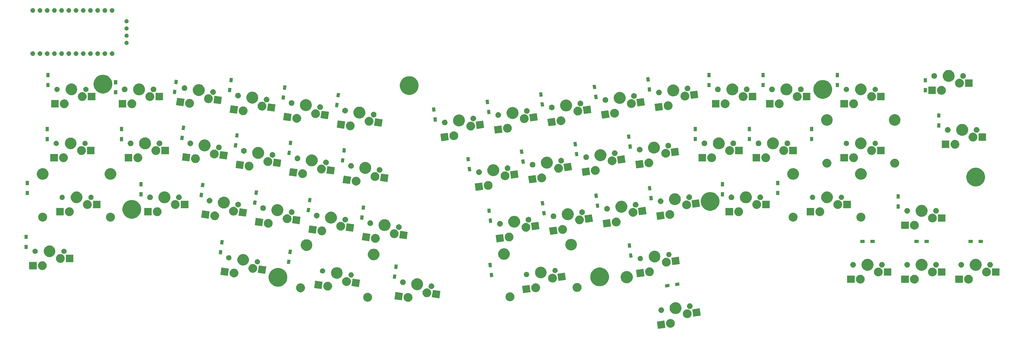
<source format=gbs>
G04 #@! TF.GenerationSoftware,KiCad,Pcbnew,(5.1.4)-1*
G04 #@! TF.CreationDate,2020-10-14T03:50:37-04:00*
G04 #@! TF.ProjectId,kurage,6b757261-6765-42e6-9b69-6361645f7063,rev?*
G04 #@! TF.SameCoordinates,Original*
G04 #@! TF.FileFunction,Soldermask,Bot*
G04 #@! TF.FilePolarity,Negative*
%FSLAX46Y46*%
G04 Gerber Fmt 4.6, Leading zero omitted, Abs format (unit mm)*
G04 Created by KiCad (PCBNEW (5.1.4)-1) date 2020-10-14 03:50:37*
%MOMM*%
%LPD*%
G04 APERTURE LIST*
%ADD10C,0.100000*%
G04 APERTURE END LIST*
D10*
G36*
X215134652Y-151050177D02*
G01*
X212508461Y-151419264D01*
X212146332Y-148842587D01*
X214772523Y-148473500D01*
X215134652Y-151050177D01*
X215134652Y-151050177D01*
G37*
G36*
X217212942Y-147965634D02*
G01*
X217362767Y-147995436D01*
X217645031Y-148112353D01*
X217899062Y-148282091D01*
X218115098Y-148498127D01*
X218284836Y-148752158D01*
X218401753Y-149034422D01*
X218461357Y-149334072D01*
X218461357Y-149639592D01*
X218401753Y-149939242D01*
X218284836Y-150221506D01*
X218115098Y-150475537D01*
X217899062Y-150691573D01*
X217645031Y-150861311D01*
X217362767Y-150978228D01*
X217212942Y-151008030D01*
X217063118Y-151037832D01*
X216757596Y-151037832D01*
X216607772Y-151008030D01*
X216457947Y-150978228D01*
X216175683Y-150861311D01*
X215921652Y-150691573D01*
X215705616Y-150475537D01*
X215535878Y-150221506D01*
X215418961Y-149939242D01*
X215359357Y-149639592D01*
X215359357Y-149334072D01*
X215418961Y-149034422D01*
X215535878Y-148752158D01*
X215705616Y-148498127D01*
X215921652Y-148282091D01*
X216175683Y-148112353D01*
X216457947Y-147995436D01*
X216607772Y-147965634D01*
X216757596Y-147935832D01*
X217063118Y-147935832D01*
X217212942Y-147965634D01*
X217212942Y-147965634D01*
G37*
G36*
X223147645Y-144566604D02*
G01*
X223297470Y-144596406D01*
X223579734Y-144713323D01*
X223833765Y-144883061D01*
X224049801Y-145099097D01*
X224219539Y-145353128D01*
X224336456Y-145635392D01*
X224396060Y-145935042D01*
X224396060Y-146240562D01*
X224336456Y-146540212D01*
X224219539Y-146822476D01*
X224049801Y-147076507D01*
X223833765Y-147292543D01*
X223579734Y-147462281D01*
X223297470Y-147579198D01*
X223147645Y-147609000D01*
X222997821Y-147638802D01*
X222692299Y-147638802D01*
X222542475Y-147609000D01*
X222392650Y-147579198D01*
X222110386Y-147462281D01*
X221856355Y-147292543D01*
X221640319Y-147076507D01*
X221470581Y-146822476D01*
X221353664Y-146540212D01*
X221294060Y-146240562D01*
X221294060Y-145935042D01*
X221353664Y-145635392D01*
X221470581Y-145353128D01*
X221640319Y-145099097D01*
X221856355Y-144883061D01*
X222110386Y-144713323D01*
X222392650Y-144596406D01*
X222542475Y-144566604D01*
X222692299Y-144536802D01*
X222997821Y-144536802D01*
X223147645Y-144566604D01*
X223147645Y-144566604D01*
G37*
G36*
X227582348Y-146735805D02*
G01*
X224956157Y-147104892D01*
X224594028Y-144528215D01*
X227220219Y-144159128D01*
X227582348Y-146735805D01*
X227582348Y-146735805D01*
G37*
G36*
X219196175Y-142055598D02*
G01*
X219331478Y-142082511D01*
X219713836Y-142240889D01*
X219887059Y-142356633D01*
X220057948Y-142470817D01*
X220350593Y-142763462D01*
X220580522Y-143107576D01*
X220738899Y-143489933D01*
X220819639Y-143895839D01*
X220819639Y-144309703D01*
X220802320Y-144396772D01*
X220738899Y-144715610D01*
X220580521Y-145097968D01*
X220579766Y-145099098D01*
X220456273Y-145283919D01*
X220350592Y-145442081D01*
X220057949Y-145734724D01*
X219713836Y-145964653D01*
X219331478Y-146123031D01*
X219196175Y-146149944D01*
X218925571Y-146203771D01*
X218511707Y-146203771D01*
X218241103Y-146149944D01*
X218105800Y-146123031D01*
X217723442Y-145964653D01*
X217379329Y-145734724D01*
X217086686Y-145442081D01*
X216981006Y-145283919D01*
X216857512Y-145099098D01*
X216856757Y-145097968D01*
X216698379Y-144715610D01*
X216634958Y-144396772D01*
X216617639Y-144309703D01*
X216617639Y-143895839D01*
X216698379Y-143489933D01*
X216856756Y-143107576D01*
X217086685Y-142763462D01*
X217379330Y-142470817D01*
X217550219Y-142356633D01*
X217723442Y-142240889D01*
X218105800Y-142082511D01*
X218241103Y-142055598D01*
X218511707Y-142001771D01*
X218925571Y-142001771D01*
X219196175Y-142055598D01*
X219196175Y-142055598D01*
G37*
G36*
X213980058Y-143847238D02*
G01*
X214162228Y-143922696D01*
X214326177Y-144032243D01*
X214465604Y-144171670D01*
X214575151Y-144335619D01*
X214650609Y-144517789D01*
X214689077Y-144711180D01*
X214689077Y-144908360D01*
X214650609Y-145101751D01*
X214575151Y-145283921D01*
X214465604Y-145447870D01*
X214326177Y-145587297D01*
X214162228Y-145696844D01*
X213980058Y-145772302D01*
X213786668Y-145810770D01*
X213589486Y-145810770D01*
X213396096Y-145772302D01*
X213213926Y-145696844D01*
X213049977Y-145587297D01*
X212910550Y-145447870D01*
X212801003Y-145283921D01*
X212725545Y-145101751D01*
X212687077Y-144908360D01*
X212687077Y-144711180D01*
X212725545Y-144517789D01*
X212801003Y-144335619D01*
X212910550Y-144171670D01*
X213049977Y-144032243D01*
X213213926Y-143922696D01*
X213396096Y-143847238D01*
X213589486Y-143808770D01*
X213786668Y-143808770D01*
X213980058Y-143847238D01*
X213980058Y-143847238D01*
G37*
G36*
X224041182Y-142433240D02*
G01*
X224223352Y-142508698D01*
X224387301Y-142618245D01*
X224526728Y-142757672D01*
X224636275Y-142921621D01*
X224711733Y-143103791D01*
X224750201Y-143297182D01*
X224750201Y-143494362D01*
X224711733Y-143687753D01*
X224636275Y-143869923D01*
X224526728Y-144033872D01*
X224387301Y-144173299D01*
X224223352Y-144282846D01*
X224041182Y-144358304D01*
X223847792Y-144396772D01*
X223650610Y-144396772D01*
X223457220Y-144358304D01*
X223275050Y-144282846D01*
X223111101Y-144173299D01*
X222971674Y-144033872D01*
X222862127Y-143869923D01*
X222786669Y-143687753D01*
X222748201Y-143494362D01*
X222748201Y-143297182D01*
X222786669Y-143103791D01*
X222862127Y-142921621D01*
X222971674Y-142757672D01*
X223111101Y-142618245D01*
X223275050Y-142508698D01*
X223457220Y-142433240D01*
X223650610Y-142394772D01*
X223847792Y-142394772D01*
X224041182Y-142433240D01*
X224041182Y-142433240D01*
G37*
G36*
X124790743Y-138813143D02*
G01*
X124940568Y-138842945D01*
X125222832Y-138959862D01*
X125476863Y-139129600D01*
X125692899Y-139345636D01*
X125862637Y-139599667D01*
X125979554Y-139881931D01*
X125979554Y-139881932D01*
X126039158Y-140181580D01*
X126039158Y-140487102D01*
X126023134Y-140567658D01*
X125979554Y-140786751D01*
X125862637Y-141069015D01*
X125692899Y-141323046D01*
X125476863Y-141539082D01*
X125222832Y-141708820D01*
X124940568Y-141825737D01*
X124790743Y-141855539D01*
X124640919Y-141885341D01*
X124335397Y-141885341D01*
X124185573Y-141855539D01*
X124035748Y-141825737D01*
X123753484Y-141708820D01*
X123499453Y-141539082D01*
X123283417Y-141323046D01*
X123113679Y-141069015D01*
X122996762Y-140786751D01*
X122953182Y-140567658D01*
X122937158Y-140487102D01*
X122937158Y-140181580D01*
X122996762Y-139881932D01*
X122996762Y-139881931D01*
X123113679Y-139599667D01*
X123283417Y-139345636D01*
X123499453Y-139129600D01*
X123753484Y-138959862D01*
X124035748Y-138842945D01*
X124185573Y-138813143D01*
X124335397Y-138783341D01*
X124640919Y-138783341D01*
X124790743Y-138813143D01*
X124790743Y-138813143D01*
G37*
G36*
X110554637Y-138712499D02*
G01*
X110723944Y-138746176D01*
X110813668Y-138783341D01*
X111010574Y-138864902D01*
X111010575Y-138864903D01*
X111268537Y-139037267D01*
X111487916Y-139256646D01*
X111603086Y-139429011D01*
X111660281Y-139514609D01*
X111695513Y-139599667D01*
X111779007Y-139801239D01*
X111795058Y-139881932D01*
X111839533Y-140105525D01*
X111839533Y-140415775D01*
X111779007Y-140720060D01*
X111660281Y-141006691D01*
X111660280Y-141006692D01*
X111487916Y-141264654D01*
X111268537Y-141484033D01*
X111096172Y-141599203D01*
X111010574Y-141656398D01*
X110842670Y-141725946D01*
X110723944Y-141775124D01*
X110571800Y-141805387D01*
X110419658Y-141835650D01*
X110109408Y-141835650D01*
X109957266Y-141805387D01*
X109805122Y-141775124D01*
X109686396Y-141725946D01*
X109518492Y-141656398D01*
X109432894Y-141599203D01*
X109260529Y-141484033D01*
X109041150Y-141264654D01*
X108868786Y-141006692D01*
X108868785Y-141006691D01*
X108750059Y-140720060D01*
X108689533Y-140415775D01*
X108689533Y-140105525D01*
X108734008Y-139881932D01*
X108750059Y-139801239D01*
X108833553Y-139599667D01*
X108868785Y-139514609D01*
X108925980Y-139429011D01*
X109041150Y-139256646D01*
X109260529Y-139037267D01*
X109518491Y-138864903D01*
X109518492Y-138864902D01*
X109715398Y-138783341D01*
X109805122Y-138746176D01*
X109974429Y-138712499D01*
X110109408Y-138685650D01*
X110419658Y-138685650D01*
X110554637Y-138712499D01*
X110554637Y-138712499D01*
G37*
G36*
X160646090Y-138550048D02*
G01*
X160865912Y-138593773D01*
X160984638Y-138642951D01*
X161152542Y-138712499D01*
X161152543Y-138712500D01*
X161410505Y-138884864D01*
X161629884Y-139104243D01*
X161731716Y-139256646D01*
X161802249Y-139362206D01*
X161920975Y-139648837D01*
X161981501Y-139953122D01*
X161981501Y-140263372D01*
X161920975Y-140567657D01*
X161802249Y-140854288D01*
X161802248Y-140854289D01*
X161629884Y-141112251D01*
X161410505Y-141331630D01*
X161238140Y-141446800D01*
X161152542Y-141503995D01*
X160984638Y-141573543D01*
X160865912Y-141622721D01*
X160561626Y-141683247D01*
X160251376Y-141683247D01*
X159947090Y-141622721D01*
X159828364Y-141573543D01*
X159660460Y-141503995D01*
X159574862Y-141446800D01*
X159402497Y-141331630D01*
X159183118Y-141112251D01*
X159010754Y-140854289D01*
X159010753Y-140854288D01*
X158892027Y-140567657D01*
X158831501Y-140263372D01*
X158831501Y-139953122D01*
X158892027Y-139648837D01*
X159010753Y-139362206D01*
X159081286Y-139256646D01*
X159183118Y-139104243D01*
X159402497Y-138884864D01*
X159660459Y-138712500D01*
X159660460Y-138712499D01*
X159828364Y-138642951D01*
X159947090Y-138593773D01*
X160166912Y-138550048D01*
X160251376Y-138533247D01*
X160561626Y-138533247D01*
X160646090Y-138550048D01*
X160646090Y-138550048D01*
G37*
G36*
X122712453Y-138770997D02*
G01*
X122350324Y-141347674D01*
X119724133Y-140978587D01*
X120086262Y-138401910D01*
X122712453Y-138770997D01*
X122712453Y-138770997D01*
G37*
G36*
X135867148Y-138054806D02*
G01*
X135505019Y-140631483D01*
X132878828Y-140262396D01*
X133240957Y-137685719D01*
X135867148Y-138054806D01*
X135867148Y-138054806D01*
G37*
G36*
X131432445Y-137181611D02*
G01*
X131582270Y-137211413D01*
X131864534Y-137328330D01*
X132118565Y-137498068D01*
X132334601Y-137714104D01*
X132504339Y-137968135D01*
X132621256Y-138250399D01*
X132621256Y-138250400D01*
X132680860Y-138550048D01*
X132680860Y-138855570D01*
X132675033Y-138884864D01*
X132621256Y-139155219D01*
X132504339Y-139437483D01*
X132334601Y-139691514D01*
X132118565Y-139907550D01*
X131864534Y-140077288D01*
X131582270Y-140194205D01*
X131432445Y-140224007D01*
X131282621Y-140253809D01*
X130977099Y-140253809D01*
X130827275Y-140224007D01*
X130677450Y-140194205D01*
X130395186Y-140077288D01*
X130141155Y-139907550D01*
X129925119Y-139691514D01*
X129755381Y-139437483D01*
X129638464Y-139155219D01*
X129584687Y-138884864D01*
X129578860Y-138855570D01*
X129578860Y-138550048D01*
X129638464Y-138250400D01*
X129638464Y-138250399D01*
X129755381Y-137968135D01*
X129925119Y-137714104D01*
X130141155Y-137498068D01*
X130395186Y-137328330D01*
X130677450Y-137211413D01*
X130827275Y-137181611D01*
X130977099Y-137151809D01*
X131282621Y-137151809D01*
X131432445Y-137181611D01*
X131432445Y-137181611D01*
G37*
G36*
X167672210Y-138477182D02*
G01*
X165046019Y-138846269D01*
X164683890Y-136269592D01*
X167310081Y-135900505D01*
X167672210Y-138477182D01*
X167672210Y-138477182D01*
G37*
G36*
X86910997Y-135389602D02*
G01*
X87080304Y-135423279D01*
X87145656Y-135450349D01*
X87366934Y-135542005D01*
X87366935Y-135542006D01*
X87624897Y-135714370D01*
X87844276Y-135933749D01*
X87936850Y-136072297D01*
X88016641Y-136191712D01*
X88052676Y-136278709D01*
X88135367Y-136478342D01*
X88162988Y-136617202D01*
X88195893Y-136782628D01*
X88195893Y-137092878D01*
X88135367Y-137397163D01*
X88016641Y-137683794D01*
X87996388Y-137714104D01*
X87844276Y-137941757D01*
X87624897Y-138161136D01*
X87491305Y-138250399D01*
X87366934Y-138333501D01*
X87201779Y-138401910D01*
X87080304Y-138452227D01*
X86954846Y-138477182D01*
X86776018Y-138512753D01*
X86465768Y-138512753D01*
X86286940Y-138477182D01*
X86161482Y-138452227D01*
X86040007Y-138401910D01*
X85874852Y-138333501D01*
X85750481Y-138250399D01*
X85616889Y-138161136D01*
X85397510Y-137941757D01*
X85245398Y-137714104D01*
X85225145Y-137683794D01*
X85106419Y-137397163D01*
X85045893Y-137092878D01*
X85045893Y-136782628D01*
X85078798Y-136617202D01*
X85106419Y-136478342D01*
X85189110Y-136278709D01*
X85225145Y-136191712D01*
X85304936Y-136072297D01*
X85397510Y-135933749D01*
X85616889Y-135714370D01*
X85874851Y-135542006D01*
X85874852Y-135542005D01*
X86096130Y-135450349D01*
X86161482Y-135423279D01*
X86330789Y-135389602D01*
X86465768Y-135362753D01*
X86776018Y-135362753D01*
X86910997Y-135389602D01*
X86910997Y-135389602D01*
G37*
G36*
X169639381Y-135370536D02*
G01*
X169900325Y-135422441D01*
X170182589Y-135539358D01*
X170436620Y-135709096D01*
X170652656Y-135925132D01*
X170822394Y-136179163D01*
X170939311Y-136461427D01*
X170942676Y-136478343D01*
X170998915Y-136761076D01*
X170998915Y-137066598D01*
X170993482Y-137093913D01*
X170939311Y-137366247D01*
X170822394Y-137648511D01*
X170652656Y-137902542D01*
X170436620Y-138118578D01*
X170182589Y-138288316D01*
X169900325Y-138405233D01*
X169750500Y-138435035D01*
X169600676Y-138464837D01*
X169295154Y-138464837D01*
X169145330Y-138435035D01*
X168995505Y-138405233D01*
X168713241Y-138288316D01*
X168459210Y-138118578D01*
X168243174Y-137902542D01*
X168073436Y-137648511D01*
X167956519Y-137366247D01*
X167902348Y-137093913D01*
X167896915Y-137066598D01*
X167896915Y-136761076D01*
X167953154Y-136478343D01*
X167956519Y-136461427D01*
X168073436Y-136179163D01*
X168243174Y-135925132D01*
X168459210Y-135709096D01*
X168713241Y-135539358D01*
X168995505Y-135422441D01*
X169256449Y-135370536D01*
X169295154Y-135362837D01*
X169600676Y-135362837D01*
X169639381Y-135370536D01*
X169639381Y-135370536D01*
G37*
G36*
X184509552Y-135270876D02*
G01*
X184628278Y-135320054D01*
X184796182Y-135389602D01*
X184845329Y-135422441D01*
X185054145Y-135561967D01*
X185273524Y-135781346D01*
X185328891Y-135864209D01*
X185445889Y-136039309D01*
X185459553Y-136072297D01*
X185564615Y-136325939D01*
X185577424Y-136390334D01*
X185625141Y-136630225D01*
X185625141Y-136940475D01*
X185564615Y-137244760D01*
X185445889Y-137531391D01*
X185445888Y-137531392D01*
X185273524Y-137789354D01*
X185054145Y-138008733D01*
X184889751Y-138118577D01*
X184796182Y-138181098D01*
X184628874Y-138250399D01*
X184509552Y-138299824D01*
X184357408Y-138330087D01*
X184205266Y-138360350D01*
X183895016Y-138360350D01*
X183742874Y-138330087D01*
X183590730Y-138299824D01*
X183471408Y-138250399D01*
X183304100Y-138181098D01*
X183210531Y-138118577D01*
X183046137Y-138008733D01*
X182826758Y-137789354D01*
X182654394Y-137531392D01*
X182654393Y-137531391D01*
X182535667Y-137244760D01*
X182475141Y-136940475D01*
X182475141Y-136630225D01*
X182522858Y-136390334D01*
X182535667Y-136325939D01*
X182640729Y-136072297D01*
X182654393Y-136039309D01*
X182771391Y-135864209D01*
X182826758Y-135781346D01*
X183046137Y-135561967D01*
X183254953Y-135422441D01*
X183304100Y-135389602D01*
X183472004Y-135320054D01*
X183590730Y-135270876D01*
X183895016Y-135210350D01*
X184205266Y-135210350D01*
X184509552Y-135270876D01*
X184509552Y-135270876D01*
G37*
G36*
X96495142Y-134838043D02*
G01*
X96644967Y-134867845D01*
X96927231Y-134984762D01*
X97181262Y-135154500D01*
X97397298Y-135370536D01*
X97567036Y-135624567D01*
X97683953Y-135906831D01*
X97692794Y-135951280D01*
X97733502Y-136155928D01*
X97743557Y-136206481D01*
X97743557Y-136512001D01*
X97683953Y-136811651D01*
X97567036Y-137093915D01*
X97397298Y-137347946D01*
X97181262Y-137563982D01*
X96927231Y-137733720D01*
X96644967Y-137850637D01*
X96495142Y-137880439D01*
X96345318Y-137910241D01*
X96039796Y-137910241D01*
X95889972Y-137880439D01*
X95740147Y-137850637D01*
X95457883Y-137733720D01*
X95203852Y-137563982D01*
X94987816Y-137347946D01*
X94818078Y-137093915D01*
X94701161Y-136811651D01*
X94641557Y-136512001D01*
X94641557Y-136206481D01*
X94651613Y-136155928D01*
X94692320Y-135951280D01*
X94701161Y-135906831D01*
X94818078Y-135624567D01*
X94987816Y-135370536D01*
X95203852Y-135154500D01*
X95457883Y-134984762D01*
X95740147Y-134867845D01*
X95889972Y-134838043D01*
X96039796Y-134808241D01*
X96345318Y-134808241D01*
X96495142Y-134838043D01*
X96495142Y-134838043D01*
G37*
G36*
X128187974Y-133610106D02*
G01*
X128323277Y-133637019D01*
X128705635Y-133795397D01*
X128740272Y-133818541D01*
X129049747Y-134025325D01*
X129342392Y-134317970D01*
X129456576Y-134488859D01*
X129572320Y-134662082D01*
X129730698Y-135044440D01*
X129740988Y-135096172D01*
X129811438Y-135450347D01*
X129811438Y-135864211D01*
X129794119Y-135951280D01*
X129730698Y-136270118D01*
X129572320Y-136652476D01*
X129465963Y-136811650D01*
X129342392Y-136996588D01*
X129049747Y-137289233D01*
X128934487Y-137366247D01*
X128705635Y-137519161D01*
X128323277Y-137677539D01*
X128282153Y-137685719D01*
X127917370Y-137758279D01*
X127503506Y-137758279D01*
X127138723Y-137685719D01*
X127097599Y-137677539D01*
X126715241Y-137519161D01*
X126486389Y-137366247D01*
X126371129Y-137289233D01*
X126078484Y-136996588D01*
X125954913Y-136811650D01*
X125848556Y-136652476D01*
X125690178Y-136270118D01*
X125626757Y-135951280D01*
X125609438Y-135864211D01*
X125609438Y-135450347D01*
X125679888Y-135096172D01*
X125690178Y-135044440D01*
X125848556Y-134662082D01*
X125964300Y-134488859D01*
X126078484Y-134317970D01*
X126371129Y-134025325D01*
X126680604Y-133818541D01*
X126715241Y-133795397D01*
X127097599Y-133637019D01*
X127232902Y-133610106D01*
X127503506Y-133556279D01*
X127917370Y-133556279D01*
X128187974Y-133610106D01*
X128187974Y-133610106D01*
G37*
G36*
X94416852Y-134795897D02*
G01*
X94054723Y-137372574D01*
X91428532Y-137003487D01*
X91790661Y-134426810D01*
X94416852Y-134795897D01*
X94416852Y-134795897D01*
G37*
G36*
X133032981Y-135401746D02*
G01*
X133120261Y-135437899D01*
X133179366Y-135462381D01*
X133215151Y-135477204D01*
X133379100Y-135586751D01*
X133518527Y-135726178D01*
X133628074Y-135890127D01*
X133689868Y-136039309D01*
X133703532Y-136072298D01*
X133741561Y-136263478D01*
X133742000Y-136265688D01*
X133742000Y-136462868D01*
X133703532Y-136656259D01*
X133628074Y-136838429D01*
X133518527Y-137002378D01*
X133379100Y-137141805D01*
X133215151Y-137251352D01*
X133032981Y-137326810D01*
X133025339Y-137328330D01*
X132839591Y-137365278D01*
X132642409Y-137365278D01*
X132456661Y-137328330D01*
X132449019Y-137326810D01*
X132266849Y-137251352D01*
X132102900Y-137141805D01*
X131963473Y-137002378D01*
X131853926Y-136838429D01*
X131778468Y-136656259D01*
X131740000Y-136462868D01*
X131740000Y-136265688D01*
X131740440Y-136263478D01*
X131778468Y-136072298D01*
X131792133Y-136039309D01*
X131853926Y-135890127D01*
X131963473Y-135726178D01*
X132102900Y-135586751D01*
X132266849Y-135477204D01*
X132302635Y-135462381D01*
X132361739Y-135437899D01*
X132449019Y-135401746D01*
X132642409Y-135363278D01*
X132839591Y-135363278D01*
X133032981Y-135401746D01*
X133032981Y-135401746D01*
G37*
G36*
X216633210Y-136617202D02*
G01*
X215145827Y-136826240D01*
X214992458Y-135734964D01*
X216479841Y-135525926D01*
X216633210Y-136617202D01*
X216633210Y-136617202D01*
G37*
G36*
X107571547Y-134079706D02*
G01*
X107209418Y-136656383D01*
X104583227Y-136287296D01*
X104945356Y-133710619D01*
X107571547Y-134079706D01*
X107571547Y-134079706D01*
G37*
G36*
X79644445Y-130056475D02*
G01*
X80239826Y-130303090D01*
X80245190Y-130305312D01*
X80785845Y-130666566D01*
X81245634Y-131126355D01*
X81606888Y-131667010D01*
X81606889Y-131667012D01*
X81855725Y-132267755D01*
X81982580Y-132905499D01*
X81982580Y-133555741D01*
X81855725Y-134193485D01*
X81661625Y-134662084D01*
X81606888Y-134794230D01*
X81245634Y-135334885D01*
X80785845Y-135794674D01*
X80245190Y-136155928D01*
X80245189Y-136155929D01*
X80245188Y-136155929D01*
X79644445Y-136404765D01*
X79006701Y-136531620D01*
X78356459Y-136531620D01*
X77718715Y-136404765D01*
X77117972Y-136155929D01*
X77117971Y-136155929D01*
X77117970Y-136155928D01*
X76577315Y-135794674D01*
X76117526Y-135334885D01*
X75756272Y-134794230D01*
X75701535Y-134662084D01*
X75507435Y-134193485D01*
X75380580Y-133555741D01*
X75380580Y-132905499D01*
X75507435Y-132267755D01*
X75756271Y-131667012D01*
X75756272Y-131667010D01*
X76117526Y-131126355D01*
X76577315Y-130666566D01*
X77117970Y-130305312D01*
X77123334Y-130303090D01*
X77718715Y-130056475D01*
X78356459Y-129929620D01*
X79006701Y-129929620D01*
X79644445Y-130056475D01*
X79644445Y-130056475D01*
G37*
G36*
X192960513Y-129915189D02*
G01*
X193518244Y-130146209D01*
X193561258Y-130164026D01*
X194101913Y-130525280D01*
X194561702Y-130985069D01*
X194918589Y-131519189D01*
X194922957Y-131525726D01*
X195171793Y-132126469D01*
X195298648Y-132764213D01*
X195298648Y-133414455D01*
X195171793Y-134052199D01*
X194935952Y-134621569D01*
X194922956Y-134652944D01*
X194561702Y-135193599D01*
X194101913Y-135653388D01*
X193561258Y-136014642D01*
X193561257Y-136014643D01*
X193561256Y-136014643D01*
X192960513Y-136263479D01*
X192322769Y-136390334D01*
X191672527Y-136390334D01*
X191034783Y-136263479D01*
X190434040Y-136014643D01*
X190434039Y-136014643D01*
X190434038Y-136014642D01*
X189893383Y-135653388D01*
X189433594Y-135193599D01*
X189072340Y-134652944D01*
X189059344Y-134621569D01*
X188823503Y-134052199D01*
X188696648Y-133414455D01*
X188696648Y-132764213D01*
X188823503Y-132126469D01*
X189072339Y-131525726D01*
X189076707Y-131519189D01*
X189433594Y-130985069D01*
X189893383Y-130525280D01*
X190434038Y-130164026D01*
X190477052Y-130146209D01*
X191034783Y-129915189D01*
X191672527Y-129788334D01*
X192322769Y-129788334D01*
X192960513Y-129915189D01*
X192960513Y-129915189D01*
G37*
G36*
X220148662Y-136123138D02*
G01*
X218661279Y-136332176D01*
X218507910Y-135240900D01*
X219995293Y-135031862D01*
X220148662Y-136123138D01*
X220148662Y-136123138D01*
G37*
G36*
X103131686Y-133205485D02*
G01*
X103286669Y-133236313D01*
X103568933Y-133353230D01*
X103822964Y-133522968D01*
X104039000Y-133739004D01*
X104208738Y-133993035D01*
X104325655Y-134275299D01*
X104338387Y-134339308D01*
X104376696Y-134531897D01*
X104385259Y-134574949D01*
X104385259Y-134880469D01*
X104325655Y-135180119D01*
X104208738Y-135462383D01*
X104039000Y-135716414D01*
X103822964Y-135932450D01*
X103568933Y-136102188D01*
X103286669Y-136219105D01*
X103136844Y-136248907D01*
X102987020Y-136278709D01*
X102681498Y-136278709D01*
X102531674Y-136248907D01*
X102381849Y-136219105D01*
X102099585Y-136102188D01*
X101845554Y-135932450D01*
X101629518Y-135716414D01*
X101459780Y-135462383D01*
X101342863Y-135180119D01*
X101283259Y-134880469D01*
X101283259Y-134574949D01*
X101291823Y-134531897D01*
X101330131Y-134339308D01*
X101342863Y-134275299D01*
X101459780Y-133993035D01*
X101629518Y-133739004D01*
X101845554Y-133522968D01*
X102099585Y-133353230D01*
X102381849Y-133236313D01*
X102536832Y-133205485D01*
X102681498Y-133176709D01*
X102987020Y-133176709D01*
X103131686Y-133205485D01*
X103131686Y-133205485D01*
G37*
G36*
X122868636Y-133967216D02*
G01*
X122971857Y-133987748D01*
X123062575Y-134025325D01*
X123127457Y-134052200D01*
X123154027Y-134063206D01*
X123317976Y-134172753D01*
X123457403Y-134312180D01*
X123566950Y-134476129D01*
X123640190Y-134652944D01*
X123642408Y-134658300D01*
X123680876Y-134851689D01*
X123680876Y-135048871D01*
X123671467Y-135096172D01*
X123642408Y-135242261D01*
X123566950Y-135424431D01*
X123457403Y-135588380D01*
X123317976Y-135727807D01*
X123154027Y-135837354D01*
X122971857Y-135912812D01*
X122909920Y-135925132D01*
X122778467Y-135951280D01*
X122581285Y-135951280D01*
X122449832Y-135925132D01*
X122387895Y-135912812D01*
X122205725Y-135837354D01*
X122041776Y-135727807D01*
X121902349Y-135588380D01*
X121792802Y-135424431D01*
X121717344Y-135242261D01*
X121688285Y-135096172D01*
X121678876Y-135048871D01*
X121678876Y-134851689D01*
X121717344Y-134658300D01*
X121719563Y-134652944D01*
X121792802Y-134476129D01*
X121902349Y-134312180D01*
X122041776Y-134172753D01*
X122205725Y-134063206D01*
X122232296Y-134052200D01*
X122297177Y-134025325D01*
X122387895Y-133987748D01*
X122491116Y-133967216D01*
X122581285Y-133949280D01*
X122778467Y-133949280D01*
X122868636Y-133967216D01*
X122868636Y-133967216D01*
G37*
G36*
X303114072Y-132358335D02*
G01*
X303300928Y-132395503D01*
X303583192Y-132512420D01*
X303837223Y-132682158D01*
X304053259Y-132898194D01*
X304222997Y-133152225D01*
X304339914Y-133434489D01*
X304367799Y-133574676D01*
X304399518Y-133734138D01*
X304399518Y-134039660D01*
X304394834Y-134063206D01*
X304339914Y-134339309D01*
X304222997Y-134621573D01*
X304053259Y-134875604D01*
X303837223Y-135091640D01*
X303583192Y-135261378D01*
X303300928Y-135378295D01*
X303151103Y-135408097D01*
X303001279Y-135437899D01*
X302695757Y-135437899D01*
X302545933Y-135408097D01*
X302396108Y-135378295D01*
X302113844Y-135261378D01*
X301859813Y-135091640D01*
X301643777Y-134875604D01*
X301474039Y-134621573D01*
X301357122Y-134339309D01*
X301302202Y-134063206D01*
X301297518Y-134039660D01*
X301297518Y-133734138D01*
X301329237Y-133574676D01*
X301357122Y-133434489D01*
X301474039Y-133152225D01*
X301643777Y-132898194D01*
X301859813Y-132682158D01*
X302113844Y-132512420D01*
X302396108Y-132395503D01*
X302582964Y-132358335D01*
X302695757Y-132335899D01*
X303001279Y-132335899D01*
X303114072Y-132358335D01*
X303114072Y-132358335D01*
G37*
G36*
X322164089Y-132358335D02*
G01*
X322350925Y-132395499D01*
X322633189Y-132512416D01*
X322887220Y-132682154D01*
X323103256Y-132898190D01*
X323272994Y-133152221D01*
X323389911Y-133434485D01*
X323414030Y-133555740D01*
X323449515Y-133734134D01*
X323449515Y-134039656D01*
X323425018Y-134162810D01*
X323389911Y-134339305D01*
X323272994Y-134621569D01*
X323103256Y-134875600D01*
X322887220Y-135091636D01*
X322633189Y-135261374D01*
X322350925Y-135378291D01*
X322201100Y-135408093D01*
X322051276Y-135437895D01*
X321745754Y-135437895D01*
X321595930Y-135408093D01*
X321446105Y-135378291D01*
X321163841Y-135261374D01*
X320909810Y-135091636D01*
X320693774Y-134875600D01*
X320524036Y-134621569D01*
X320407119Y-134339305D01*
X320372012Y-134162810D01*
X320347515Y-134039656D01*
X320347515Y-133734134D01*
X320383000Y-133555740D01*
X320407119Y-133434485D01*
X320524036Y-133152221D01*
X320693774Y-132898190D01*
X320909810Y-132682154D01*
X321163841Y-132512416D01*
X321446105Y-132395499D01*
X321632941Y-132358335D01*
X321745754Y-132335895D01*
X322051276Y-132335895D01*
X322164089Y-132358335D01*
X322164089Y-132358335D01*
G37*
G36*
X284064099Y-132358335D02*
G01*
X284250930Y-132395498D01*
X284533194Y-132512415D01*
X284787225Y-132682153D01*
X285003261Y-132898189D01*
X285172999Y-133152220D01*
X285289916Y-133434484D01*
X285307517Y-133522969D01*
X285349520Y-133734133D01*
X285349520Y-134039655D01*
X285344835Y-134063206D01*
X285289916Y-134339304D01*
X285172999Y-134621568D01*
X285003261Y-134875599D01*
X284787225Y-135091635D01*
X284533194Y-135261373D01*
X284250930Y-135378290D01*
X284101105Y-135408092D01*
X283951281Y-135437894D01*
X283645759Y-135437894D01*
X283495935Y-135408092D01*
X283346110Y-135378290D01*
X283063846Y-135261373D01*
X282809815Y-135091635D01*
X282593779Y-134875599D01*
X282424041Y-134621568D01*
X282307124Y-134339304D01*
X282252205Y-134063206D01*
X282247520Y-134039655D01*
X282247520Y-133734133D01*
X282289523Y-133522969D01*
X282307124Y-133434484D01*
X282424041Y-133152220D01*
X282593779Y-132898189D01*
X282809815Y-132682153D01*
X283063846Y-132512415D01*
X283346110Y-132395498D01*
X283532941Y-132358335D01*
X283645759Y-132335894D01*
X283951281Y-132335894D01*
X284064099Y-132358335D01*
X284064099Y-132358335D01*
G37*
G36*
X202143403Y-131121641D02*
G01*
X202534859Y-131283787D01*
X202534861Y-131283788D01*
X202887163Y-131519189D01*
X203186771Y-131818797D01*
X203419098Y-132166499D01*
X203422173Y-132171101D01*
X203584319Y-132562557D01*
X203666980Y-132978124D01*
X203666980Y-133401836D01*
X203584319Y-133817403D01*
X203428541Y-134193485D01*
X203422172Y-134208861D01*
X203186771Y-134561163D01*
X202887163Y-134860771D01*
X202534861Y-135096172D01*
X202534860Y-135096173D01*
X202534859Y-135096173D01*
X202143403Y-135258319D01*
X201727836Y-135340980D01*
X201304124Y-135340980D01*
X200888557Y-135258319D01*
X200497101Y-135096173D01*
X200497100Y-135096173D01*
X200497099Y-135096172D01*
X200144797Y-134860771D01*
X199845189Y-134561163D01*
X199609788Y-134208861D01*
X199603419Y-134193485D01*
X199447641Y-133817403D01*
X199364980Y-133401836D01*
X199364980Y-132978124D01*
X199447641Y-132562557D01*
X199609787Y-132171101D01*
X199612862Y-132166499D01*
X199845189Y-131818797D01*
X200144797Y-131519189D01*
X200497099Y-131283788D01*
X200497101Y-131283787D01*
X200888557Y-131121641D01*
X201304124Y-131038980D01*
X201727836Y-131038980D01*
X202143403Y-131121641D01*
X202143403Y-131121641D01*
G37*
G36*
X300872518Y-135187899D02*
G01*
X298220518Y-135187899D01*
X298220518Y-132585899D01*
X300872518Y-132585899D01*
X300872518Y-135187899D01*
X300872518Y-135187899D01*
G37*
G36*
X319922515Y-135187895D02*
G01*
X317270515Y-135187895D01*
X317270515Y-132585895D01*
X319922515Y-132585895D01*
X319922515Y-135187895D01*
X319922515Y-135187895D01*
G37*
G36*
X281822520Y-135187894D02*
G01*
X279170520Y-135187894D01*
X279170520Y-132585894D01*
X281822520Y-132585894D01*
X281822520Y-135187894D01*
X281822520Y-135187894D01*
G37*
G36*
X175685203Y-131993609D02*
G01*
X175835028Y-132023411D01*
X176117292Y-132140328D01*
X176371323Y-132310066D01*
X176587359Y-132526102D01*
X176757097Y-132780133D01*
X176874014Y-133062397D01*
X176886902Y-133127189D01*
X176933618Y-133362046D01*
X176933618Y-133667568D01*
X176921780Y-133727079D01*
X176874014Y-133967217D01*
X176757097Y-134249481D01*
X176587359Y-134503512D01*
X176371323Y-134719548D01*
X176117292Y-134889286D01*
X175835028Y-135006203D01*
X175706031Y-135031862D01*
X175535379Y-135065807D01*
X175229857Y-135065807D01*
X175059205Y-135031862D01*
X174930208Y-135006203D01*
X174647944Y-134889286D01*
X174393913Y-134719548D01*
X174177877Y-134503512D01*
X174008139Y-134249481D01*
X173891222Y-133967217D01*
X173843456Y-133727079D01*
X173831618Y-133667568D01*
X173831618Y-133362046D01*
X173878334Y-133127189D01*
X173891222Y-133062397D01*
X174008139Y-132780133D01*
X174177877Y-132526102D01*
X174393913Y-132310066D01*
X174647944Y-132140328D01*
X174930208Y-132023411D01*
X175080033Y-131993609D01*
X175229857Y-131963807D01*
X175535379Y-131963807D01*
X175685203Y-131993609D01*
X175685203Y-131993609D01*
G37*
G36*
X180119906Y-134162810D02*
G01*
X177493715Y-134531897D01*
X177131586Y-131955220D01*
X179757777Y-131586133D01*
X180119906Y-134162810D01*
X180119906Y-134162810D01*
G37*
G36*
X120401332Y-132331159D02*
G01*
X120204157Y-133734135D01*
X120192294Y-133818541D01*
X120192294Y-133818542D01*
X119101018Y-133665173D01*
X119310056Y-132177790D01*
X120401332Y-132331159D01*
X120401332Y-132331159D01*
G37*
G36*
X100011311Y-129715863D02*
G01*
X100229311Y-129806162D01*
X100383460Y-129870012D01*
X100718385Y-130093802D01*
X101003214Y-130378631D01*
X101227004Y-130713556D01*
X101274058Y-130827155D01*
X101381153Y-131085705D01*
X101459737Y-131480773D01*
X101459737Y-131883585D01*
X101381153Y-132278653D01*
X101332752Y-132395503D01*
X101227004Y-132650802D01*
X101003214Y-132985727D01*
X100718385Y-133270556D01*
X100383460Y-133494346D01*
X100235241Y-133555740D01*
X100011311Y-133648495D01*
X99616243Y-133727079D01*
X99213431Y-133727079D01*
X98818363Y-133648495D01*
X98594433Y-133555740D01*
X98446214Y-133494346D01*
X98111289Y-133270556D01*
X97826460Y-132985727D01*
X97602670Y-132650802D01*
X97496922Y-132395503D01*
X97448521Y-132278653D01*
X97369937Y-131883585D01*
X97369937Y-131480773D01*
X97448521Y-131085705D01*
X97555616Y-130827155D01*
X97602670Y-130713556D01*
X97826460Y-130378631D01*
X98111289Y-130093802D01*
X98446214Y-129870012D01*
X98600363Y-129806162D01*
X98818363Y-129715863D01*
X99213431Y-129637279D01*
X99616243Y-129637279D01*
X100011311Y-129715863D01*
X100011311Y-129715863D01*
G37*
G36*
X171852671Y-129563460D02*
G01*
X172070671Y-129653759D01*
X172224820Y-129717609D01*
X172559745Y-129941399D01*
X172844574Y-130226228D01*
X173068364Y-130561153D01*
X173112945Y-130668781D01*
X173222513Y-130933302D01*
X173301097Y-131328370D01*
X173301097Y-131731182D01*
X173222513Y-132126250D01*
X173159385Y-132278654D01*
X173068364Y-132498399D01*
X172844574Y-132833324D01*
X172559745Y-133118153D01*
X172224820Y-133341943D01*
X172176284Y-133362047D01*
X171852671Y-133496092D01*
X171457603Y-133574676D01*
X171054791Y-133574676D01*
X170659723Y-133496092D01*
X170336110Y-133362047D01*
X170287574Y-133341943D01*
X169952649Y-133118153D01*
X169667820Y-132833324D01*
X169444030Y-132498399D01*
X169353009Y-132278654D01*
X169289881Y-132126250D01*
X169211297Y-131731182D01*
X169211297Y-131328370D01*
X169289881Y-130933302D01*
X169399449Y-130668781D01*
X169444030Y-130561153D01*
X169667820Y-130226228D01*
X169952649Y-129941399D01*
X170287574Y-129717609D01*
X170441723Y-129653759D01*
X170659723Y-129563460D01*
X171054791Y-129484876D01*
X171457603Y-129484876D01*
X171852671Y-129563460D01*
X171852671Y-129563460D01*
G37*
G36*
X104715503Y-131498763D02*
G01*
X104884025Y-131568567D01*
X105035690Y-131669906D01*
X105164671Y-131798887D01*
X105266010Y-131950552D01*
X105335814Y-132119074D01*
X105371399Y-132297975D01*
X105371399Y-132480381D01*
X105335814Y-132659282D01*
X105266010Y-132827804D01*
X105164671Y-132979469D01*
X105035690Y-133108450D01*
X104884025Y-133209789D01*
X104715503Y-133279593D01*
X104536602Y-133315178D01*
X104354196Y-133315178D01*
X104175295Y-133279593D01*
X104006773Y-133209789D01*
X103855108Y-133108450D01*
X103726127Y-132979469D01*
X103624788Y-132827804D01*
X103554984Y-132659282D01*
X103519399Y-132480381D01*
X103519399Y-132297975D01*
X103554984Y-132119074D01*
X103624788Y-131950552D01*
X103726127Y-131798887D01*
X103855108Y-131669906D01*
X104006773Y-131568567D01*
X104175295Y-131498763D01*
X104354196Y-131463178D01*
X104536602Y-131463178D01*
X104715503Y-131498763D01*
X104715503Y-131498763D01*
G37*
G36*
X63487846Y-130192891D02*
G01*
X63637671Y-130222693D01*
X63919935Y-130339610D01*
X64173966Y-130509348D01*
X64390002Y-130725384D01*
X64559740Y-130979415D01*
X64676657Y-131261679D01*
X64681055Y-131283788D01*
X64736261Y-131561328D01*
X64736261Y-131866850D01*
X64719611Y-131950553D01*
X64676657Y-132166499D01*
X64559740Y-132448763D01*
X64390002Y-132702794D01*
X64173966Y-132918830D01*
X63919935Y-133088568D01*
X63637671Y-133205485D01*
X63487846Y-133235287D01*
X63338022Y-133265089D01*
X63032500Y-133265089D01*
X62882676Y-133235287D01*
X62732851Y-133205485D01*
X62450587Y-133088568D01*
X62196556Y-132918830D01*
X61980520Y-132702794D01*
X61810782Y-132448763D01*
X61693865Y-132166499D01*
X61650911Y-131950553D01*
X61634261Y-131866850D01*
X61634261Y-131561328D01*
X61689467Y-131283788D01*
X61693865Y-131261679D01*
X61810782Y-130979415D01*
X61980520Y-130725384D01*
X62196556Y-130509348D01*
X62450587Y-130339610D01*
X62732851Y-130222693D01*
X62882676Y-130192891D01*
X63032500Y-130163089D01*
X63338022Y-130163089D01*
X63487846Y-130192891D01*
X63487846Y-130192891D01*
G37*
G36*
X154541756Y-133093160D02*
G01*
X153450480Y-133246529D01*
X153241442Y-131759146D01*
X154332718Y-131605777D01*
X154541756Y-133093160D01*
X154541756Y-133093160D01*
G37*
G36*
X207758491Y-132843463D02*
G01*
X205132300Y-133212550D01*
X204770171Y-130635873D01*
X207396362Y-130266786D01*
X207758491Y-132843463D01*
X207758491Y-132843463D01*
G37*
G36*
X166495739Y-131346360D02*
G01*
X166664261Y-131416164D01*
X166815926Y-131517503D01*
X166944907Y-131646484D01*
X167046246Y-131798149D01*
X167116050Y-131966671D01*
X167151635Y-132145572D01*
X167151635Y-132327978D01*
X167116050Y-132506879D01*
X167046246Y-132675401D01*
X166944907Y-132827066D01*
X166815926Y-132956047D01*
X166664261Y-133057386D01*
X166495739Y-133127190D01*
X166316838Y-133162775D01*
X166134432Y-133162775D01*
X165955531Y-133127190D01*
X165787009Y-133057386D01*
X165635344Y-132956047D01*
X165506363Y-132827066D01*
X165405024Y-132675401D01*
X165335220Y-132506879D01*
X165299635Y-132327978D01*
X165299635Y-132145572D01*
X165335220Y-131966671D01*
X165405024Y-131798149D01*
X165506363Y-131646484D01*
X165635344Y-131517503D01*
X165787009Y-131416164D01*
X165955531Y-131346360D01*
X166134432Y-131310775D01*
X166316838Y-131310775D01*
X166495739Y-131346360D01*
X166495739Y-131346360D01*
G37*
G36*
X309501103Y-129825701D02*
G01*
X309650928Y-129855503D01*
X309933192Y-129972420D01*
X310187223Y-130142158D01*
X310403259Y-130358194D01*
X310572997Y-130612225D01*
X310689914Y-130894489D01*
X310692581Y-130907899D01*
X310749518Y-131194138D01*
X310749518Y-131499660D01*
X310736427Y-131565471D01*
X310689914Y-131799309D01*
X310572997Y-132081573D01*
X310403259Y-132335604D01*
X310187223Y-132551640D01*
X309933192Y-132721378D01*
X309650928Y-132838295D01*
X309501103Y-132868097D01*
X309351279Y-132897899D01*
X309045757Y-132897899D01*
X308895933Y-132868097D01*
X308746108Y-132838295D01*
X308463844Y-132721378D01*
X308209813Y-132551640D01*
X307993777Y-132335604D01*
X307824039Y-132081573D01*
X307707122Y-131799309D01*
X307660609Y-131565471D01*
X307647518Y-131499660D01*
X307647518Y-131194138D01*
X307704455Y-130907899D01*
X307707122Y-130894489D01*
X307824039Y-130612225D01*
X307993777Y-130358194D01*
X308209813Y-130142158D01*
X308463844Y-129972420D01*
X308746108Y-129855503D01*
X308895933Y-129825701D01*
X309045757Y-129795899D01*
X309351279Y-129795899D01*
X309501103Y-129825701D01*
X309501103Y-129825701D01*
G37*
G36*
X328551100Y-129825697D02*
G01*
X328700925Y-129855499D01*
X328983189Y-129972416D01*
X329237220Y-130142154D01*
X329453256Y-130358190D01*
X329622994Y-130612221D01*
X329739911Y-130894485D01*
X329739911Y-130894486D01*
X329799515Y-131194134D01*
X329799515Y-131499656D01*
X329778406Y-131605777D01*
X329739911Y-131799305D01*
X329622994Y-132081569D01*
X329453256Y-132335600D01*
X329237220Y-132551636D01*
X328983189Y-132721374D01*
X328700925Y-132838291D01*
X328551100Y-132868093D01*
X328401276Y-132897895D01*
X328095754Y-132897895D01*
X327945930Y-132868093D01*
X327796105Y-132838291D01*
X327513841Y-132721374D01*
X327259810Y-132551636D01*
X327043774Y-132335600D01*
X326874036Y-132081569D01*
X326757119Y-131799305D01*
X326718624Y-131605777D01*
X326697515Y-131499656D01*
X326697515Y-131194134D01*
X326757119Y-130894486D01*
X326757119Y-130894485D01*
X326874036Y-130612221D01*
X327043774Y-130358190D01*
X327259810Y-130142154D01*
X327513841Y-129972416D01*
X327796105Y-129855499D01*
X327945930Y-129825697D01*
X328095754Y-129795895D01*
X328401276Y-129795895D01*
X328551100Y-129825697D01*
X328551100Y-129825697D01*
G37*
G36*
X290451105Y-129825696D02*
G01*
X290600930Y-129855498D01*
X290883194Y-129972415D01*
X291137225Y-130142153D01*
X291353261Y-130358189D01*
X291522999Y-130612220D01*
X291639916Y-130894484D01*
X291642584Y-130907899D01*
X291699520Y-131194133D01*
X291699520Y-131499655D01*
X291686428Y-131565471D01*
X291639916Y-131799304D01*
X291522999Y-132081568D01*
X291353261Y-132335599D01*
X291137225Y-132551635D01*
X290883194Y-132721373D01*
X290600930Y-132838290D01*
X290451105Y-132868092D01*
X290301281Y-132897894D01*
X289995759Y-132897894D01*
X289845935Y-132868092D01*
X289696110Y-132838290D01*
X289413846Y-132721373D01*
X289159815Y-132551635D01*
X288943779Y-132335599D01*
X288774041Y-132081568D01*
X288657124Y-131799304D01*
X288610612Y-131565471D01*
X288597520Y-131499655D01*
X288597520Y-131194133D01*
X288654456Y-130907899D01*
X288657124Y-130894484D01*
X288774041Y-130612220D01*
X288943779Y-130358189D01*
X289159815Y-130142153D01*
X289413846Y-129972415D01*
X289696110Y-129855498D01*
X289845935Y-129825696D01*
X289995759Y-129795894D01*
X290301281Y-129795894D01*
X290451105Y-129825696D01*
X290451105Y-129825696D01*
G37*
G36*
X209836781Y-129758920D02*
G01*
X209986606Y-129788722D01*
X210268870Y-129905639D01*
X210522901Y-130075377D01*
X210738937Y-130291413D01*
X210908675Y-130545444D01*
X211025592Y-130827708D01*
X211046596Y-130933301D01*
X211085196Y-131127357D01*
X211085196Y-131432879D01*
X211071912Y-131499660D01*
X211025592Y-131732528D01*
X210908675Y-132014792D01*
X210738937Y-132268823D01*
X210522901Y-132484859D01*
X210268870Y-132654597D01*
X209986606Y-132771514D01*
X209943275Y-132780133D01*
X209686957Y-132831118D01*
X209381435Y-132831118D01*
X209125117Y-132780133D01*
X209081786Y-132771514D01*
X208799522Y-132654597D01*
X208545491Y-132484859D01*
X208329455Y-132268823D01*
X208159717Y-132014792D01*
X208042800Y-131732528D01*
X207996480Y-131499660D01*
X207983196Y-131432879D01*
X207983196Y-131127357D01*
X208021796Y-130933301D01*
X208042800Y-130827708D01*
X208159717Y-130545444D01*
X208329455Y-130291413D01*
X208545491Y-130075377D01*
X208799522Y-129905639D01*
X209081786Y-129788722D01*
X209231611Y-129758920D01*
X209381435Y-129729118D01*
X209686957Y-129729118D01*
X209836781Y-129758920D01*
X209836781Y-129758920D01*
G37*
G36*
X61409556Y-130150745D02*
G01*
X61047427Y-132727422D01*
X58421236Y-132358335D01*
X58783365Y-129781658D01*
X61409556Y-130150745D01*
X61409556Y-130150745D01*
G37*
G36*
X313799518Y-132647899D02*
G01*
X311147518Y-132647899D01*
X311147518Y-130045899D01*
X313799518Y-130045899D01*
X313799518Y-132647899D01*
X313799518Y-132647899D01*
G37*
G36*
X332849515Y-132647895D02*
G01*
X330197515Y-132647895D01*
X330197515Y-130045895D01*
X332849515Y-130045895D01*
X332849515Y-132647895D01*
X332849515Y-132647895D01*
G37*
G36*
X294749520Y-132647894D02*
G01*
X292097520Y-132647894D01*
X292097520Y-130045894D01*
X294749520Y-130045894D01*
X294749520Y-132647894D01*
X294749520Y-132647894D01*
G37*
G36*
X74564251Y-129434554D02*
G01*
X74202122Y-132011231D01*
X71575931Y-131642144D01*
X71938060Y-129065467D01*
X74564251Y-129434554D01*
X74564251Y-129434554D01*
G37*
G36*
X94654379Y-130084765D02*
G01*
X94822901Y-130154569D01*
X94974566Y-130255908D01*
X95103547Y-130384889D01*
X95204886Y-130536554D01*
X95274690Y-130705076D01*
X95310275Y-130883977D01*
X95310275Y-131066383D01*
X95274690Y-131245284D01*
X95204886Y-131413806D01*
X95103547Y-131565471D01*
X94974566Y-131694452D01*
X94822901Y-131795791D01*
X94654379Y-131865595D01*
X94475478Y-131901180D01*
X94293072Y-131901180D01*
X94114171Y-131865595D01*
X93945649Y-131795791D01*
X93793984Y-131694452D01*
X93665003Y-131565471D01*
X93563664Y-131413806D01*
X93493860Y-131245284D01*
X93458275Y-131066383D01*
X93458275Y-130883977D01*
X93493860Y-130705076D01*
X93563664Y-130536554D01*
X93665003Y-130384889D01*
X93793984Y-130255908D01*
X93945649Y-130154569D01*
X94114171Y-130084765D01*
X94293072Y-130049180D01*
X94475478Y-130049180D01*
X94654379Y-130084765D01*
X94654379Y-130084765D01*
G37*
G36*
X176556863Y-129932362D02*
G01*
X176725385Y-130002166D01*
X176877050Y-130103505D01*
X177006031Y-130232486D01*
X177107370Y-130384151D01*
X177177174Y-130552673D01*
X177212759Y-130731574D01*
X177212759Y-130913980D01*
X177177174Y-131092881D01*
X177107370Y-131261403D01*
X177006031Y-131413068D01*
X176877050Y-131542049D01*
X176725385Y-131643388D01*
X176556863Y-131713192D01*
X176377962Y-131748777D01*
X176195556Y-131748777D01*
X176016655Y-131713192D01*
X175848133Y-131643388D01*
X175696468Y-131542049D01*
X175567487Y-131413068D01*
X175466148Y-131261403D01*
X175396344Y-131092881D01*
X175360759Y-130913980D01*
X175360759Y-130731574D01*
X175396344Y-130552673D01*
X175466148Y-130384151D01*
X175567487Y-130232486D01*
X175696468Y-130103505D01*
X175848133Y-130002166D01*
X176016655Y-129932362D01*
X176195556Y-129896777D01*
X176377962Y-129896777D01*
X176556863Y-129932362D01*
X176556863Y-129932362D01*
G37*
G36*
X70129548Y-128561359D02*
G01*
X70279373Y-128591161D01*
X70561637Y-128708078D01*
X70815668Y-128877816D01*
X71031704Y-129093852D01*
X71201442Y-129347883D01*
X71318359Y-129630147D01*
X71338435Y-129731076D01*
X71377963Y-129929796D01*
X71377963Y-130235318D01*
X71366805Y-130291413D01*
X71318359Y-130534967D01*
X71201442Y-130817231D01*
X71031704Y-131071262D01*
X70815668Y-131287298D01*
X70561637Y-131457036D01*
X70279373Y-131573953D01*
X70129548Y-131603755D01*
X69979724Y-131633557D01*
X69674202Y-131633557D01*
X69524378Y-131603755D01*
X69374553Y-131573953D01*
X69092289Y-131457036D01*
X68838258Y-131287298D01*
X68622222Y-131071262D01*
X68452484Y-130817231D01*
X68335567Y-130534967D01*
X68287121Y-130291413D01*
X68275963Y-130235318D01*
X68275963Y-129929796D01*
X68315491Y-129731076D01*
X68335567Y-129630147D01*
X68452484Y-129347883D01*
X68622222Y-129093852D01*
X68838258Y-128877816D01*
X69092289Y-128708078D01*
X69374553Y-128591161D01*
X69524378Y-128561359D01*
X69674202Y-128531557D01*
X69979724Y-128531557D01*
X70129548Y-128561359D01*
X70129548Y-128561359D01*
G37*
G36*
X305866054Y-126759726D02*
G01*
X306001357Y-126786639D01*
X306210237Y-126873160D01*
X306383706Y-126945013D01*
X306383715Y-126945017D01*
X306556938Y-127060761D01*
X306727827Y-127174945D01*
X307020472Y-127467590D01*
X307037764Y-127493470D01*
X307250400Y-127811702D01*
X307408777Y-128194057D01*
X307408778Y-128194061D01*
X307489518Y-128599967D01*
X307489518Y-129013831D01*
X307441434Y-129255567D01*
X307408778Y-129419738D01*
X307340562Y-129584426D01*
X307250403Y-129802090D01*
X307250400Y-129802096D01*
X307165073Y-129929797D01*
X307020472Y-130146208D01*
X306727827Y-130438853D01*
X306583983Y-130534966D01*
X306383715Y-130668781D01*
X306001357Y-130827159D01*
X305866054Y-130854072D01*
X305595450Y-130907899D01*
X305181586Y-130907899D01*
X304910982Y-130854072D01*
X304775679Y-130827159D01*
X304393321Y-130668781D01*
X304193053Y-130534966D01*
X304049209Y-130438853D01*
X303756564Y-130146208D01*
X303611963Y-129929797D01*
X303526636Y-129802096D01*
X303526634Y-129802090D01*
X303436474Y-129584426D01*
X303368258Y-129419738D01*
X303335602Y-129255567D01*
X303287518Y-129013831D01*
X303287518Y-128599967D01*
X303368258Y-128194061D01*
X303368260Y-128194057D01*
X303526636Y-127811702D01*
X303739272Y-127493470D01*
X303756564Y-127467590D01*
X304049209Y-127174945D01*
X304220098Y-127060761D01*
X304393321Y-126945017D01*
X304393331Y-126945013D01*
X304566799Y-126873160D01*
X304775679Y-126786639D01*
X304910982Y-126759726D01*
X305181586Y-126705899D01*
X305595450Y-126705899D01*
X305866054Y-126759726D01*
X305866054Y-126759726D01*
G37*
G36*
X324904088Y-126757342D02*
G01*
X325051354Y-126786635D01*
X325306652Y-126892383D01*
X325433708Y-126945011D01*
X325433712Y-126945013D01*
X325487768Y-126981132D01*
X325777824Y-127174941D01*
X326070469Y-127467586D01*
X326175903Y-127625379D01*
X326296520Y-127805895D01*
X326300398Y-127811700D01*
X326302086Y-127815775D01*
X326458775Y-128194056D01*
X326485688Y-128329359D01*
X326539515Y-128599963D01*
X326539515Y-129013827D01*
X326522597Y-129098879D01*
X326458775Y-129419734D01*
X326300397Y-129802092D01*
X326264709Y-129855503D01*
X326070469Y-130146204D01*
X325777824Y-130438849D01*
X325633974Y-130534966D01*
X325433712Y-130668777D01*
X325433711Y-130668778D01*
X325433710Y-130668778D01*
X325433700Y-130668782D01*
X325051354Y-130827155D01*
X324916051Y-130854068D01*
X324645447Y-130907895D01*
X324231583Y-130907895D01*
X323960979Y-130854068D01*
X323825676Y-130827155D01*
X323443330Y-130668782D01*
X323443320Y-130668778D01*
X323443319Y-130668778D01*
X323443318Y-130668777D01*
X323243056Y-130534966D01*
X323099206Y-130438849D01*
X322806561Y-130146204D01*
X322612321Y-129855503D01*
X322576633Y-129802092D01*
X322418255Y-129419734D01*
X322354433Y-129098879D01*
X322337515Y-129013827D01*
X322337515Y-128599963D01*
X322391342Y-128329359D01*
X322418255Y-128194056D01*
X322574944Y-127815775D01*
X322576632Y-127811700D01*
X322580511Y-127805895D01*
X322701127Y-127625379D01*
X322806561Y-127467586D01*
X323099206Y-127174941D01*
X323389262Y-126981132D01*
X323443318Y-126945013D01*
X323443323Y-126945011D01*
X323570378Y-126892383D01*
X323825676Y-126786635D01*
X323972942Y-126757342D01*
X324231583Y-126705895D01*
X324645447Y-126705895D01*
X324904088Y-126757342D01*
X324904088Y-126757342D01*
G37*
G36*
X286804098Y-126757342D02*
G01*
X286951359Y-126786634D01*
X287160251Y-126873160D01*
X287314655Y-126937116D01*
X287333717Y-126945012D01*
X287333724Y-126945017D01*
X287677829Y-127174940D01*
X287970474Y-127467585D01*
X288035885Y-127565480D01*
X288200402Y-127811697D01*
X288354057Y-128182652D01*
X288358780Y-128194056D01*
X288439520Y-128599962D01*
X288439520Y-129013826D01*
X288391435Y-129255567D01*
X288358780Y-129419733D01*
X288290562Y-129584426D01*
X288202969Y-129795895D01*
X288200402Y-129802091D01*
X288113358Y-129932362D01*
X287970474Y-130146203D01*
X287677829Y-130438848D01*
X287548474Y-130525280D01*
X287333717Y-130668776D01*
X287333716Y-130668777D01*
X287333715Y-130668777D01*
X287333705Y-130668781D01*
X286951359Y-130827154D01*
X286816056Y-130854067D01*
X286545452Y-130907894D01*
X286131588Y-130907894D01*
X285860984Y-130854067D01*
X285725681Y-130827154D01*
X285343335Y-130668781D01*
X285343325Y-130668777D01*
X285343324Y-130668777D01*
X285343323Y-130668776D01*
X285128566Y-130525280D01*
X284999211Y-130438848D01*
X284706566Y-130146203D01*
X284563682Y-129932362D01*
X284476638Y-129802091D01*
X284474072Y-129795895D01*
X284386478Y-129584426D01*
X284318260Y-129419733D01*
X284285605Y-129255567D01*
X284237520Y-129013826D01*
X284237520Y-128599962D01*
X284318260Y-128194056D01*
X284322984Y-128182652D01*
X284476638Y-127811697D01*
X284641155Y-127565480D01*
X284706566Y-127467585D01*
X284999211Y-127174940D01*
X285343316Y-126945017D01*
X285343323Y-126945012D01*
X285362386Y-126937116D01*
X285516789Y-126873160D01*
X285725681Y-126786634D01*
X285872942Y-126757342D01*
X286131588Y-126705894D01*
X286545452Y-126705894D01*
X286804098Y-126757342D01*
X286804098Y-126757342D01*
G37*
G36*
X-4016177Y-127595577D02*
G01*
X-3866352Y-127625379D01*
X-3584088Y-127742296D01*
X-3330057Y-127912034D01*
X-3114021Y-128128070D01*
X-2944283Y-128382101D01*
X-2827366Y-128664365D01*
X-2827366Y-128664366D01*
X-2767762Y-128964014D01*
X-2767762Y-129269536D01*
X-2770052Y-129281048D01*
X-2827366Y-129569185D01*
X-2944283Y-129851449D01*
X-3114021Y-130105480D01*
X-3330057Y-130321516D01*
X-3584088Y-130491254D01*
X-3866352Y-130608171D01*
X-4005620Y-130635873D01*
X-4166001Y-130667775D01*
X-4471523Y-130667775D01*
X-4631904Y-130635873D01*
X-4771172Y-130608171D01*
X-5053436Y-130491254D01*
X-5307467Y-130321516D01*
X-5523503Y-130105480D01*
X-5693241Y-129851449D01*
X-5810158Y-129569185D01*
X-5867472Y-129281048D01*
X-5869762Y-129269536D01*
X-5869762Y-128964014D01*
X-5810158Y-128664366D01*
X-5810158Y-128664365D01*
X-5693241Y-128382101D01*
X-5523503Y-128128070D01*
X-5307467Y-127912034D01*
X-5053436Y-127742296D01*
X-4771172Y-127625379D01*
X-4621347Y-127595577D01*
X-4471523Y-127565775D01*
X-4166001Y-127565775D01*
X-4016177Y-127595577D01*
X-4016177Y-127595577D01*
G37*
G36*
X-6294762Y-130417775D02*
G01*
X-8946762Y-130417775D01*
X-8946762Y-127815775D01*
X-6294762Y-127815775D01*
X-6294762Y-130417775D01*
X-6294762Y-130417775D01*
G37*
G36*
X120895396Y-128815707D02*
G01*
X120696281Y-130232487D01*
X120686358Y-130303089D01*
X120686358Y-130303090D01*
X119595082Y-130149721D01*
X119804120Y-128662338D01*
X120895396Y-128815707D01*
X120895396Y-128815707D01*
G37*
G36*
X310596282Y-127811702D02*
G01*
X310760499Y-127844367D01*
X310841152Y-127877775D01*
X310942660Y-127919821D01*
X310942669Y-127919825D01*
X311106618Y-128029372D01*
X311246045Y-128168799D01*
X311355592Y-128332748D01*
X311355593Y-128332750D01*
X311356242Y-128334317D01*
X311431049Y-128514915D01*
X311431050Y-128514919D01*
X311469518Y-128708308D01*
X311469518Y-128905490D01*
X311431050Y-129098879D01*
X311355595Y-129281044D01*
X311355592Y-129281050D01*
X311246045Y-129444999D01*
X311106618Y-129584426D01*
X310942669Y-129693973D01*
X310760499Y-129769431D01*
X310699030Y-129781658D01*
X310567109Y-129807899D01*
X310369927Y-129807899D01*
X310238006Y-129781658D01*
X310176537Y-129769431D01*
X309994367Y-129693973D01*
X309830418Y-129584426D01*
X309690991Y-129444999D01*
X309581444Y-129281050D01*
X309581442Y-129281044D01*
X309505986Y-129098879D01*
X309467518Y-128905490D01*
X309467518Y-128708308D01*
X309505986Y-128514919D01*
X309505988Y-128514915D01*
X309580794Y-128334317D01*
X309581443Y-128332750D01*
X309581444Y-128332748D01*
X309690991Y-128168799D01*
X309830418Y-128029372D01*
X309994367Y-127919825D01*
X309994377Y-127919821D01*
X310095884Y-127877775D01*
X310176537Y-127844367D01*
X310340754Y-127811702D01*
X310369927Y-127805899D01*
X310567109Y-127805899D01*
X310596282Y-127811702D01*
X310596282Y-127811702D01*
G37*
G36*
X300436282Y-127811702D02*
G01*
X300600499Y-127844367D01*
X300681152Y-127877775D01*
X300782660Y-127919821D01*
X300782669Y-127919825D01*
X300946618Y-128029372D01*
X301086045Y-128168799D01*
X301195592Y-128332748D01*
X301195593Y-128332750D01*
X301196242Y-128334317D01*
X301271049Y-128514915D01*
X301271050Y-128514919D01*
X301309518Y-128708308D01*
X301309518Y-128905490D01*
X301271050Y-129098879D01*
X301195595Y-129281044D01*
X301195592Y-129281050D01*
X301086045Y-129444999D01*
X300946618Y-129584426D01*
X300782669Y-129693973D01*
X300600499Y-129769431D01*
X300539030Y-129781658D01*
X300407109Y-129807899D01*
X300209927Y-129807899D01*
X300078006Y-129781658D01*
X300016537Y-129769431D01*
X299834367Y-129693973D01*
X299670418Y-129584426D01*
X299530991Y-129444999D01*
X299421444Y-129281050D01*
X299421442Y-129281044D01*
X299345986Y-129098879D01*
X299307518Y-128905490D01*
X299307518Y-128708308D01*
X299345986Y-128514919D01*
X299345988Y-128514915D01*
X299420794Y-128334317D01*
X299421443Y-128332750D01*
X299421444Y-128332748D01*
X299530991Y-128168799D01*
X299670418Y-128029372D01*
X299834367Y-127919825D01*
X299834377Y-127919821D01*
X299935884Y-127877775D01*
X300016537Y-127844367D01*
X300180754Y-127811702D01*
X300209927Y-127805899D01*
X300407109Y-127805899D01*
X300436282Y-127811702D01*
X300436282Y-127811702D01*
G37*
G36*
X329646274Y-127811697D02*
G01*
X329810496Y-127844363D01*
X329891159Y-127877775D01*
X329992662Y-127919819D01*
X329992666Y-127919821D01*
X330156615Y-128029368D01*
X330296042Y-128168795D01*
X330405588Y-128332743D01*
X330405590Y-128332746D01*
X330405901Y-128333497D01*
X330481047Y-128514914D01*
X330497964Y-128599962D01*
X330504823Y-128634441D01*
X330519515Y-128708305D01*
X330519515Y-128905485D01*
X330481047Y-129098876D01*
X330405589Y-129281046D01*
X330296042Y-129444995D01*
X330156615Y-129584422D01*
X329992666Y-129693969D01*
X329992665Y-129693970D01*
X329992664Y-129693970D01*
X329992654Y-129693974D01*
X329810496Y-129769427D01*
X329715444Y-129788334D01*
X329617106Y-129807895D01*
X329419924Y-129807895D01*
X329321586Y-129788334D01*
X329226534Y-129769427D01*
X329044376Y-129693974D01*
X329044366Y-129693970D01*
X329044365Y-129693970D01*
X329044364Y-129693969D01*
X328880415Y-129584422D01*
X328740988Y-129444995D01*
X328631441Y-129281046D01*
X328555983Y-129098876D01*
X328517515Y-128905485D01*
X328517515Y-128708305D01*
X328532208Y-128634441D01*
X328539066Y-128599962D01*
X328555983Y-128514914D01*
X328631129Y-128333497D01*
X328631440Y-128332746D01*
X328631442Y-128332743D01*
X328740988Y-128168795D01*
X328880415Y-128029368D01*
X329044364Y-127919821D01*
X329044369Y-127919819D01*
X329145871Y-127877775D01*
X329226534Y-127844363D01*
X329390756Y-127811697D01*
X329419924Y-127805895D01*
X329617106Y-127805895D01*
X329646274Y-127811697D01*
X329646274Y-127811697D01*
G37*
G36*
X319486274Y-127811697D02*
G01*
X319650496Y-127844363D01*
X319731159Y-127877775D01*
X319832662Y-127919819D01*
X319832666Y-127919821D01*
X319996615Y-128029368D01*
X320136042Y-128168795D01*
X320245588Y-128332743D01*
X320245590Y-128332746D01*
X320245901Y-128333497D01*
X320321047Y-128514914D01*
X320337964Y-128599962D01*
X320344823Y-128634441D01*
X320359515Y-128708305D01*
X320359515Y-128905485D01*
X320321047Y-129098876D01*
X320245589Y-129281046D01*
X320136042Y-129444995D01*
X319996615Y-129584422D01*
X319832666Y-129693969D01*
X319832665Y-129693970D01*
X319832664Y-129693970D01*
X319832654Y-129693974D01*
X319650496Y-129769427D01*
X319555444Y-129788334D01*
X319457106Y-129807895D01*
X319259924Y-129807895D01*
X319161586Y-129788334D01*
X319066534Y-129769427D01*
X318884376Y-129693974D01*
X318884366Y-129693970D01*
X318884365Y-129693970D01*
X318884364Y-129693969D01*
X318720415Y-129584422D01*
X318580988Y-129444995D01*
X318471441Y-129281046D01*
X318395983Y-129098876D01*
X318357515Y-128905485D01*
X318357515Y-128708305D01*
X318372208Y-128634441D01*
X318379066Y-128599962D01*
X318395983Y-128514914D01*
X318471129Y-128333497D01*
X318471440Y-128332746D01*
X318471442Y-128332743D01*
X318580988Y-128168795D01*
X318720415Y-128029368D01*
X318884364Y-127919821D01*
X318884369Y-127919819D01*
X318985871Y-127877775D01*
X319066534Y-127844363D01*
X319230756Y-127811697D01*
X319259924Y-127805895D01*
X319457106Y-127805895D01*
X319486274Y-127811697D01*
X319486274Y-127811697D01*
G37*
G36*
X291546284Y-127811697D02*
G01*
X291710501Y-127844362D01*
X291892671Y-127919820D01*
X292056620Y-128029367D01*
X292196047Y-128168794D01*
X292246093Y-128243694D01*
X292305595Y-128332745D01*
X292381052Y-128514914D01*
X292404828Y-128634440D01*
X292419520Y-128708304D01*
X292419520Y-128905484D01*
X292381052Y-129098875D01*
X292381050Y-129098879D01*
X292316148Y-129255567D01*
X292305594Y-129281045D01*
X292196047Y-129444994D01*
X292056620Y-129584421D01*
X291892671Y-129693968D01*
X291892670Y-129693969D01*
X291892669Y-129693969D01*
X291892659Y-129693973D01*
X291710501Y-129769426D01*
X291615444Y-129788334D01*
X291517111Y-129807894D01*
X291319929Y-129807894D01*
X291221596Y-129788334D01*
X291126539Y-129769426D01*
X290944381Y-129693973D01*
X290944371Y-129693969D01*
X290944370Y-129693969D01*
X290944369Y-129693968D01*
X290780420Y-129584421D01*
X290640993Y-129444994D01*
X290531446Y-129281045D01*
X290520893Y-129255567D01*
X290455990Y-129098879D01*
X290455988Y-129098875D01*
X290417520Y-128905484D01*
X290417520Y-128708304D01*
X290432213Y-128634440D01*
X290455988Y-128514914D01*
X290531445Y-128332745D01*
X290590947Y-128243694D01*
X290640993Y-128168794D01*
X290780420Y-128029367D01*
X290944369Y-127919820D01*
X291126539Y-127844362D01*
X291290756Y-127811697D01*
X291319929Y-127805894D01*
X291517111Y-127805894D01*
X291546284Y-127811697D01*
X291546284Y-127811697D01*
G37*
G36*
X281386284Y-127811697D02*
G01*
X281550501Y-127844362D01*
X281732671Y-127919820D01*
X281896620Y-128029367D01*
X282036047Y-128168794D01*
X282086093Y-128243694D01*
X282145595Y-128332745D01*
X282221052Y-128514914D01*
X282244828Y-128634440D01*
X282259520Y-128708304D01*
X282259520Y-128905484D01*
X282221052Y-129098875D01*
X282221050Y-129098879D01*
X282156148Y-129255567D01*
X282145594Y-129281045D01*
X282036047Y-129444994D01*
X281896620Y-129584421D01*
X281732671Y-129693968D01*
X281732670Y-129693969D01*
X281732669Y-129693969D01*
X281732659Y-129693973D01*
X281550501Y-129769426D01*
X281455444Y-129788334D01*
X281357111Y-129807894D01*
X281159929Y-129807894D01*
X281061596Y-129788334D01*
X280966539Y-129769426D01*
X280784381Y-129693973D01*
X280784371Y-129693969D01*
X280784370Y-129693969D01*
X280784369Y-129693968D01*
X280620420Y-129584421D01*
X280480993Y-129444994D01*
X280371446Y-129281045D01*
X280360893Y-129255567D01*
X280295990Y-129098879D01*
X280295988Y-129098875D01*
X280257520Y-128905484D01*
X280257520Y-128708304D01*
X280272213Y-128634440D01*
X280295988Y-128514914D01*
X280371445Y-128332745D01*
X280430947Y-128243694D01*
X280480993Y-128168794D01*
X280620420Y-128029367D01*
X280784369Y-127919820D01*
X280966539Y-127844362D01*
X281130756Y-127811697D01*
X281159929Y-127805894D01*
X281357111Y-127805894D01*
X281386284Y-127811697D01*
X281386284Y-127811697D01*
G37*
G36*
X154047692Y-129577708D02*
G01*
X152956416Y-129731077D01*
X152747378Y-128243694D01*
X153838654Y-128090325D01*
X154047692Y-129577708D01*
X154047692Y-129577708D01*
G37*
G36*
X215771484Y-126359890D02*
G01*
X215921309Y-126389692D01*
X216203573Y-126506609D01*
X216457604Y-126676347D01*
X216673640Y-126892383D01*
X216843378Y-127146414D01*
X216960295Y-127428678D01*
X217019899Y-127728328D01*
X217019899Y-128033848D01*
X216960295Y-128333498D01*
X216843378Y-128615762D01*
X216673640Y-128869793D01*
X216457604Y-129085829D01*
X216203573Y-129255567D01*
X215921309Y-129372484D01*
X215771484Y-129402286D01*
X215621660Y-129432088D01*
X215316138Y-129432088D01*
X215166314Y-129402286D01*
X215016489Y-129372484D01*
X214734225Y-129255567D01*
X214480194Y-129085829D01*
X214264158Y-128869793D01*
X214094420Y-128615762D01*
X213977503Y-128333498D01*
X213917899Y-128033848D01*
X213917899Y-127728328D01*
X213977503Y-127428678D01*
X214094420Y-127146414D01*
X214264158Y-126892383D01*
X214480194Y-126676347D01*
X214734225Y-126506609D01*
X215016489Y-126389692D01*
X215166314Y-126359890D01*
X215316138Y-126330088D01*
X215621660Y-126330088D01*
X215771484Y-126359890D01*
X215771484Y-126359890D01*
G37*
G36*
X67004015Y-125070711D02*
G01*
X67222015Y-125161010D01*
X67376164Y-125224860D01*
X67711089Y-125448650D01*
X67995918Y-125733479D01*
X68219708Y-126068404D01*
X68242888Y-126124366D01*
X68373857Y-126440553D01*
X68452441Y-126835621D01*
X68452441Y-127238433D01*
X68373857Y-127633501D01*
X68290298Y-127835229D01*
X68219708Y-128005650D01*
X67995918Y-128340575D01*
X67711089Y-128625404D01*
X67376164Y-128849194D01*
X67240267Y-128905484D01*
X67004015Y-129003343D01*
X66608947Y-129081927D01*
X66206135Y-129081927D01*
X65811067Y-129003343D01*
X65574815Y-128905484D01*
X65438918Y-128849194D01*
X65103993Y-128625404D01*
X64819164Y-128340575D01*
X64595374Y-128005650D01*
X64524784Y-127835229D01*
X64441225Y-127633501D01*
X64362641Y-127238433D01*
X64362641Y-126835621D01*
X64441225Y-126440553D01*
X64572194Y-126124366D01*
X64595374Y-126068404D01*
X64819164Y-125733479D01*
X65103993Y-125448650D01*
X65438918Y-125224860D01*
X65593067Y-125161010D01*
X65811067Y-125070711D01*
X66206135Y-124992127D01*
X66608947Y-124992127D01*
X67004015Y-125070711D01*
X67004015Y-125070711D01*
G37*
G36*
X220206187Y-128529091D02*
G01*
X217579996Y-128898178D01*
X217217867Y-126321501D01*
X219844058Y-125952414D01*
X220206187Y-128529091D01*
X220206187Y-128529091D01*
G37*
G36*
X71708207Y-126853611D02*
G01*
X71876729Y-126923415D01*
X72028394Y-127024754D01*
X72157375Y-127153735D01*
X72258714Y-127305400D01*
X72328518Y-127473922D01*
X72364103Y-127652823D01*
X72364103Y-127835229D01*
X72328518Y-128014130D01*
X72258714Y-128182652D01*
X72157375Y-128334317D01*
X72028394Y-128463298D01*
X71876729Y-128564637D01*
X71708207Y-128634441D01*
X71529306Y-128670026D01*
X71346900Y-128670026D01*
X71167999Y-128634441D01*
X70999477Y-128564637D01*
X70847812Y-128463298D01*
X70718831Y-128334317D01*
X70617492Y-128182652D01*
X70547688Y-128014130D01*
X70512103Y-127835229D01*
X70512103Y-127652823D01*
X70547688Y-127473922D01*
X70617492Y-127305400D01*
X70718831Y-127153735D01*
X70847812Y-127024754D01*
X70999477Y-126923415D01*
X71167999Y-126853611D01*
X71346900Y-126818026D01*
X71529306Y-126818026D01*
X71708207Y-126853611D01*
X71708207Y-126853611D01*
G37*
G36*
X83126003Y-127090485D02*
G01*
X82923474Y-128531557D01*
X82916965Y-128577867D01*
X82916965Y-128577868D01*
X81825689Y-128424499D01*
X82034727Y-126937116D01*
X83126003Y-127090485D01*
X83126003Y-127090485D01*
G37*
G36*
X2280277Y-125044926D02*
G01*
X2483648Y-125085379D01*
X2765912Y-125202296D01*
X3019943Y-125372034D01*
X3235979Y-125588070D01*
X3405717Y-125842101D01*
X3522634Y-126124365D01*
X3537844Y-126200833D01*
X3564125Y-126332952D01*
X3582238Y-126424015D01*
X3582238Y-126729535D01*
X3522634Y-127029185D01*
X3405717Y-127311449D01*
X3235979Y-127565480D01*
X3019943Y-127781516D01*
X2765912Y-127951254D01*
X2483648Y-128068171D01*
X2372272Y-128090325D01*
X2183999Y-128127775D01*
X1878477Y-128127775D01*
X1690204Y-128090325D01*
X1578828Y-128068171D01*
X1296564Y-127951254D01*
X1042533Y-127781516D01*
X826497Y-127565480D01*
X656759Y-127311449D01*
X539842Y-127029185D01*
X480238Y-126729535D01*
X480238Y-126424015D01*
X498352Y-126332952D01*
X524632Y-126200833D01*
X539842Y-126124365D01*
X656759Y-125842101D01*
X826497Y-125588070D01*
X1042533Y-125372034D01*
X1296564Y-125202296D01*
X1578828Y-125085379D01*
X1782199Y-125044926D01*
X1878477Y-125025775D01*
X2183999Y-125025775D01*
X2280277Y-125044926D01*
X2280277Y-125044926D01*
G37*
G36*
X211938952Y-123929741D02*
G01*
X212156952Y-124020040D01*
X212311101Y-124083890D01*
X212646026Y-124307680D01*
X212930855Y-124592509D01*
X213154645Y-124927434D01*
X213210556Y-125062415D01*
X213308794Y-125299583D01*
X213387378Y-125694651D01*
X213387378Y-126097463D01*
X213308794Y-126492531D01*
X213264224Y-126600132D01*
X213154645Y-126864680D01*
X212930855Y-127199605D01*
X212646026Y-127484434D01*
X212311101Y-127708224D01*
X212156952Y-127772074D01*
X211938952Y-127862373D01*
X211543884Y-127940957D01*
X211141072Y-127940957D01*
X210746004Y-127862373D01*
X210528004Y-127772074D01*
X210373855Y-127708224D01*
X210038930Y-127484434D01*
X209754101Y-127199605D01*
X209530311Y-126864680D01*
X209420732Y-126600132D01*
X209376162Y-126492531D01*
X209297578Y-126097463D01*
X209297578Y-125694651D01*
X209376162Y-125299583D01*
X209474400Y-125062415D01*
X209530311Y-124927434D01*
X209754101Y-124592509D01*
X210038930Y-124307680D01*
X210373855Y-124083890D01*
X210528004Y-124020040D01*
X210746004Y-123929741D01*
X211141072Y-123851157D01*
X211543884Y-123851157D01*
X211938952Y-123929741D01*
X211938952Y-123929741D01*
G37*
G36*
X6632238Y-127877775D02*
G01*
X3980238Y-127877775D01*
X3980238Y-125275775D01*
X6632238Y-125275775D01*
X6632238Y-127877775D01*
X6632238Y-127877775D01*
G37*
G36*
X206582020Y-125712641D02*
G01*
X206750542Y-125782445D01*
X206902207Y-125883784D01*
X207031188Y-126012765D01*
X207132527Y-126164430D01*
X207202331Y-126332952D01*
X207237916Y-126511853D01*
X207237916Y-126694259D01*
X207202331Y-126873160D01*
X207132527Y-127041682D01*
X207031188Y-127193347D01*
X206902207Y-127322328D01*
X206750542Y-127423667D01*
X206582020Y-127493471D01*
X206403119Y-127529056D01*
X206220713Y-127529056D01*
X206041812Y-127493471D01*
X205873290Y-127423667D01*
X205721625Y-127322328D01*
X205592644Y-127193347D01*
X205491305Y-127041682D01*
X205421501Y-126873160D01*
X205385916Y-126694259D01*
X205385916Y-126511853D01*
X205421501Y-126332952D01*
X205491305Y-126164430D01*
X205592644Y-126012765D01*
X205721625Y-125883784D01*
X205873290Y-125782445D01*
X206041812Y-125712641D01*
X206220713Y-125677056D01*
X206403119Y-125677056D01*
X206582020Y-125712641D01*
X206582020Y-125712641D01*
G37*
G36*
X61647083Y-125439613D02*
G01*
X61815605Y-125509417D01*
X61967270Y-125610756D01*
X62096251Y-125739737D01*
X62197590Y-125891402D01*
X62267394Y-126059924D01*
X62302979Y-126238825D01*
X62302979Y-126421231D01*
X62267394Y-126600132D01*
X62197590Y-126768654D01*
X62096251Y-126920319D01*
X61967270Y-127049300D01*
X61815605Y-127150639D01*
X61647083Y-127220443D01*
X61468182Y-127256028D01*
X61285776Y-127256028D01*
X61106875Y-127220443D01*
X60938353Y-127150639D01*
X60786688Y-127049300D01*
X60657707Y-126920319D01*
X60556368Y-126768654D01*
X60486564Y-126600132D01*
X60450979Y-126421231D01*
X60450979Y-126238825D01*
X60486564Y-126059924D01*
X60556368Y-125891402D01*
X60657707Y-125739737D01*
X60786688Y-125610756D01*
X60938353Y-125509417D01*
X61106875Y-125439613D01*
X61285776Y-125404028D01*
X61468182Y-125404028D01*
X61647083Y-125439613D01*
X61647083Y-125439613D01*
G37*
G36*
X112982005Y-123202649D02*
G01*
X113122343Y-123260779D01*
X113354154Y-123356798D01*
X113689079Y-123580588D01*
X113973908Y-123865417D01*
X114197698Y-124200342D01*
X114238415Y-124298643D01*
X114351847Y-124572491D01*
X114430431Y-124967559D01*
X114430431Y-125370371D01*
X114351847Y-125765439D01*
X114274399Y-125952414D01*
X114197698Y-126137588D01*
X113973908Y-126472513D01*
X113689079Y-126757342D01*
X113354154Y-126981132D01*
X113238143Y-127029185D01*
X112982005Y-127135281D01*
X112586937Y-127213865D01*
X112184125Y-127213865D01*
X111789057Y-127135281D01*
X111532919Y-127029185D01*
X111416908Y-126981132D01*
X111081983Y-126757342D01*
X110797154Y-126472513D01*
X110573364Y-126137588D01*
X110496663Y-125952414D01*
X110419215Y-125765439D01*
X110340631Y-125370371D01*
X110340631Y-124967559D01*
X110419215Y-124572491D01*
X110532647Y-124298643D01*
X110573364Y-124200342D01*
X110797154Y-123865417D01*
X111081983Y-123580588D01*
X111416908Y-123356798D01*
X111648719Y-123260779D01*
X111789057Y-123202649D01*
X112184125Y-123124065D01*
X112586937Y-123124065D01*
X112982005Y-123202649D01*
X112982005Y-123202649D01*
G37*
G36*
X158881977Y-123050246D02*
G01*
X159099977Y-123140545D01*
X159254126Y-123204395D01*
X159589051Y-123428185D01*
X159873880Y-123713014D01*
X160097670Y-124047939D01*
X160097670Y-124047940D01*
X160251819Y-124420088D01*
X160330403Y-124815156D01*
X160330403Y-125217968D01*
X160251819Y-125613036D01*
X160188691Y-125765440D01*
X160097670Y-125985185D01*
X159873880Y-126320110D01*
X159589051Y-126604939D01*
X159254126Y-126828729D01*
X159100451Y-126892383D01*
X158881977Y-126982878D01*
X158486909Y-127061462D01*
X158084097Y-127061462D01*
X157689029Y-126982878D01*
X157470555Y-126892383D01*
X157316880Y-126828729D01*
X156981955Y-126604939D01*
X156697126Y-126320110D01*
X156473336Y-125985185D01*
X156382315Y-125765440D01*
X156319187Y-125613036D01*
X156240603Y-125217968D01*
X156240603Y-124815156D01*
X156319187Y-124420088D01*
X156473336Y-124047940D01*
X156473336Y-124047939D01*
X156697126Y-123713014D01*
X156981955Y-123428185D01*
X157316880Y-123204395D01*
X157471029Y-123140545D01*
X157689029Y-123050246D01*
X158084097Y-122971662D01*
X158486909Y-122971662D01*
X158881977Y-123050246D01*
X158881977Y-123050246D01*
G37*
G36*
X203608749Y-126200833D02*
G01*
X202517473Y-126354202D01*
X202308435Y-124866819D01*
X203399711Y-124713450D01*
X203608749Y-126200833D01*
X203608749Y-126200833D01*
G37*
G36*
X216643144Y-124298643D02*
G01*
X216811666Y-124368447D01*
X216963331Y-124469786D01*
X217092312Y-124598767D01*
X217193651Y-124750432D01*
X217263455Y-124918954D01*
X217299040Y-125097855D01*
X217299040Y-125280261D01*
X217263455Y-125459162D01*
X217193651Y-125627684D01*
X217092312Y-125779349D01*
X216963331Y-125908330D01*
X216811666Y-126009669D01*
X216643144Y-126079473D01*
X216464243Y-126115058D01*
X216281837Y-126115058D01*
X216102936Y-126079473D01*
X215934414Y-126009669D01*
X215782749Y-125908330D01*
X215653768Y-125779349D01*
X215552429Y-125627684D01*
X215482625Y-125459162D01*
X215447040Y-125280261D01*
X215447040Y-125097855D01*
X215482625Y-124918954D01*
X215552429Y-124750432D01*
X215653768Y-124598767D01*
X215782749Y-124469786D01*
X215934414Y-124368447D01*
X216102936Y-124298643D01*
X216281837Y-124263058D01*
X216464243Y-124263058D01*
X216643144Y-124298643D01*
X216643144Y-124298643D01*
G37*
G36*
X-1182288Y-122070459D02*
G01*
X-964288Y-122160758D01*
X-810139Y-122224608D01*
X-475214Y-122448398D01*
X-190385Y-122733227D01*
X33405Y-123068152D01*
X65800Y-123146361D01*
X187554Y-123440301D01*
X266138Y-123835369D01*
X266138Y-124238181D01*
X187554Y-124633249D01*
X112205Y-124815157D01*
X33405Y-125005398D01*
X-190385Y-125340323D01*
X-475214Y-125625152D01*
X-810139Y-125848942D01*
X-953513Y-125908329D01*
X-1182288Y-126003091D01*
X-1577356Y-126081675D01*
X-1980168Y-126081675D01*
X-2375236Y-126003091D01*
X-2604011Y-125908329D01*
X-2747385Y-125848942D01*
X-3082310Y-125625152D01*
X-3367139Y-125340323D01*
X-3590929Y-125005398D01*
X-3669729Y-124815157D01*
X-3745078Y-124633249D01*
X-3823662Y-124238181D01*
X-3823662Y-123835369D01*
X-3745078Y-123440301D01*
X-3623324Y-123146361D01*
X-3590929Y-123068152D01*
X-3367139Y-122733227D01*
X-3082310Y-122448398D01*
X-2747385Y-122224608D01*
X-2593236Y-122160758D01*
X-2375236Y-122070459D01*
X-1980168Y-121991875D01*
X-1577356Y-121991875D01*
X-1182288Y-122070459D01*
X-1182288Y-122070459D01*
G37*
G36*
X59098432Y-123710912D02*
G01*
X58907325Y-125070712D01*
X58889394Y-125198294D01*
X58889394Y-125198295D01*
X57798118Y-125044926D01*
X58007156Y-123557543D01*
X59098432Y-123710912D01*
X59098432Y-123710912D01*
G37*
G36*
X83620067Y-123575033D02*
G01*
X83416179Y-125025775D01*
X83411029Y-125062415D01*
X83411029Y-125062416D01*
X82319753Y-124909047D01*
X82528791Y-123421664D01*
X83620067Y-123575033D01*
X83620067Y-123575033D01*
G37*
G36*
X-6588658Y-123146360D02*
G01*
X-6420136Y-123216164D01*
X-6268471Y-123317503D01*
X-6139490Y-123446484D01*
X-6038151Y-123598149D01*
X-5968347Y-123766671D01*
X-5932762Y-123945572D01*
X-5932762Y-124127978D01*
X-5968347Y-124306879D01*
X-6038151Y-124475401D01*
X-6139490Y-124627066D01*
X-6268471Y-124756047D01*
X-6420136Y-124857386D01*
X-6588658Y-124927190D01*
X-6767559Y-124962775D01*
X-6949965Y-124962775D01*
X-7128866Y-124927190D01*
X-7297388Y-124857386D01*
X-7449053Y-124756047D01*
X-7578034Y-124627066D01*
X-7679373Y-124475401D01*
X-7749177Y-124306879D01*
X-7784762Y-124127978D01*
X-7784762Y-123945572D01*
X-7749177Y-123766671D01*
X-7679373Y-123598149D01*
X-7578034Y-123446484D01*
X-7449053Y-123317503D01*
X-7297388Y-123216164D01*
X-7128866Y-123146360D01*
X-6949965Y-123110775D01*
X-6767559Y-123110775D01*
X-6588658Y-123146360D01*
X-6588658Y-123146360D01*
G37*
G36*
X3571342Y-123146360D02*
G01*
X3739864Y-123216164D01*
X3891529Y-123317503D01*
X4020510Y-123446484D01*
X4121849Y-123598149D01*
X4191653Y-123766671D01*
X4227238Y-123945572D01*
X4227238Y-124127978D01*
X4191653Y-124306879D01*
X4121849Y-124475401D01*
X4020510Y-124627066D01*
X3891529Y-124756047D01*
X3739864Y-124857386D01*
X3571342Y-124927190D01*
X3392441Y-124962775D01*
X3210035Y-124962775D01*
X3031134Y-124927190D01*
X2862612Y-124857386D01*
X2710947Y-124756047D01*
X2581966Y-124627066D01*
X2480627Y-124475401D01*
X2410823Y-124306879D01*
X2375238Y-124127978D01*
X2375238Y-123945572D01*
X2410823Y-123766671D01*
X2480627Y-123598149D01*
X2581966Y-123446484D01*
X2710947Y-123317503D01*
X2862612Y-123216164D01*
X3031134Y-123146360D01*
X3210035Y-123110775D01*
X3392441Y-123110775D01*
X3571342Y-123146360D01*
X3571342Y-123146360D01*
G37*
G36*
X89338365Y-119879752D02*
G01*
X89556365Y-119970051D01*
X89710514Y-120033901D01*
X90045439Y-120257691D01*
X90330268Y-120542520D01*
X90554058Y-120877445D01*
X90554058Y-120877446D01*
X90708207Y-121249594D01*
X90786791Y-121644662D01*
X90786791Y-122047474D01*
X90708207Y-122442542D01*
X90705781Y-122448398D01*
X90554058Y-122814691D01*
X90330268Y-123149616D01*
X90045439Y-123434445D01*
X89710514Y-123658235D01*
X89583340Y-123710912D01*
X89338365Y-123812384D01*
X88943297Y-123890968D01*
X88540485Y-123890968D01*
X88145417Y-123812384D01*
X87900442Y-123710912D01*
X87773268Y-123658235D01*
X87438343Y-123434445D01*
X87153514Y-123149616D01*
X86929724Y-122814691D01*
X86778001Y-122448398D01*
X86775575Y-122442542D01*
X86696991Y-122047474D01*
X86696991Y-121644662D01*
X86775575Y-121249594D01*
X86929724Y-120877446D01*
X86929724Y-120877445D01*
X87153514Y-120542520D01*
X87438343Y-120257691D01*
X87773268Y-120033901D01*
X87927417Y-119970051D01*
X88145417Y-119879752D01*
X88540485Y-119801168D01*
X88943297Y-119801168D01*
X89338365Y-119879752D01*
X89338365Y-119879752D01*
G37*
G36*
X182525617Y-119727349D02*
G01*
X182743617Y-119817648D01*
X182897766Y-119881498D01*
X183232691Y-120105288D01*
X183517520Y-120390117D01*
X183741310Y-120725042D01*
X183741310Y-120725043D01*
X183895459Y-121097191D01*
X183974043Y-121492259D01*
X183974043Y-121895071D01*
X183895459Y-122290139D01*
X183832331Y-122442543D01*
X183741310Y-122662288D01*
X183517520Y-122997213D01*
X183232691Y-123282042D01*
X182897766Y-123505832D01*
X182743617Y-123569682D01*
X182525617Y-123659981D01*
X182130549Y-123738565D01*
X181727737Y-123738565D01*
X181332669Y-123659981D01*
X181114669Y-123569682D01*
X180960520Y-123505832D01*
X180625595Y-123282042D01*
X180340766Y-122997213D01*
X180116976Y-122662288D01*
X180025955Y-122442543D01*
X179962827Y-122290139D01*
X179884243Y-121895071D01*
X179884243Y-121492259D01*
X179962827Y-121097191D01*
X180116976Y-120725043D01*
X180116976Y-120725042D01*
X180340766Y-120390117D01*
X180625595Y-120105288D01*
X180960520Y-119881498D01*
X181114669Y-119817648D01*
X181332669Y-119727349D01*
X181727737Y-119648765D01*
X182130549Y-119648765D01*
X182525617Y-119727349D01*
X182525617Y-119727349D01*
G37*
G36*
X-9482761Y-123260779D02*
G01*
X-10584761Y-123260779D01*
X-10584761Y-121758779D01*
X-9482761Y-121758779D01*
X-9482761Y-123260779D01*
X-9482761Y-123260779D01*
G37*
G36*
X203114685Y-122685381D02*
G01*
X202023409Y-122838750D01*
X201814371Y-121351367D01*
X202905647Y-121197998D01*
X203114685Y-122685381D01*
X203114685Y-122685381D01*
G37*
G36*
X59592496Y-120195460D02*
G01*
X59405013Y-121529474D01*
X59383458Y-121682842D01*
X59383458Y-121682843D01*
X58292182Y-121529474D01*
X58501220Y-120042091D01*
X59592496Y-120195460D01*
X59592496Y-120195460D01*
G37*
G36*
X285314516Y-121102899D02*
G01*
X283812516Y-121102899D01*
X283812516Y-120000899D01*
X285314516Y-120000899D01*
X285314516Y-121102899D01*
X285314516Y-121102899D01*
G37*
G36*
X288864516Y-121102899D02*
G01*
X287362516Y-121102899D01*
X287362516Y-120000899D01*
X288864516Y-120000899D01*
X288864516Y-121102899D01*
X288864516Y-121102899D01*
G37*
G36*
X323414515Y-121102896D02*
G01*
X321912515Y-121102896D01*
X321912515Y-120000896D01*
X323414515Y-120000896D01*
X323414515Y-121102896D01*
X323414515Y-121102896D01*
G37*
G36*
X304364517Y-121102896D02*
G01*
X302862517Y-121102896D01*
X302862517Y-120000896D01*
X304364517Y-120000896D01*
X304364517Y-121102896D01*
X304364517Y-121102896D01*
G37*
G36*
X307914517Y-121102896D02*
G01*
X306412517Y-121102896D01*
X306412517Y-120000896D01*
X307914517Y-120000896D01*
X307914517Y-121102896D01*
X307914517Y-121102896D01*
G37*
G36*
X326964515Y-121102896D02*
G01*
X325462515Y-121102896D01*
X325462515Y-120000896D01*
X326964515Y-120000896D01*
X326964515Y-121102896D01*
X326964515Y-121102896D01*
G37*
G36*
X113297328Y-117956401D02*
G01*
X113447153Y-117986203D01*
X113729417Y-118103120D01*
X113983448Y-118272858D01*
X114199484Y-118488894D01*
X114369222Y-118742925D01*
X114486139Y-119025189D01*
X114486139Y-119025190D01*
X114545743Y-119324838D01*
X114545743Y-119630360D01*
X114526451Y-119727349D01*
X114486139Y-119930009D01*
X114369222Y-120212273D01*
X114199484Y-120466304D01*
X113983448Y-120682340D01*
X113729417Y-120852078D01*
X113447153Y-120968995D01*
X113297328Y-120998797D01*
X113147504Y-121028599D01*
X112841982Y-121028599D01*
X112692158Y-120998797D01*
X112542333Y-120968995D01*
X112260069Y-120852078D01*
X112006038Y-120682340D01*
X111790002Y-120466304D01*
X111620264Y-120212273D01*
X111503347Y-119930009D01*
X111463035Y-119727349D01*
X111443743Y-119630360D01*
X111443743Y-119324838D01*
X111503347Y-119025190D01*
X111503347Y-119025189D01*
X111620264Y-118742925D01*
X111790002Y-118488894D01*
X112006038Y-118272858D01*
X112260069Y-118103120D01*
X112542333Y-117986203D01*
X112692158Y-117956401D01*
X112841982Y-117926599D01*
X113147504Y-117926599D01*
X113297328Y-117956401D01*
X113297328Y-117956401D01*
G37*
G36*
X158311642Y-120556845D02*
G01*
X155685451Y-120925932D01*
X155323322Y-118349255D01*
X157949513Y-117980168D01*
X158311642Y-120556845D01*
X158311642Y-120556845D01*
G37*
G36*
X160381370Y-117470599D02*
G01*
X160539757Y-117502104D01*
X160822021Y-117619021D01*
X161076052Y-117788759D01*
X161292088Y-118004795D01*
X161461826Y-118258826D01*
X161578743Y-118541090D01*
X161638347Y-118840740D01*
X161638347Y-119146260D01*
X161578743Y-119445910D01*
X161461826Y-119728174D01*
X161292088Y-119982205D01*
X161076052Y-120198241D01*
X160822021Y-120367979D01*
X160539757Y-120484896D01*
X160389932Y-120514698D01*
X160240108Y-120544500D01*
X159934586Y-120544500D01*
X159784762Y-120514698D01*
X159634937Y-120484896D01*
X159352673Y-120367979D01*
X159098642Y-120198241D01*
X158882606Y-119982205D01*
X158712868Y-119728174D01*
X158595951Y-119445910D01*
X158536347Y-119146260D01*
X158536347Y-118840740D01*
X158595951Y-118541090D01*
X158712868Y-118258826D01*
X158882606Y-118004795D01*
X159098642Y-117788759D01*
X159352673Y-117619021D01*
X159634937Y-117502104D01*
X159793324Y-117470599D01*
X159934586Y-117442500D01*
X160240108Y-117442500D01*
X160381370Y-117470599D01*
X160381370Y-117470599D01*
G37*
G36*
X111219038Y-117914255D02*
G01*
X110856909Y-120490932D01*
X108230718Y-120121845D01*
X108592847Y-117545168D01*
X111219038Y-117914255D01*
X111219038Y-117914255D01*
G37*
G36*
X124373733Y-117198064D02*
G01*
X124011604Y-119774741D01*
X121385413Y-119405654D01*
X121747542Y-116828977D01*
X124373733Y-117198064D01*
X124373733Y-117198064D01*
G37*
G36*
X-9482761Y-119710779D02*
G01*
X-10584761Y-119710779D01*
X-10584761Y-118208779D01*
X-9482761Y-118208779D01*
X-9482761Y-119710779D01*
X-9482761Y-119710779D01*
G37*
G36*
X119939030Y-116324869D02*
G01*
X120088855Y-116354671D01*
X120371119Y-116471588D01*
X120625150Y-116641326D01*
X120841186Y-116857362D01*
X121010924Y-117111393D01*
X121127841Y-117393657D01*
X121187445Y-117693307D01*
X121187445Y-117998827D01*
X121127841Y-118298477D01*
X121010924Y-118580741D01*
X120841186Y-118834772D01*
X120625150Y-119050808D01*
X120371119Y-119220546D01*
X120088855Y-119337463D01*
X119939030Y-119367265D01*
X119789206Y-119397067D01*
X119483684Y-119397067D01*
X119333860Y-119367265D01*
X119184035Y-119337463D01*
X118901771Y-119220546D01*
X118647740Y-119050808D01*
X118431704Y-118834772D01*
X118261966Y-118580741D01*
X118145049Y-118298477D01*
X118085445Y-117998827D01*
X118085445Y-117693307D01*
X118145049Y-117393657D01*
X118261966Y-117111393D01*
X118431704Y-116857362D01*
X118647740Y-116641326D01*
X118901771Y-116471588D01*
X119184035Y-116354671D01*
X119333860Y-116324869D01*
X119483684Y-116295067D01*
X119789206Y-116295067D01*
X119939030Y-116324869D01*
X119939030Y-116324869D01*
G37*
G36*
X94353035Y-115289304D02*
G01*
X94582548Y-115334957D01*
X94864812Y-115451874D01*
X95118843Y-115621612D01*
X95334879Y-115837648D01*
X95504617Y-116091679D01*
X95613551Y-116354671D01*
X95621534Y-116373944D01*
X95678916Y-116662419D01*
X95681138Y-116673593D01*
X95681138Y-116979113D01*
X95621534Y-117278763D01*
X95504617Y-117561027D01*
X95334879Y-117815058D01*
X95118843Y-118031094D01*
X94864812Y-118200832D01*
X94582548Y-118317749D01*
X94432723Y-118347551D01*
X94282899Y-118377353D01*
X93977377Y-118377353D01*
X93827553Y-118347551D01*
X93677728Y-118317749D01*
X93395464Y-118200832D01*
X93141433Y-118031094D01*
X92925397Y-117815058D01*
X92755659Y-117561027D01*
X92638742Y-117278763D01*
X92579138Y-116979113D01*
X92579138Y-116673593D01*
X92581361Y-116662419D01*
X92638742Y-116373944D01*
X92646725Y-116354671D01*
X92755659Y-116091679D01*
X92925397Y-115837648D01*
X93141433Y-115621612D01*
X93395464Y-115451874D01*
X93677728Y-115334957D01*
X93907241Y-115289304D01*
X93977377Y-115275353D01*
X94282899Y-115275353D01*
X94353035Y-115289304D01*
X94353035Y-115289304D01*
G37*
G36*
X177176250Y-117905593D02*
G01*
X174550059Y-118274680D01*
X174187930Y-115698003D01*
X176814121Y-115328916D01*
X177176250Y-117905593D01*
X177176250Y-117905593D01*
G37*
G36*
X179245978Y-114819347D02*
G01*
X179404365Y-114850852D01*
X179686629Y-114967769D01*
X179940660Y-115137507D01*
X180156696Y-115353543D01*
X180326434Y-115607574D01*
X180443351Y-115889838D01*
X180443351Y-115889839D01*
X180502955Y-116189487D01*
X180502955Y-116495009D01*
X180485418Y-116583174D01*
X180443351Y-116794658D01*
X180326434Y-117076922D01*
X180156696Y-117330953D01*
X179940660Y-117546989D01*
X179686629Y-117716727D01*
X179404365Y-117833644D01*
X179254540Y-117863446D01*
X179104716Y-117893248D01*
X178799194Y-117893248D01*
X178649370Y-117863446D01*
X178499545Y-117833644D01*
X178217281Y-117716727D01*
X177963250Y-117546989D01*
X177747214Y-117330953D01*
X177577476Y-117076922D01*
X177460559Y-116794658D01*
X177418492Y-116583174D01*
X177400955Y-116495009D01*
X177400955Y-116189487D01*
X177460559Y-115889839D01*
X177460559Y-115889838D01*
X177577476Y-115607574D01*
X177747214Y-115353543D01*
X177963250Y-115137507D01*
X178217281Y-114967769D01*
X178499545Y-114850852D01*
X178657932Y-114819347D01*
X178799194Y-114791248D01*
X179104716Y-114791248D01*
X179245978Y-114819347D01*
X179245978Y-114819347D01*
G37*
G36*
X92354433Y-115263009D02*
G01*
X91992304Y-117839686D01*
X89366113Y-117470599D01*
X89728242Y-114893922D01*
X92354433Y-115263009D01*
X92354433Y-115263009D01*
G37*
G36*
X166324635Y-114073272D02*
G01*
X166474460Y-114103074D01*
X166756724Y-114219991D01*
X167010755Y-114389729D01*
X167226791Y-114605765D01*
X167396529Y-114859796D01*
X167513446Y-115142060D01*
X167533326Y-115242004D01*
X167573050Y-115441709D01*
X167573050Y-115747231D01*
X167557461Y-115825600D01*
X167513446Y-116046880D01*
X167396529Y-116329144D01*
X167226791Y-116583175D01*
X167010755Y-116799211D01*
X166756724Y-116968949D01*
X166474460Y-117085866D01*
X166346127Y-117111393D01*
X166174811Y-117145470D01*
X165869289Y-117145470D01*
X165697973Y-117111393D01*
X165569640Y-117085866D01*
X165287376Y-116968949D01*
X165033345Y-116799211D01*
X164817309Y-116583175D01*
X164647571Y-116329144D01*
X164530654Y-116046880D01*
X164486639Y-115825600D01*
X164471050Y-115747231D01*
X164471050Y-115441709D01*
X164510774Y-115242004D01*
X164530654Y-115142060D01*
X164647571Y-114859796D01*
X164817309Y-114605765D01*
X165033345Y-114389729D01*
X165287376Y-114219991D01*
X165569640Y-114103074D01*
X165719465Y-114073272D01*
X165869289Y-114043470D01*
X166174811Y-114043470D01*
X166324635Y-114073272D01*
X166324635Y-114073272D01*
G37*
G36*
X105509128Y-114546818D02*
G01*
X105146999Y-117123495D01*
X102520808Y-116754408D01*
X102882937Y-114177731D01*
X105509128Y-114546818D01*
X105509128Y-114546818D01*
G37*
G36*
X116674150Y-112749304D02*
G01*
X116829862Y-112780277D01*
X117212220Y-112938655D01*
X117271773Y-112978447D01*
X117556332Y-113168583D01*
X117848977Y-113461228D01*
X117963161Y-113632117D01*
X118062805Y-113781244D01*
X118078906Y-113805342D01*
X118103605Y-113864972D01*
X118237283Y-114187698D01*
X118240947Y-114206117D01*
X118318023Y-114593605D01*
X118318023Y-115007469D01*
X118283227Y-115182400D01*
X118237283Y-115413376D01*
X118213281Y-115471321D01*
X118078906Y-115795732D01*
X117850281Y-116137895D01*
X117848976Y-116139847D01*
X117556333Y-116432490D01*
X117212220Y-116662419D01*
X116829862Y-116820797D01*
X116788738Y-116828977D01*
X116423955Y-116901537D01*
X116010091Y-116901537D01*
X115645308Y-116828977D01*
X115604184Y-116820797D01*
X115221826Y-116662419D01*
X114877713Y-116432490D01*
X114585070Y-116139847D01*
X114583766Y-116137895D01*
X114355140Y-115795732D01*
X114220765Y-115471321D01*
X114196763Y-115413376D01*
X114150819Y-115182400D01*
X114116023Y-115007469D01*
X114116023Y-114593605D01*
X114193099Y-114206117D01*
X114196763Y-114187698D01*
X114330441Y-113864972D01*
X114355140Y-113805342D01*
X114371242Y-113781244D01*
X114470885Y-113632117D01*
X114585069Y-113461228D01*
X114877714Y-113168583D01*
X115162273Y-112978447D01*
X115221826Y-112938655D01*
X115604184Y-112780277D01*
X115759896Y-112749304D01*
X116010091Y-112699537D01*
X116423955Y-112699537D01*
X116674150Y-112749304D01*
X116674150Y-112749304D01*
G37*
G36*
X101074425Y-113673623D02*
G01*
X101224250Y-113703425D01*
X101506514Y-113820342D01*
X101760545Y-113990080D01*
X101976581Y-114206116D01*
X102146319Y-114460147D01*
X102263236Y-114742411D01*
X102263236Y-114742412D01*
X102308063Y-114967769D01*
X102322840Y-115042061D01*
X102322840Y-115347581D01*
X102263236Y-115647231D01*
X102146319Y-115929495D01*
X101976581Y-116183526D01*
X101760545Y-116399562D01*
X101506514Y-116569300D01*
X101224250Y-116686217D01*
X101074425Y-116716019D01*
X100924601Y-116745821D01*
X100619079Y-116745821D01*
X100469255Y-116716019D01*
X100319430Y-116686217D01*
X100037166Y-116569300D01*
X99783135Y-116399562D01*
X99567099Y-116183526D01*
X99397361Y-115929495D01*
X99280444Y-115647231D01*
X99220840Y-115347581D01*
X99220840Y-115042061D01*
X99235618Y-114967769D01*
X99280444Y-114742412D01*
X99280444Y-114742411D01*
X99397361Y-114460147D01*
X99567099Y-114206116D01*
X99783135Y-113990080D01*
X100037166Y-113820342D01*
X100319430Y-113703425D01*
X100469255Y-113673623D01*
X100619079Y-113643821D01*
X100924601Y-113643821D01*
X101074425Y-113673623D01*
X101074425Y-113673623D01*
G37*
G36*
X170759338Y-116242473D02*
G01*
X168133147Y-116611560D01*
X167771018Y-114034883D01*
X170397209Y-113665796D01*
X170759338Y-116242473D01*
X170759338Y-116242473D01*
G37*
G36*
X121442870Y-114525770D02*
G01*
X121539566Y-114545004D01*
X121656898Y-114593605D01*
X121692660Y-114608418D01*
X121721736Y-114620462D01*
X121885685Y-114730009D01*
X122025112Y-114869436D01*
X122134659Y-115033385D01*
X122210117Y-115215555D01*
X122215378Y-115242004D01*
X122248585Y-115408945D01*
X122248585Y-115606127D01*
X122245142Y-115623436D01*
X122210117Y-115799517D01*
X122134659Y-115981687D01*
X122025112Y-116145636D01*
X121885685Y-116285063D01*
X121721736Y-116394610D01*
X121721735Y-116394611D01*
X121721734Y-116394611D01*
X121709781Y-116399562D01*
X121539566Y-116470068D01*
X121531924Y-116471588D01*
X121346176Y-116508536D01*
X121148994Y-116508536D01*
X120963246Y-116471588D01*
X120955604Y-116470068D01*
X120785389Y-116399562D01*
X120773436Y-116394611D01*
X120773435Y-116394611D01*
X120773434Y-116394610D01*
X120609485Y-116285063D01*
X120470058Y-116145636D01*
X120360511Y-115981687D01*
X120285053Y-115799517D01*
X120250028Y-115623436D01*
X120246585Y-115606127D01*
X120246585Y-115408945D01*
X120279792Y-115242004D01*
X120285053Y-115215555D01*
X120360511Y-115033385D01*
X120470058Y-114869436D01*
X120609485Y-114730009D01*
X120773434Y-114620462D01*
X120802511Y-114608418D01*
X120838272Y-114593605D01*
X120955604Y-114545004D01*
X121052300Y-114525770D01*
X121148994Y-114506536D01*
X121346176Y-114506536D01*
X121442870Y-114525770D01*
X121442870Y-114525770D01*
G37*
G36*
X303149797Y-113315438D02*
G01*
X303300924Y-113345499D01*
X303583188Y-113462416D01*
X303837219Y-113632154D01*
X304053255Y-113848190D01*
X304222993Y-114102221D01*
X304339910Y-114384485D01*
X304348103Y-114425676D01*
X304399514Y-114684134D01*
X304399514Y-114989656D01*
X304378652Y-115094538D01*
X304339910Y-115289305D01*
X304222993Y-115571569D01*
X304053255Y-115825600D01*
X303837219Y-116041636D01*
X303583188Y-116211374D01*
X303300924Y-116328291D01*
X303151099Y-116358093D01*
X303001275Y-116387895D01*
X302695753Y-116387895D01*
X302545929Y-116358093D01*
X302396104Y-116328291D01*
X302113840Y-116211374D01*
X301859809Y-116041636D01*
X301643773Y-115825600D01*
X301474035Y-115571569D01*
X301357118Y-115289305D01*
X301318376Y-115094538D01*
X301297514Y-114989656D01*
X301297514Y-114684134D01*
X301348925Y-114425676D01*
X301357118Y-114384485D01*
X301474035Y-114102221D01*
X301643773Y-113848190D01*
X301859809Y-113632154D01*
X302113840Y-113462416D01*
X302396104Y-113345499D01*
X302547231Y-113315438D01*
X302695753Y-113285895D01*
X303001275Y-113285895D01*
X303149797Y-113315438D01*
X303149797Y-113315438D01*
G37*
G36*
X300872514Y-116137895D02*
G01*
X298220514Y-116137895D01*
X298220514Y-113535895D01*
X300872514Y-113535895D01*
X300872514Y-116137895D01*
X300872514Y-116137895D01*
G37*
G36*
X75568119Y-112653903D02*
G01*
X75717944Y-112683705D01*
X76000208Y-112800622D01*
X76254239Y-112970360D01*
X76470275Y-113186396D01*
X76640013Y-113440427D01*
X76756930Y-113722691D01*
X76756930Y-113722692D01*
X76816534Y-114022340D01*
X76816534Y-114327862D01*
X76799195Y-114415029D01*
X76756930Y-114627511D01*
X76640013Y-114909775D01*
X76470275Y-115163806D01*
X76254239Y-115379842D01*
X76000208Y-115549580D01*
X75717944Y-115666497D01*
X75568119Y-115696299D01*
X75418295Y-115726101D01*
X75112773Y-115726101D01*
X74962949Y-115696299D01*
X74813124Y-115666497D01*
X74530860Y-115549580D01*
X74276829Y-115379842D01*
X74060793Y-115163806D01*
X73891055Y-114909775D01*
X73774138Y-114627511D01*
X73731873Y-114415029D01*
X73714534Y-114327862D01*
X73714534Y-114022340D01*
X73774138Y-113722692D01*
X73774138Y-113722691D01*
X73891055Y-113440427D01*
X74060793Y-113186396D01*
X74276829Y-112970360D01*
X74530860Y-112800622D01*
X74813124Y-112683705D01*
X74962949Y-112653903D01*
X75112773Y-112624101D01*
X75418295Y-112624101D01*
X75568119Y-112653903D01*
X75568119Y-112653903D01*
G37*
G36*
X162373165Y-111562266D02*
G01*
X162508468Y-111589179D01*
X162719569Y-111676620D01*
X162868908Y-111738478D01*
X162890826Y-111747557D01*
X162982625Y-111808895D01*
X163234938Y-111977485D01*
X163527583Y-112270130D01*
X163639440Y-112437536D01*
X163757511Y-112614242D01*
X163915632Y-112995979D01*
X163915889Y-112996601D01*
X163996629Y-113402507D01*
X163996629Y-113816371D01*
X163979310Y-113903440D01*
X163915889Y-114222278D01*
X163812350Y-114472243D01*
X163762080Y-114593607D01*
X163757511Y-114604636D01*
X163756756Y-114605766D01*
X163527583Y-114948748D01*
X163234938Y-115241393D01*
X163202587Y-115263009D01*
X162890826Y-115471321D01*
X162508468Y-115629699D01*
X162420333Y-115647230D01*
X162102561Y-115710439D01*
X161688697Y-115710439D01*
X161370925Y-115647230D01*
X161282790Y-115629699D01*
X160900432Y-115471321D01*
X160588671Y-115263009D01*
X160556320Y-115241393D01*
X160263675Y-114948748D01*
X160034502Y-114605766D01*
X160033747Y-114604636D01*
X160029179Y-114593607D01*
X159978908Y-114472243D01*
X159875369Y-114222278D01*
X159811948Y-113903440D01*
X159794629Y-113816371D01*
X159794629Y-113402507D01*
X159875369Y-112996601D01*
X159875627Y-112995979D01*
X160033747Y-112614242D01*
X160151818Y-112437536D01*
X160263675Y-112270130D01*
X160556320Y-111977485D01*
X160808633Y-111808895D01*
X160900432Y-111747557D01*
X160922351Y-111738478D01*
X161071689Y-111676620D01*
X161282790Y-111589179D01*
X161418093Y-111562266D01*
X161688697Y-111508439D01*
X162102561Y-111508439D01*
X162373165Y-111562266D01*
X162373165Y-111562266D01*
G37*
G36*
X196040857Y-115254349D02*
G01*
X193414666Y-115623436D01*
X193052537Y-113046759D01*
X195678728Y-112677672D01*
X196040857Y-115254349D01*
X196040857Y-115254349D01*
G37*
G36*
X157039072Y-113330439D02*
G01*
X157157048Y-113353906D01*
X157339218Y-113429364D01*
X157503167Y-113538911D01*
X157642594Y-113678338D01*
X157752141Y-113842287D01*
X157826723Y-114022341D01*
X157827599Y-114024458D01*
X157863734Y-114206116D01*
X157866067Y-114217848D01*
X157866067Y-114415028D01*
X157827599Y-114608419D01*
X157752141Y-114790589D01*
X157642594Y-114954538D01*
X157503167Y-115093965D01*
X157339218Y-115203512D01*
X157339217Y-115203513D01*
X157339216Y-115203513D01*
X157285862Y-115225613D01*
X157157048Y-115278970D01*
X156963658Y-115317438D01*
X156766476Y-115317438D01*
X156573086Y-115278970D01*
X156444272Y-115225613D01*
X156390918Y-115203513D01*
X156390917Y-115203513D01*
X156390916Y-115203512D01*
X156226967Y-115093965D01*
X156087540Y-114954538D01*
X155977993Y-114790589D01*
X155902535Y-114608419D01*
X155864067Y-114415028D01*
X155864067Y-114217848D01*
X155866401Y-114206116D01*
X155902535Y-114024458D01*
X155903412Y-114022341D01*
X155977993Y-113842287D01*
X156087540Y-113678338D01*
X156226967Y-113538911D01*
X156390916Y-113429364D01*
X156573086Y-113353906D01*
X156691062Y-113330439D01*
X156766476Y-113315438D01*
X156963658Y-113315438D01*
X157039072Y-113330439D01*
X157039072Y-113330439D01*
G37*
G36*
X198119147Y-112169806D02*
G01*
X198268972Y-112199608D01*
X198551236Y-112316525D01*
X198805267Y-112486263D01*
X199021303Y-112702299D01*
X199191041Y-112956330D01*
X199292597Y-113201510D01*
X199307958Y-113238595D01*
X199367562Y-113538243D01*
X199367562Y-113843765D01*
X199355692Y-113903440D01*
X199307958Y-114143414D01*
X199191041Y-114425678D01*
X199021303Y-114679709D01*
X198805267Y-114895745D01*
X198551236Y-115065483D01*
X198268972Y-115182400D01*
X198119147Y-115212202D01*
X197969323Y-115242004D01*
X197663801Y-115242004D01*
X197513977Y-115212202D01*
X197364152Y-115182400D01*
X197081888Y-115065483D01*
X196827857Y-114895745D01*
X196611821Y-114679709D01*
X196442083Y-114425678D01*
X196325166Y-114143414D01*
X196277432Y-113903440D01*
X196265562Y-113843765D01*
X196265562Y-113538243D01*
X196325166Y-113238595D01*
X196340527Y-113201510D01*
X196442083Y-112956330D01*
X196611821Y-112702299D01*
X196827857Y-112486263D01*
X197081888Y-112316525D01*
X197364152Y-112199608D01*
X197513977Y-112169806D01*
X197663801Y-112140004D01*
X197969323Y-112140004D01*
X198119147Y-112169806D01*
X198119147Y-112169806D01*
G37*
G36*
X73489829Y-112611757D02*
G01*
X73127700Y-115188434D01*
X70501509Y-114819347D01*
X70863638Y-112242670D01*
X73489829Y-112611757D01*
X73489829Y-112611757D01*
G37*
G36*
X111381746Y-113111772D02*
G01*
X111478442Y-113131006D01*
X111569160Y-113168583D01*
X111631536Y-113194420D01*
X111660612Y-113206464D01*
X111824561Y-113316011D01*
X111963988Y-113455438D01*
X112073535Y-113619387D01*
X112148993Y-113801557D01*
X112157389Y-113843765D01*
X112187461Y-113994947D01*
X112187461Y-114192129D01*
X112182345Y-114217847D01*
X112148993Y-114385519D01*
X112073535Y-114567689D01*
X111963988Y-114731638D01*
X111824561Y-114871065D01*
X111660612Y-114980612D01*
X111660611Y-114980613D01*
X111660610Y-114980613D01*
X111638778Y-114989656D01*
X111478442Y-115056070D01*
X111285052Y-115094538D01*
X111087870Y-115094538D01*
X110894480Y-115056070D01*
X110734144Y-114989656D01*
X110712312Y-114980613D01*
X110712311Y-114980613D01*
X110712310Y-114980612D01*
X110548361Y-114871065D01*
X110408934Y-114731638D01*
X110299387Y-114567689D01*
X110223929Y-114385519D01*
X110190577Y-114217847D01*
X110185461Y-114192129D01*
X110185461Y-113994947D01*
X110215533Y-113843765D01*
X110223929Y-113801557D01*
X110299387Y-113619387D01*
X110408934Y-113455438D01*
X110548361Y-113316011D01*
X110712310Y-113206464D01*
X110741387Y-113194420D01*
X110803762Y-113168583D01*
X110894480Y-113131006D01*
X110991176Y-113111772D01*
X111087870Y-113092538D01*
X111285052Y-113092538D01*
X111381746Y-113111772D01*
X111381746Y-113111772D01*
G37*
G36*
X185160658Y-111416334D02*
G01*
X185339068Y-111451822D01*
X185621332Y-111568739D01*
X185875363Y-111738477D01*
X186091399Y-111954513D01*
X186261137Y-112208544D01*
X186378054Y-112490808D01*
X186402607Y-112614244D01*
X186437658Y-112790457D01*
X186437658Y-113095979D01*
X186416667Y-113201509D01*
X186378054Y-113395628D01*
X186261137Y-113677892D01*
X186091399Y-113931923D01*
X185875363Y-114147959D01*
X185621332Y-114317697D01*
X185339068Y-114434614D01*
X185210705Y-114460147D01*
X185039419Y-114494218D01*
X184733897Y-114494218D01*
X184562611Y-114460147D01*
X184434248Y-114434614D01*
X184151984Y-114317697D01*
X183897953Y-114147959D01*
X183681917Y-113931923D01*
X183512179Y-113677892D01*
X183395262Y-113395628D01*
X183356649Y-113201509D01*
X183335658Y-113095979D01*
X183335658Y-112790457D01*
X183370709Y-112614244D01*
X183395262Y-112490808D01*
X183512179Y-112208544D01*
X183681917Y-111954513D01*
X183897953Y-111738477D01*
X184151984Y-111568739D01*
X184434248Y-111451822D01*
X184612658Y-111416334D01*
X184733897Y-111392218D01*
X185039419Y-111392218D01*
X185160658Y-111416334D01*
X185160658Y-111416334D01*
G37*
G36*
X86644524Y-111895566D02*
G01*
X86282395Y-114472243D01*
X83656204Y-114103156D01*
X84018333Y-111526479D01*
X86644524Y-111895566D01*
X86644524Y-111895566D01*
G37*
G36*
X97829954Y-110102118D02*
G01*
X97965257Y-110129031D01*
X98347615Y-110287409D01*
X98520798Y-110403126D01*
X98691727Y-110517337D01*
X98984372Y-110809982D01*
X99094047Y-110974122D01*
X99198196Y-111129992D01*
X99214301Y-111154096D01*
X99229602Y-111191037D01*
X99372678Y-111536452D01*
X99378262Y-111564524D01*
X99453418Y-111942359D01*
X99453418Y-112356223D01*
X99437243Y-112437538D01*
X99372678Y-112762130D01*
X99275815Y-112995978D01*
X99219885Y-113131006D01*
X99214300Y-113144488D01*
X99172889Y-113206464D01*
X98984372Y-113488600D01*
X98691727Y-113781245D01*
X98661326Y-113801558D01*
X98347615Y-114011173D01*
X98347614Y-114011174D01*
X98347613Y-114011174D01*
X98320653Y-114022341D01*
X97965257Y-114169551D01*
X97874020Y-114187699D01*
X97559350Y-114250291D01*
X97145486Y-114250291D01*
X96830816Y-114187699D01*
X96739579Y-114169551D01*
X96384183Y-114022341D01*
X96357223Y-114011174D01*
X96357222Y-114011174D01*
X96357221Y-114011173D01*
X96043510Y-113801558D01*
X96013109Y-113781245D01*
X95720464Y-113488600D01*
X95531947Y-113206464D01*
X95490536Y-113144488D01*
X95484952Y-113131006D01*
X95429021Y-112995978D01*
X95332158Y-112762130D01*
X95267593Y-112437538D01*
X95251418Y-112356223D01*
X95251418Y-111942359D01*
X95326574Y-111564524D01*
X95332158Y-111536452D01*
X95475234Y-111191037D01*
X95490535Y-111154096D01*
X95506641Y-111129992D01*
X95610789Y-110974122D01*
X95720464Y-110809982D01*
X96013109Y-110517337D01*
X96184038Y-110403126D01*
X96357221Y-110287409D01*
X96739579Y-110129031D01*
X96874882Y-110102118D01*
X97145486Y-110048291D01*
X97559350Y-110048291D01*
X97829954Y-110102118D01*
X97829954Y-110102118D01*
G37*
G36*
X82170472Y-111014544D02*
G01*
X82359646Y-111052173D01*
X82641910Y-111169090D01*
X82895941Y-111338828D01*
X83111977Y-111554864D01*
X83281715Y-111808895D01*
X83398632Y-112091159D01*
X83409403Y-112145308D01*
X83458236Y-112390808D01*
X83458236Y-112696330D01*
X83446029Y-112757699D01*
X83398632Y-112995979D01*
X83281715Y-113278243D01*
X83111977Y-113532274D01*
X82895941Y-113748310D01*
X82641910Y-113918048D01*
X82359646Y-114034965D01*
X82316888Y-114043470D01*
X82059997Y-114094569D01*
X81754475Y-114094569D01*
X81497584Y-114043470D01*
X81454826Y-114034965D01*
X81172562Y-113918048D01*
X80918531Y-113748310D01*
X80702495Y-113532274D01*
X80532757Y-113278243D01*
X80415840Y-112995979D01*
X80368443Y-112757699D01*
X80356236Y-112696330D01*
X80356236Y-112390808D01*
X80405069Y-112145308D01*
X80415840Y-112091159D01*
X80532757Y-111808895D01*
X80702495Y-111554864D01*
X80918531Y-111338828D01*
X81172562Y-111169090D01*
X81454826Y-111052173D01*
X81644000Y-111014544D01*
X81754475Y-110992569D01*
X82059997Y-110992569D01*
X82170472Y-111014544D01*
X82170472Y-111014544D01*
G37*
G36*
X154161899Y-113914212D02*
G01*
X153070623Y-114067581D01*
X152861585Y-112580198D01*
X153952861Y-112426829D01*
X154161899Y-113914212D01*
X154161899Y-113914212D01*
G37*
G36*
X189623946Y-113591221D02*
G01*
X186997755Y-113960308D01*
X186635626Y-111383631D01*
X189261817Y-111014544D01*
X189623946Y-113591221D01*
X189623946Y-113591221D01*
G37*
G36*
X167100196Y-111916441D02*
G01*
X167218172Y-111939908D01*
X167400342Y-112015366D01*
X167564291Y-112124913D01*
X167703718Y-112264340D01*
X167813265Y-112428289D01*
X167888723Y-112610459D01*
X167903293Y-112683705D01*
X167927191Y-112803849D01*
X167927191Y-113001031D01*
X167918095Y-113046759D01*
X167888723Y-113194421D01*
X167870425Y-113238595D01*
X167814391Y-113373874D01*
X167813265Y-113376591D01*
X167703718Y-113540540D01*
X167564291Y-113679967D01*
X167400342Y-113789514D01*
X167400341Y-113789515D01*
X167400340Y-113789515D01*
X167362135Y-113805340D01*
X167218172Y-113864972D01*
X167024782Y-113903440D01*
X166827600Y-113903440D01*
X166634210Y-113864972D01*
X166490247Y-113805340D01*
X166452042Y-113789515D01*
X166452041Y-113789515D01*
X166452040Y-113789514D01*
X166288091Y-113679967D01*
X166148664Y-113540540D01*
X166039117Y-113376591D01*
X166037992Y-113373874D01*
X165981957Y-113238595D01*
X165963659Y-113194421D01*
X165934287Y-113046759D01*
X165925191Y-113001031D01*
X165925191Y-112803849D01*
X165949089Y-112683705D01*
X165963659Y-112610459D01*
X166039117Y-112428289D01*
X166148664Y-112264340D01*
X166288091Y-112124913D01*
X166452040Y-112015366D01*
X166634210Y-111939908D01*
X166752186Y-111916441D01*
X166827600Y-111901440D01*
X167024782Y-111901440D01*
X167100196Y-111916441D01*
X167100196Y-111916441D01*
G37*
G36*
X102674961Y-111893758D02*
G01*
X102786376Y-111939908D01*
X102828043Y-111957167D01*
X102857131Y-111969216D01*
X103021080Y-112078763D01*
X103160507Y-112218190D01*
X103270054Y-112382139D01*
X103345512Y-112564309D01*
X103350650Y-112590140D01*
X103383980Y-112757699D01*
X103383980Y-112954881D01*
X103375805Y-112995978D01*
X103345512Y-113148271D01*
X103270054Y-113330441D01*
X103160507Y-113494390D01*
X103021080Y-113633817D01*
X102857131Y-113743364D01*
X102857130Y-113743365D01*
X102857129Y-113743365D01*
X102803775Y-113765465D01*
X102674961Y-113818822D01*
X102667319Y-113820342D01*
X102481571Y-113857290D01*
X102284389Y-113857290D01*
X102098641Y-113820342D01*
X102090999Y-113818822D01*
X101962185Y-113765465D01*
X101908831Y-113743365D01*
X101908830Y-113743365D01*
X101908829Y-113743364D01*
X101744880Y-113633817D01*
X101605453Y-113494390D01*
X101495906Y-113330441D01*
X101420448Y-113148271D01*
X101390155Y-112995978D01*
X101381980Y-112954881D01*
X101381980Y-112757699D01*
X101415310Y-112590140D01*
X101420448Y-112564309D01*
X101495906Y-112382139D01*
X101605453Y-112218190D01*
X101744880Y-112078763D01*
X101908829Y-111969216D01*
X101937918Y-111957167D01*
X101979584Y-111939908D01*
X102090999Y-111893758D01*
X102284389Y-111855290D01*
X102481571Y-111855290D01*
X102674961Y-111893758D01*
X102674961Y-111893758D01*
G37*
G36*
X309501099Y-110775697D02*
G01*
X309650924Y-110805499D01*
X309933188Y-110922416D01*
X310187219Y-111092154D01*
X310403255Y-111308190D01*
X310572993Y-111562221D01*
X310689910Y-111844485D01*
X310719712Y-111994310D01*
X310738977Y-112091159D01*
X310749514Y-112144135D01*
X310749514Y-112449655D01*
X310689910Y-112749305D01*
X310572993Y-113031569D01*
X310403255Y-113285600D01*
X310187219Y-113501636D01*
X309933188Y-113671374D01*
X309650924Y-113788291D01*
X309509766Y-113816369D01*
X309351275Y-113847895D01*
X309045753Y-113847895D01*
X308887262Y-113816369D01*
X308746104Y-113788291D01*
X308463840Y-113671374D01*
X308209809Y-113501636D01*
X307993773Y-113285600D01*
X307824035Y-113031569D01*
X307707118Y-112749305D01*
X307647514Y-112449655D01*
X307647514Y-112144135D01*
X307658052Y-112091159D01*
X307677316Y-111994310D01*
X307707118Y-111844485D01*
X307824035Y-111562221D01*
X307993773Y-111308190D01*
X308209809Y-111092154D01*
X308463840Y-110922416D01*
X308746104Y-110805499D01*
X308895929Y-110775697D01*
X309045753Y-110745895D01*
X309351275Y-110745895D01*
X309501099Y-110775697D01*
X309501099Y-110775697D01*
G37*
G36*
X313799514Y-113597895D02*
G01*
X311147514Y-113597895D01*
X311147514Y-110995895D01*
X313799514Y-110995895D01*
X313799514Y-113597895D01*
X313799514Y-113597895D01*
G37*
G36*
X260586404Y-110463653D02*
G01*
X260657823Y-110493236D01*
X260873034Y-110582379D01*
X260880466Y-110587345D01*
X261130997Y-110754744D01*
X261350376Y-110974123D01*
X261431948Y-111096205D01*
X261522741Y-111232086D01*
X261585513Y-111383631D01*
X261641467Y-111518716D01*
X261650579Y-111564524D01*
X261701993Y-111823002D01*
X261701993Y-112133252D01*
X261687016Y-112208546D01*
X261641467Y-112437538D01*
X261621284Y-112486263D01*
X261522741Y-112724168D01*
X261485250Y-112780277D01*
X261350376Y-112982131D01*
X261130997Y-113201510D01*
X261016160Y-113278241D01*
X260873034Y-113373875D01*
X260739071Y-113429364D01*
X260586404Y-113492601D01*
X260282118Y-113553127D01*
X259971868Y-113553127D01*
X259667582Y-113492601D01*
X259514915Y-113429364D01*
X259380952Y-113373875D01*
X259237826Y-113278241D01*
X259122989Y-113201510D01*
X258903610Y-112982131D01*
X258768736Y-112780277D01*
X258731245Y-112724168D01*
X258632702Y-112486263D01*
X258612519Y-112437538D01*
X258566970Y-112208546D01*
X258551993Y-112133252D01*
X258551993Y-111823002D01*
X258603407Y-111564524D01*
X258612519Y-111518716D01*
X258668473Y-111383631D01*
X258731245Y-111232086D01*
X258822038Y-111096205D01*
X258903610Y-110974123D01*
X259122989Y-110754744D01*
X259373520Y-110587345D01*
X259380952Y-110582379D01*
X259596163Y-110493236D01*
X259667582Y-110463653D01*
X259971868Y-110403127D01*
X260282118Y-110403127D01*
X260586404Y-110463653D01*
X260586404Y-110463653D01*
G37*
G36*
X284462404Y-110463653D02*
G01*
X284533823Y-110493236D01*
X284749034Y-110582379D01*
X284756466Y-110587345D01*
X285006997Y-110754744D01*
X285226376Y-110974123D01*
X285307948Y-111096205D01*
X285398741Y-111232086D01*
X285461513Y-111383631D01*
X285517467Y-111518716D01*
X285526579Y-111564524D01*
X285577993Y-111823002D01*
X285577993Y-112133252D01*
X285563016Y-112208546D01*
X285517467Y-112437538D01*
X285497284Y-112486263D01*
X285398741Y-112724168D01*
X285361250Y-112780277D01*
X285226376Y-112982131D01*
X285006997Y-113201510D01*
X284892160Y-113278241D01*
X284749034Y-113373875D01*
X284615071Y-113429364D01*
X284462404Y-113492601D01*
X284158118Y-113553127D01*
X283847868Y-113553127D01*
X283543582Y-113492601D01*
X283390915Y-113429364D01*
X283256952Y-113373875D01*
X283113826Y-113278241D01*
X282998989Y-113201510D01*
X282779610Y-112982131D01*
X282644736Y-112780277D01*
X282607245Y-112724168D01*
X282508702Y-112486263D01*
X282488519Y-112437538D01*
X282442970Y-112208546D01*
X282427993Y-112133252D01*
X282427993Y-111823002D01*
X282479407Y-111564524D01*
X282488519Y-111518716D01*
X282544473Y-111383631D01*
X282607245Y-111232086D01*
X282698038Y-111096205D01*
X282779610Y-110974123D01*
X282998989Y-110754744D01*
X283249520Y-110587345D01*
X283256952Y-110582379D01*
X283472163Y-110493236D01*
X283543582Y-110463653D01*
X283847868Y-110403127D01*
X284158118Y-110403127D01*
X284462404Y-110463653D01*
X284462404Y-110463653D01*
G37*
G36*
X-3732348Y-110463652D02*
G01*
X-3613622Y-110512830D01*
X-3445718Y-110582378D01*
X-3378938Y-110626999D01*
X-3187755Y-110754743D01*
X-2968376Y-110974122D01*
X-2864227Y-111129992D01*
X-2796011Y-111232085D01*
X-2729682Y-111392218D01*
X-2677285Y-111518715D01*
X-2668173Y-111564523D01*
X-2616759Y-111823001D01*
X-2616759Y-112133251D01*
X-2638524Y-112242670D01*
X-2677285Y-112437537D01*
X-2699351Y-112490808D01*
X-2796011Y-112724167D01*
X-2821377Y-112762130D01*
X-2968376Y-112982130D01*
X-3187755Y-113201509D01*
X-3302593Y-113278241D01*
X-3445718Y-113373874D01*
X-3606392Y-113440427D01*
X-3732348Y-113492600D01*
X-4036634Y-113553126D01*
X-4346884Y-113553126D01*
X-4651170Y-113492600D01*
X-4777126Y-113440427D01*
X-4937800Y-113373874D01*
X-5080925Y-113278241D01*
X-5195763Y-113201509D01*
X-5415142Y-112982130D01*
X-5562141Y-112762130D01*
X-5587507Y-112724167D01*
X-5684167Y-112490808D01*
X-5706233Y-112437537D01*
X-5744994Y-112242670D01*
X-5766759Y-112133251D01*
X-5766759Y-111823001D01*
X-5715345Y-111564523D01*
X-5706233Y-111518715D01*
X-5653836Y-111392218D01*
X-5587507Y-111232085D01*
X-5519291Y-111129992D01*
X-5415142Y-110974122D01*
X-5195763Y-110754743D01*
X-5004580Y-110626999D01*
X-4937800Y-110582378D01*
X-4769896Y-110512830D01*
X-4651170Y-110463652D01*
X-4346884Y-110403126D01*
X-4036634Y-110403126D01*
X-3732348Y-110463652D01*
X-3732348Y-110463652D01*
G37*
G36*
X20143652Y-110463652D02*
G01*
X20262378Y-110512830D01*
X20430282Y-110582378D01*
X20497062Y-110626999D01*
X20688245Y-110754743D01*
X20907624Y-110974122D01*
X21011773Y-111129992D01*
X21079989Y-111232085D01*
X21146318Y-111392218D01*
X21198715Y-111518715D01*
X21207827Y-111564523D01*
X21259241Y-111823001D01*
X21259241Y-112133251D01*
X21237476Y-112242670D01*
X21198715Y-112437537D01*
X21176649Y-112490808D01*
X21079989Y-112724167D01*
X21054623Y-112762130D01*
X20907624Y-112982130D01*
X20688245Y-113201509D01*
X20573407Y-113278241D01*
X20430282Y-113373874D01*
X20269608Y-113440427D01*
X20143652Y-113492600D01*
X19839366Y-113553126D01*
X19529116Y-113553126D01*
X19224830Y-113492600D01*
X19098874Y-113440427D01*
X18938200Y-113373874D01*
X18795075Y-113278241D01*
X18680237Y-113201509D01*
X18460858Y-112982130D01*
X18313859Y-112762130D01*
X18288493Y-112724167D01*
X18191833Y-112490808D01*
X18169767Y-112437537D01*
X18131006Y-112242670D01*
X18109241Y-112133251D01*
X18109241Y-111823001D01*
X18160655Y-111564523D01*
X18169767Y-111518715D01*
X18222164Y-111392218D01*
X18288493Y-111232085D01*
X18356709Y-111129992D01*
X18460858Y-110974122D01*
X18680237Y-110754743D01*
X18871420Y-110626999D01*
X18938200Y-110582378D01*
X19106104Y-110512830D01*
X19224830Y-110463652D01*
X19529116Y-110403126D01*
X19839366Y-110403126D01*
X20143652Y-110463652D01*
X20143652Y-110463652D01*
G37*
G36*
X56703512Y-110002661D02*
G01*
X56853337Y-110032463D01*
X57135601Y-110149380D01*
X57389632Y-110319118D01*
X57605668Y-110535154D01*
X57775406Y-110789185D01*
X57888340Y-111061833D01*
X57892323Y-111071450D01*
X57951927Y-111371098D01*
X57951927Y-111676620D01*
X57934590Y-111763777D01*
X57892323Y-111976269D01*
X57775406Y-112258533D01*
X57605668Y-112512564D01*
X57389632Y-112728600D01*
X57135601Y-112898338D01*
X56853337Y-113015255D01*
X56703512Y-113045057D01*
X56553688Y-113074859D01*
X56248166Y-113074859D01*
X56098342Y-113045057D01*
X55948517Y-113015255D01*
X55666253Y-112898338D01*
X55412222Y-112728600D01*
X55196186Y-112512564D01*
X55026448Y-112258533D01*
X54909531Y-111976269D01*
X54867264Y-111763777D01*
X54849927Y-111676620D01*
X54849927Y-111371098D01*
X54909531Y-111071450D01*
X54913514Y-111061833D01*
X55026448Y-110789185D01*
X55196186Y-110535154D01*
X55412222Y-110319118D01*
X55666253Y-110149380D01*
X55948517Y-110032463D01*
X56098342Y-110002661D01*
X56248166Y-109972859D01*
X56553688Y-109972859D01*
X56703512Y-110002661D01*
X56703512Y-110002661D01*
G37*
G36*
X181237773Y-108911014D02*
G01*
X181373076Y-108937927D01*
X181582137Y-109024523D01*
X181733533Y-109087233D01*
X181755434Y-109096305D01*
X181789094Y-109118796D01*
X182099546Y-109326233D01*
X182392191Y-109618878D01*
X182506375Y-109789767D01*
X182622119Y-109962990D01*
X182780497Y-110345348D01*
X182791121Y-110398760D01*
X182861237Y-110751255D01*
X182861237Y-111165119D01*
X182819662Y-111374128D01*
X182780497Y-111571026D01*
X182676954Y-111821001D01*
X182637421Y-111916443D01*
X182622119Y-111953384D01*
X182580704Y-112015366D01*
X182392191Y-112297496D01*
X182099546Y-112590141D01*
X182069136Y-112610460D01*
X181755434Y-112820069D01*
X181373076Y-112978447D01*
X181284941Y-112995978D01*
X180967169Y-113059187D01*
X180553305Y-113059187D01*
X180235533Y-112995978D01*
X180147398Y-112978447D01*
X179765040Y-112820069D01*
X179451338Y-112610460D01*
X179420928Y-112590141D01*
X179128283Y-112297496D01*
X178939770Y-112015366D01*
X178898355Y-111953384D01*
X178883054Y-111916443D01*
X178843520Y-111821001D01*
X178739977Y-111571026D01*
X178700812Y-111374128D01*
X178659237Y-111165119D01*
X178659237Y-110751255D01*
X178729353Y-110398760D01*
X178739977Y-110345348D01*
X178898355Y-109962990D01*
X179014099Y-109789767D01*
X179128283Y-109618878D01*
X179420928Y-109326233D01*
X179731380Y-109118796D01*
X179765040Y-109096305D01*
X179786942Y-109087233D01*
X179938337Y-109024523D01*
X180147398Y-108937927D01*
X180282701Y-108911014D01*
X180553305Y-108857187D01*
X180967169Y-108857187D01*
X181237773Y-108911014D01*
X181237773Y-108911014D01*
G37*
G36*
X214905466Y-112603099D02*
G01*
X212279275Y-112972186D01*
X211917146Y-110395509D01*
X214543337Y-110026422D01*
X214905466Y-112603099D01*
X214905466Y-112603099D01*
G37*
G36*
X108907922Y-111474418D02*
G01*
X108699653Y-112956332D01*
X108698884Y-112961800D01*
X108698884Y-112961801D01*
X107607608Y-112808432D01*
X107816646Y-111321049D01*
X108907922Y-111474418D01*
X108907922Y-111474418D01*
G37*
G36*
X175903680Y-110679187D02*
G01*
X176021656Y-110702654D01*
X176203826Y-110778112D01*
X176367775Y-110887659D01*
X176507202Y-111027086D01*
X176616749Y-111191035D01*
X176692207Y-111373205D01*
X176707845Y-111451822D01*
X176730675Y-111566595D01*
X176730675Y-111763777D01*
X176692207Y-111957167D01*
X176616749Y-112139337D01*
X176507202Y-112303286D01*
X176367775Y-112442713D01*
X176203826Y-112552260D01*
X176203825Y-112552261D01*
X176203824Y-112552261D01*
X176174735Y-112564310D01*
X176021656Y-112627718D01*
X175924960Y-112646952D01*
X175828266Y-112666186D01*
X175631084Y-112666186D01*
X175534390Y-112646952D01*
X175437694Y-112627718D01*
X175284615Y-112564310D01*
X175255526Y-112552261D01*
X175255525Y-112552261D01*
X175255524Y-112552260D01*
X175091575Y-112442713D01*
X174952148Y-112303286D01*
X174842601Y-112139337D01*
X174767143Y-111957167D01*
X174728675Y-111763777D01*
X174728675Y-111566595D01*
X174751505Y-111451822D01*
X174767143Y-111373205D01*
X174842601Y-111191035D01*
X174952148Y-111027086D01*
X175091575Y-110887659D01*
X175255524Y-110778112D01*
X175437694Y-110702654D01*
X175555670Y-110679187D01*
X175631084Y-110664186D01*
X175828266Y-110664186D01*
X175903680Y-110679187D01*
X175903680Y-110679187D01*
G37*
G36*
X216983756Y-109518556D02*
G01*
X217133581Y-109548358D01*
X217415845Y-109665275D01*
X217669876Y-109835013D01*
X217885912Y-110051049D01*
X218055650Y-110305080D01*
X218172567Y-110587344D01*
X218187852Y-110664186D01*
X218232171Y-110886993D01*
X218232171Y-111192515D01*
X218215193Y-111277867D01*
X218172567Y-111492164D01*
X218055650Y-111774428D01*
X217885912Y-112028459D01*
X217669876Y-112244495D01*
X217415845Y-112414233D01*
X217133581Y-112531150D01*
X216983756Y-112560952D01*
X216833932Y-112590754D01*
X216528410Y-112590754D01*
X216378586Y-112560952D01*
X216228761Y-112531150D01*
X215946497Y-112414233D01*
X215692466Y-112244495D01*
X215476430Y-112028459D01*
X215306692Y-111774428D01*
X215189775Y-111492164D01*
X215147149Y-111277867D01*
X215130171Y-111192515D01*
X215130171Y-110886993D01*
X215174490Y-110664186D01*
X215189775Y-110587344D01*
X215306692Y-110305080D01*
X215476430Y-110051049D01*
X215692466Y-109835013D01*
X215946497Y-109665275D01*
X216228761Y-109548358D01*
X216378586Y-109518556D01*
X216528410Y-109488754D01*
X216833932Y-109488754D01*
X216983756Y-109518556D01*
X216983756Y-109518556D01*
G37*
G36*
X54625222Y-109960515D02*
G01*
X54263093Y-112537192D01*
X51636902Y-112168105D01*
X51999031Y-109591428D01*
X54625222Y-109960515D01*
X54625222Y-109960515D01*
G37*
G36*
X28140865Y-106045855D02*
G01*
X28722275Y-106286683D01*
X28741610Y-106294692D01*
X29282265Y-106655946D01*
X29742054Y-107115735D01*
X30100633Y-107652387D01*
X30103309Y-107656392D01*
X30352145Y-108257135D01*
X30479000Y-108894879D01*
X30479000Y-109545121D01*
X30352145Y-110182865D01*
X30103309Y-110783608D01*
X30103308Y-110783610D01*
X29742054Y-111324265D01*
X29282265Y-111784054D01*
X28741610Y-112145308D01*
X28741609Y-112145309D01*
X28741608Y-112145309D01*
X28140865Y-112394145D01*
X27503121Y-112521000D01*
X26852879Y-112521000D01*
X26215135Y-112394145D01*
X25614392Y-112145309D01*
X25614391Y-112145309D01*
X25614390Y-112145308D01*
X25073735Y-111784054D01*
X24613946Y-111324265D01*
X24252692Y-110783610D01*
X24252691Y-110783608D01*
X24003855Y-110182865D01*
X23877000Y-109545121D01*
X23877000Y-108894879D01*
X24003855Y-108257135D01*
X24252691Y-107656392D01*
X24255367Y-107652387D01*
X24613946Y-107115735D01*
X25073735Y-106655946D01*
X25614390Y-106294692D01*
X25633725Y-106286683D01*
X26215135Y-106045855D01*
X26852879Y-105919000D01*
X27503121Y-105919000D01*
X28140865Y-106045855D01*
X28140865Y-106045855D01*
G37*
G36*
X92613837Y-110479760D02*
G01*
X92724349Y-110525536D01*
X92788548Y-110552128D01*
X92796007Y-110555218D01*
X92959956Y-110664765D01*
X93099383Y-110804192D01*
X93190111Y-110939977D01*
X93208931Y-110968143D01*
X93211408Y-110974123D01*
X93284388Y-111150311D01*
X93292489Y-111191037D01*
X93322856Y-111343701D01*
X93322856Y-111540883D01*
X93306297Y-111624128D01*
X93284388Y-111734273D01*
X93208930Y-111916443D01*
X93099383Y-112080392D01*
X92959956Y-112219819D01*
X92796007Y-112329366D01*
X92613837Y-112404824D01*
X92517141Y-112424058D01*
X92420447Y-112443292D01*
X92223265Y-112443292D01*
X92126571Y-112424058D01*
X92029875Y-112404824D01*
X91847705Y-112329366D01*
X91683756Y-112219819D01*
X91544329Y-112080392D01*
X91434782Y-111916443D01*
X91359324Y-111734273D01*
X91337415Y-111624128D01*
X91320856Y-111540883D01*
X91320856Y-111343701D01*
X91351223Y-111191037D01*
X91359324Y-111150311D01*
X91432304Y-110974123D01*
X91434781Y-110968143D01*
X91453601Y-110939977D01*
X91544329Y-110804192D01*
X91683756Y-110664765D01*
X91847705Y-110555218D01*
X91855165Y-110552128D01*
X91919363Y-110525536D01*
X92029875Y-110479760D01*
X92223265Y-110441292D01*
X92420447Y-110441292D01*
X92613837Y-110479760D01*
X92613837Y-110479760D01*
G37*
G36*
X305809806Y-107698534D02*
G01*
X306001353Y-107736635D01*
X306383711Y-107895013D01*
X306397110Y-107903966D01*
X306727823Y-108124941D01*
X307020468Y-108417586D01*
X307117280Y-108562476D01*
X307246519Y-108755895D01*
X307250397Y-108761700D01*
X307254716Y-108772127D01*
X307408774Y-109144056D01*
X307411479Y-109157655D01*
X307489514Y-109549963D01*
X307489514Y-109963827D01*
X307448737Y-110168825D01*
X307408774Y-110369734D01*
X307344238Y-110525537D01*
X307261478Y-110725339D01*
X307250396Y-110752092D01*
X307136589Y-110922416D01*
X307020468Y-111096204D01*
X306727823Y-111388849D01*
X306573202Y-111492163D01*
X306383711Y-111618777D01*
X306383710Y-111618778D01*
X306383709Y-111618778D01*
X306370795Y-111624127D01*
X306001353Y-111777155D01*
X305966669Y-111784054D01*
X305595446Y-111857895D01*
X305181582Y-111857895D01*
X304810359Y-111784054D01*
X304775675Y-111777155D01*
X304406233Y-111624127D01*
X304393319Y-111618778D01*
X304393318Y-111618778D01*
X304393317Y-111618777D01*
X304203826Y-111492163D01*
X304049205Y-111388849D01*
X303756560Y-111096204D01*
X303640439Y-110922416D01*
X303526632Y-110752092D01*
X303515551Y-110725339D01*
X303432790Y-110525537D01*
X303368254Y-110369734D01*
X303328291Y-110168825D01*
X303287514Y-109963827D01*
X303287514Y-109549963D01*
X303365549Y-109157655D01*
X303368254Y-109144056D01*
X303522312Y-108772127D01*
X303526631Y-108761700D01*
X303530510Y-108755895D01*
X303659748Y-108562476D01*
X303756560Y-108417586D01*
X304049205Y-108124941D01*
X304379918Y-107903966D01*
X304393317Y-107895013D01*
X304775675Y-107736635D01*
X304967222Y-107698534D01*
X305181582Y-107655895D01*
X305595446Y-107655895D01*
X305809806Y-107698534D01*
X305809806Y-107698534D01*
G37*
G36*
X204053850Y-108770776D02*
G01*
X204203675Y-108800578D01*
X204485939Y-108917495D01*
X204739970Y-109087233D01*
X204956006Y-109303269D01*
X205125744Y-109557300D01*
X205242661Y-109839564D01*
X205266459Y-109959207D01*
X205302265Y-110139213D01*
X205302265Y-110444735D01*
X205291865Y-110497018D01*
X205242661Y-110744384D01*
X205125744Y-111026648D01*
X204956006Y-111280679D01*
X204739970Y-111496715D01*
X204485939Y-111666453D01*
X204203675Y-111783370D01*
X204075352Y-111808895D01*
X203904026Y-111842974D01*
X203598504Y-111842974D01*
X203427178Y-111808895D01*
X203298855Y-111783370D01*
X203016591Y-111666453D01*
X202762560Y-111496715D01*
X202546524Y-111280679D01*
X202376786Y-111026648D01*
X202259869Y-110744384D01*
X202210665Y-110497018D01*
X202200265Y-110444735D01*
X202200265Y-110139213D01*
X202236071Y-109959207D01*
X202259869Y-109839564D01*
X202376786Y-109557300D01*
X202546524Y-109303269D01*
X202762560Y-109087233D01*
X203016591Y-108917495D01*
X203298855Y-108800578D01*
X203448680Y-108770776D01*
X203598504Y-108740974D01*
X203904026Y-108740974D01*
X204053850Y-108770776D01*
X204053850Y-108770776D01*
G37*
G36*
X67779917Y-109244324D02*
G01*
X67417788Y-111821001D01*
X64791597Y-111451914D01*
X65153726Y-108875237D01*
X67779917Y-109244324D01*
X67779917Y-109244324D01*
G37*
G36*
X241143660Y-108530265D02*
G01*
X241402402Y-108581732D01*
X241684666Y-108698649D01*
X241938697Y-108868387D01*
X242154733Y-109084423D01*
X242324471Y-109338454D01*
X242441388Y-109620718D01*
X242458147Y-109704971D01*
X242500992Y-109920367D01*
X242500992Y-110225889D01*
X242472379Y-110369734D01*
X242441388Y-110525538D01*
X242324471Y-110807802D01*
X242154733Y-111061833D01*
X241938697Y-111277869D01*
X241684666Y-111447607D01*
X241402402Y-111564524D01*
X241278453Y-111589179D01*
X241102753Y-111624128D01*
X240797231Y-111624128D01*
X240621531Y-111589179D01*
X240497582Y-111564524D01*
X240215318Y-111447607D01*
X239961287Y-111277869D01*
X239745251Y-111061833D01*
X239575513Y-110807802D01*
X239458596Y-110525538D01*
X239427605Y-110369734D01*
X239398992Y-110225889D01*
X239398992Y-109920367D01*
X239441837Y-109704971D01*
X239458596Y-109620718D01*
X239575513Y-109338454D01*
X239745251Y-109084423D01*
X239961287Y-108868387D01*
X240215318Y-108698649D01*
X240497582Y-108581732D01*
X240756324Y-108530265D01*
X240797231Y-108522128D01*
X241102753Y-108522128D01*
X241143660Y-108530265D01*
X241143660Y-108530265D01*
G37*
G36*
X269827578Y-108551929D02*
G01*
X269977403Y-108581731D01*
X270259667Y-108698648D01*
X270513698Y-108868386D01*
X270729734Y-109084422D01*
X270899472Y-109338453D01*
X271016389Y-109620717D01*
X271075993Y-109920367D01*
X271075993Y-110225887D01*
X271016389Y-110525537D01*
X270899472Y-110807801D01*
X270729734Y-111061832D01*
X270513698Y-111277868D01*
X270259667Y-111447606D01*
X269977403Y-111564523D01*
X269853449Y-111589179D01*
X269677754Y-111624127D01*
X269372232Y-111624127D01*
X269196537Y-111589179D01*
X269072583Y-111564523D01*
X268790319Y-111447606D01*
X268536288Y-111277868D01*
X268320252Y-111061832D01*
X268150514Y-110807801D01*
X268033597Y-110525537D01*
X267973993Y-110225887D01*
X267973993Y-109920367D01*
X268033597Y-109620717D01*
X268150514Y-109338453D01*
X268320252Y-109084422D01*
X268536288Y-108868386D01*
X268790319Y-108698648D01*
X269072583Y-108581731D01*
X269222408Y-108551929D01*
X269372232Y-108522127D01*
X269677754Y-108522127D01*
X269827578Y-108551929D01*
X269827578Y-108551929D01*
G37*
G36*
X36465076Y-108551928D02*
G01*
X36614901Y-108581730D01*
X36897165Y-108698647D01*
X37151196Y-108868385D01*
X37367232Y-109084421D01*
X37536970Y-109338452D01*
X37653887Y-109620716D01*
X37660118Y-109652041D01*
X37713491Y-109920365D01*
X37713491Y-110225887D01*
X37712465Y-110231044D01*
X37653887Y-110525536D01*
X37536970Y-110807800D01*
X37367232Y-111061831D01*
X37151196Y-111277867D01*
X36897165Y-111447605D01*
X36614901Y-111564522D01*
X36490942Y-111589179D01*
X36315252Y-111624126D01*
X36009730Y-111624126D01*
X35834040Y-111589179D01*
X35710081Y-111564522D01*
X35427817Y-111447605D01*
X35173786Y-111277867D01*
X34957750Y-111061831D01*
X34788012Y-110807800D01*
X34671095Y-110525536D01*
X34612517Y-110231044D01*
X34611491Y-110225887D01*
X34611491Y-109920365D01*
X34664864Y-109652041D01*
X34671095Y-109620716D01*
X34788012Y-109338452D01*
X34957750Y-109084421D01*
X35173786Y-108868385D01*
X35427817Y-108698647D01*
X35710081Y-108581730D01*
X35859906Y-108551928D01*
X36009730Y-108522126D01*
X36315252Y-108522126D01*
X36465076Y-108551928D01*
X36465076Y-108551928D01*
G37*
G36*
X5508826Y-108551928D02*
G01*
X5658651Y-108581730D01*
X5940915Y-108698647D01*
X6194946Y-108868385D01*
X6410982Y-109084421D01*
X6580720Y-109338452D01*
X6697637Y-109620716D01*
X6703868Y-109652041D01*
X6757241Y-109920365D01*
X6757241Y-110225887D01*
X6756215Y-110231044D01*
X6697637Y-110525536D01*
X6580720Y-110807800D01*
X6410982Y-111061831D01*
X6194946Y-111277867D01*
X5940915Y-111447605D01*
X5658651Y-111564522D01*
X5534692Y-111589179D01*
X5359002Y-111624126D01*
X5053480Y-111624126D01*
X4877790Y-111589179D01*
X4753831Y-111564522D01*
X4471567Y-111447605D01*
X4217536Y-111277867D01*
X4001500Y-111061831D01*
X3831762Y-110807800D01*
X3714845Y-110525536D01*
X3656267Y-110231044D01*
X3655241Y-110225887D01*
X3655241Y-109920365D01*
X3708614Y-109652041D01*
X3714845Y-109620716D01*
X3831762Y-109338452D01*
X4001500Y-109084421D01*
X4217536Y-108868385D01*
X4471567Y-108698647D01*
X4753831Y-108581730D01*
X4903656Y-108551928D01*
X5053480Y-108522126D01*
X5359002Y-108522126D01*
X5508826Y-108551928D01*
X5508826Y-108551928D01*
G37*
G36*
X78965350Y-107450866D02*
G01*
X79100653Y-107477779D01*
X79483011Y-107636157D01*
X79557440Y-107685889D01*
X79827123Y-107866085D01*
X80119768Y-108158730D01*
X80233952Y-108329619D01*
X80349696Y-108502842D01*
X80508074Y-108885200D01*
X80514953Y-108919782D01*
X80588814Y-109291107D01*
X80588814Y-109704971D01*
X80549818Y-109901016D01*
X80508074Y-110110878D01*
X80349696Y-110493236D01*
X80290132Y-110582380D01*
X80119768Y-110837348D01*
X79827123Y-111129993D01*
X79796713Y-111150312D01*
X79483011Y-111359921D01*
X79483010Y-111359922D01*
X79483009Y-111359922D01*
X79425770Y-111383631D01*
X79100653Y-111518299D01*
X79059529Y-111526479D01*
X78694746Y-111599039D01*
X78280882Y-111599039D01*
X77916099Y-111526479D01*
X77874975Y-111518299D01*
X77549858Y-111383631D01*
X77492619Y-111359922D01*
X77492618Y-111359922D01*
X77492617Y-111359921D01*
X77178915Y-111150312D01*
X77148505Y-111129993D01*
X76855860Y-110837348D01*
X76685496Y-110582380D01*
X76625932Y-110493236D01*
X76467554Y-110110878D01*
X76425810Y-109901016D01*
X76386814Y-109704971D01*
X76386814Y-109291107D01*
X76460675Y-108919782D01*
X76467554Y-108885200D01*
X76625932Y-108502842D01*
X76741676Y-108329619D01*
X76855860Y-108158730D01*
X77148505Y-107866085D01*
X77418188Y-107685889D01*
X77492617Y-107636157D01*
X77874975Y-107477779D01*
X78010278Y-107450866D01*
X78280882Y-107397039D01*
X78694746Y-107397039D01*
X78965350Y-107450866D01*
X78965350Y-107450866D01*
G37*
G36*
X63305855Y-108363300D02*
G01*
X63495039Y-108400931D01*
X63777303Y-108517848D01*
X64031334Y-108687586D01*
X64247370Y-108903622D01*
X64417108Y-109157653D01*
X64529561Y-109429140D01*
X64534025Y-109439918D01*
X64593629Y-109739566D01*
X64593629Y-110045088D01*
X64592443Y-110051049D01*
X64534025Y-110344737D01*
X64417108Y-110627001D01*
X64247370Y-110881032D01*
X64031334Y-111097068D01*
X63777303Y-111266806D01*
X63495039Y-111383723D01*
X63345214Y-111413525D01*
X63195390Y-111443327D01*
X62889868Y-111443327D01*
X62740044Y-111413525D01*
X62590219Y-111383723D01*
X62307955Y-111266806D01*
X62053924Y-111097068D01*
X61837888Y-110881032D01*
X61668150Y-110627001D01*
X61551233Y-110344737D01*
X61492815Y-110051049D01*
X61491629Y-110045088D01*
X61491629Y-109739566D01*
X61551233Y-109439918D01*
X61555697Y-109429140D01*
X61668150Y-109157653D01*
X61837888Y-108903622D01*
X62053924Y-108687586D01*
X62307955Y-108517848D01*
X62590219Y-108400931D01*
X62779403Y-108363300D01*
X62889868Y-108341327D01*
X63195390Y-108341327D01*
X63305855Y-108363300D01*
X63305855Y-108363300D01*
G37*
G36*
X173026506Y-111262966D02*
G01*
X171935230Y-111416335D01*
X171726192Y-109928952D01*
X172817468Y-109775583D01*
X173026506Y-111262966D01*
X173026506Y-111262966D01*
G37*
G36*
X238973992Y-111374128D02*
G01*
X236321992Y-111374128D01*
X236321992Y-108772128D01*
X238973992Y-108772128D01*
X238973992Y-111374128D01*
X238973992Y-111374128D01*
G37*
G36*
X267548993Y-111374127D02*
G01*
X264896993Y-111374127D01*
X264896993Y-108772127D01*
X267548993Y-108772127D01*
X267548993Y-111374127D01*
X267548993Y-111374127D01*
G37*
G36*
X3230241Y-111374126D02*
G01*
X578241Y-111374126D01*
X578241Y-108772126D01*
X3230241Y-108772126D01*
X3230241Y-111374126D01*
X3230241Y-111374126D01*
G37*
G36*
X34186491Y-111374126D02*
G01*
X31534491Y-111374126D01*
X31534491Y-108772126D01*
X34186491Y-108772126D01*
X34186491Y-111374126D01*
X34186491Y-111374126D01*
G37*
G36*
X208488553Y-110939977D02*
G01*
X205862362Y-111309064D01*
X205500233Y-108732387D01*
X208126424Y-108363300D01*
X208488553Y-110939977D01*
X208488553Y-110939977D01*
G37*
G36*
X185964804Y-109265189D02*
G01*
X186082780Y-109288656D01*
X186264950Y-109364114D01*
X186428899Y-109473661D01*
X186568326Y-109613088D01*
X186677873Y-109777037D01*
X186753331Y-109959207D01*
X186764417Y-110014942D01*
X186791799Y-110152597D01*
X186791799Y-110349779D01*
X186782805Y-110394994D01*
X186753331Y-110543169D01*
X186677873Y-110725339D01*
X186568326Y-110889288D01*
X186428899Y-111028715D01*
X186264950Y-111138262D01*
X186264949Y-111138263D01*
X186264948Y-111138263D01*
X186235859Y-111150312D01*
X186082780Y-111213720D01*
X185990458Y-111232084D01*
X185889390Y-111252188D01*
X185692208Y-111252188D01*
X185591140Y-111232084D01*
X185498818Y-111213720D01*
X185345739Y-111150312D01*
X185316650Y-111138263D01*
X185316649Y-111138263D01*
X185316648Y-111138262D01*
X185152699Y-111028715D01*
X185013272Y-110889288D01*
X184903725Y-110725339D01*
X184828267Y-110543169D01*
X184798793Y-110394994D01*
X184789799Y-110349779D01*
X184789799Y-110152597D01*
X184817181Y-110014942D01*
X184828267Y-109959207D01*
X184903725Y-109777037D01*
X185013272Y-109613088D01*
X185152699Y-109473661D01*
X185316648Y-109364114D01*
X185498818Y-109288656D01*
X185616794Y-109265189D01*
X185692208Y-109250188D01*
X185889390Y-109250188D01*
X185964804Y-109265189D01*
X185964804Y-109265189D01*
G37*
G36*
X83713661Y-109223272D02*
G01*
X83810357Y-109242506D01*
X83907499Y-109282744D01*
X83963456Y-109305922D01*
X83992527Y-109317964D01*
X84156476Y-109427511D01*
X84295903Y-109566938D01*
X84405450Y-109730887D01*
X84405451Y-109730889D01*
X84414847Y-109753572D01*
X84480908Y-109913057D01*
X84482362Y-109920366D01*
X84519376Y-110106447D01*
X84519376Y-110303629D01*
X84516295Y-110319118D01*
X84480908Y-110497019D01*
X84405450Y-110679189D01*
X84295903Y-110843138D01*
X84156476Y-110982565D01*
X83992527Y-111092112D01*
X83992526Y-111092113D01*
X83992525Y-111092113D01*
X83939171Y-111114213D01*
X83810357Y-111167570D01*
X83802715Y-111169090D01*
X83616967Y-111206038D01*
X83419785Y-111206038D01*
X83234037Y-111169090D01*
X83226395Y-111167570D01*
X83097581Y-111114213D01*
X83044227Y-111092113D01*
X83044226Y-111092113D01*
X83044225Y-111092112D01*
X82880276Y-110982565D01*
X82740849Y-110843138D01*
X82631302Y-110679189D01*
X82555844Y-110497019D01*
X82520457Y-110319118D01*
X82517376Y-110303629D01*
X82517376Y-110106447D01*
X82554390Y-109920366D01*
X82555844Y-109913057D01*
X82621905Y-109753572D01*
X82631301Y-109730889D01*
X82631302Y-109730887D01*
X82740849Y-109566938D01*
X82880276Y-109427511D01*
X83044225Y-109317964D01*
X83073297Y-109305922D01*
X83129253Y-109282744D01*
X83226395Y-109242506D01*
X83323091Y-109223272D01*
X83419785Y-109204038D01*
X83616967Y-109204038D01*
X83713661Y-109223272D01*
X83713661Y-109223272D01*
G37*
G36*
X300488713Y-108772128D02*
G01*
X300600495Y-108794363D01*
X300670043Y-108823171D01*
X300779206Y-108868388D01*
X300782665Y-108869821D01*
X300946614Y-108979368D01*
X301086041Y-109118795D01*
X301195588Y-109282744D01*
X301271046Y-109464914D01*
X301275788Y-109488754D01*
X301309514Y-109658304D01*
X301309514Y-109855486D01*
X301292922Y-109938896D01*
X301271046Y-110048876D01*
X301221361Y-110168825D01*
X301197726Y-110225886D01*
X301195588Y-110231046D01*
X301086041Y-110394995D01*
X300946614Y-110534422D01*
X300782665Y-110643969D01*
X300782664Y-110643970D01*
X300782663Y-110643970D01*
X300729309Y-110666070D01*
X300600495Y-110719427D01*
X300570773Y-110725339D01*
X300407105Y-110757895D01*
X300209923Y-110757895D01*
X300046255Y-110725339D01*
X300016533Y-110719427D01*
X299887719Y-110666070D01*
X299834365Y-110643970D01*
X299834364Y-110643970D01*
X299834363Y-110643969D01*
X299670414Y-110534422D01*
X299530987Y-110394995D01*
X299421440Y-110231046D01*
X299419303Y-110225886D01*
X299395667Y-110168825D01*
X299345982Y-110048876D01*
X299324106Y-109938896D01*
X299307514Y-109855486D01*
X299307514Y-109658304D01*
X299341240Y-109488754D01*
X299345982Y-109464914D01*
X299421440Y-109282744D01*
X299530987Y-109118795D01*
X299670414Y-108979368D01*
X299834363Y-108869821D01*
X299837823Y-108868388D01*
X299946985Y-108823171D01*
X300016533Y-108794363D01*
X300128315Y-108772128D01*
X300209923Y-108755895D01*
X300407105Y-108755895D01*
X300488713Y-108772128D01*
X300488713Y-108772128D01*
G37*
G36*
X310648713Y-108772128D02*
G01*
X310760495Y-108794363D01*
X310830043Y-108823171D01*
X310939206Y-108868388D01*
X310942665Y-108869821D01*
X311106614Y-108979368D01*
X311246041Y-109118795D01*
X311355588Y-109282744D01*
X311431046Y-109464914D01*
X311435788Y-109488754D01*
X311469514Y-109658304D01*
X311469514Y-109855486D01*
X311452922Y-109938896D01*
X311431046Y-110048876D01*
X311381361Y-110168825D01*
X311357726Y-110225886D01*
X311355588Y-110231046D01*
X311246041Y-110394995D01*
X311106614Y-110534422D01*
X310942665Y-110643969D01*
X310942664Y-110643970D01*
X310942663Y-110643970D01*
X310889309Y-110666070D01*
X310760495Y-110719427D01*
X310730773Y-110725339D01*
X310567105Y-110757895D01*
X310369923Y-110757895D01*
X310206255Y-110725339D01*
X310176533Y-110719427D01*
X310047719Y-110666070D01*
X309994365Y-110643970D01*
X309994364Y-110643970D01*
X309994363Y-110643969D01*
X309830414Y-110534422D01*
X309690987Y-110394995D01*
X309581440Y-110231046D01*
X309579303Y-110225886D01*
X309555667Y-110168825D01*
X309505982Y-110048876D01*
X309484106Y-109938896D01*
X309467514Y-109855486D01*
X309467514Y-109658304D01*
X309501240Y-109488754D01*
X309505982Y-109464914D01*
X309581440Y-109282744D01*
X309690987Y-109118795D01*
X309830414Y-108979368D01*
X309994363Y-108869821D01*
X309997823Y-108868388D01*
X310106985Y-108823171D01*
X310176533Y-108794363D01*
X310288315Y-108772128D01*
X310369923Y-108755895D01*
X310567105Y-108755895D01*
X310648713Y-108772128D01*
X310648713Y-108772128D01*
G37*
G36*
X153667835Y-110398760D02*
G01*
X152576559Y-110552129D01*
X152367521Y-109064746D01*
X153458797Y-108911377D01*
X153667835Y-110398760D01*
X153667835Y-110398760D01*
G37*
G36*
X199972621Y-106233959D02*
G01*
X200237683Y-106286683D01*
X200348145Y-106332438D01*
X200598128Y-106435984D01*
X200620041Y-106445061D01*
X200644317Y-106461282D01*
X200964153Y-106674989D01*
X201256798Y-106967634D01*
X201370982Y-107138523D01*
X201486726Y-107311746D01*
X201641701Y-107685888D01*
X201645104Y-107694105D01*
X201725844Y-108100011D01*
X201725844Y-108513875D01*
X201674474Y-108772127D01*
X201645104Y-108919782D01*
X201486726Y-109302140D01*
X201462461Y-109338455D01*
X201256798Y-109646252D01*
X200964153Y-109938897D01*
X200800433Y-110048291D01*
X200620041Y-110168825D01*
X200620040Y-110168826D01*
X200620039Y-110168826D01*
X200586143Y-110182866D01*
X200237683Y-110327203D01*
X200124190Y-110349778D01*
X199831776Y-110407943D01*
X199417912Y-110407943D01*
X199125498Y-110349778D01*
X199012005Y-110327203D01*
X198663545Y-110182866D01*
X198629649Y-110168826D01*
X198629648Y-110168826D01*
X198629647Y-110168825D01*
X198449255Y-110048291D01*
X198285535Y-109938897D01*
X197992890Y-109646252D01*
X197787227Y-109338455D01*
X197762962Y-109302140D01*
X197604584Y-108919782D01*
X197575214Y-108772127D01*
X197523844Y-108513875D01*
X197523844Y-108100011D01*
X197604584Y-107694105D01*
X197607988Y-107685888D01*
X197762962Y-107311746D01*
X197878706Y-107138523D01*
X197992890Y-106967634D01*
X198285535Y-106674989D01*
X198605371Y-106461282D01*
X198629647Y-106445061D01*
X198651561Y-106435984D01*
X198901543Y-106332438D01*
X199012005Y-106286683D01*
X199277067Y-106233959D01*
X199417912Y-106205943D01*
X199831776Y-106205943D01*
X199972621Y-106233959D01*
X199972621Y-106233959D01*
G37*
G36*
X90043311Y-108823171D02*
G01*
X89852219Y-110182865D01*
X89834273Y-110310553D01*
X89834273Y-110310554D01*
X88742997Y-110157185D01*
X88952035Y-108669802D01*
X90043311Y-108823171D01*
X90043311Y-108823171D01*
G37*
G36*
X194768297Y-108027945D02*
G01*
X194886263Y-108051410D01*
X195003595Y-108100011D01*
X195063784Y-108124942D01*
X195068433Y-108126868D01*
X195232382Y-108236415D01*
X195371809Y-108375842D01*
X195481356Y-108539791D01*
X195556814Y-108721961D01*
X195566792Y-108772126D01*
X195595282Y-108915351D01*
X195595282Y-109112533D01*
X195579530Y-109191724D01*
X195556814Y-109305923D01*
X195481356Y-109488093D01*
X195371809Y-109652042D01*
X195232382Y-109791469D01*
X195068433Y-109901016D01*
X195068432Y-109901017D01*
X195068431Y-109901017D01*
X195021721Y-109920365D01*
X194886263Y-109976474D01*
X194692873Y-110014942D01*
X194495691Y-110014942D01*
X194302301Y-109976474D01*
X194166843Y-109920365D01*
X194120133Y-109901017D01*
X194120132Y-109901017D01*
X194120131Y-109901016D01*
X193956182Y-109791469D01*
X193816755Y-109652042D01*
X193707208Y-109488093D01*
X193631750Y-109305923D01*
X193609034Y-109191724D01*
X193593282Y-109112533D01*
X193593282Y-108915351D01*
X193621772Y-108772126D01*
X193631750Y-108721961D01*
X193707208Y-108539791D01*
X193816755Y-108375842D01*
X193956182Y-108236415D01*
X194120131Y-108126868D01*
X194124781Y-108124942D01*
X194184969Y-108100011D01*
X194302301Y-108051410D01*
X194420267Y-108027945D01*
X194495691Y-108012942D01*
X194692873Y-108012942D01*
X194768297Y-108027945D01*
X194768297Y-108027945D01*
G37*
G36*
X73634052Y-107805597D02*
G01*
X73749233Y-107828508D01*
X73839951Y-107866085D01*
X73909787Y-107895012D01*
X73931403Y-107903966D01*
X74095352Y-108013513D01*
X74234779Y-108152940D01*
X74344326Y-108316889D01*
X74419784Y-108499059D01*
X74430871Y-108554796D01*
X74458252Y-108692449D01*
X74458252Y-108889631D01*
X74448645Y-108937927D01*
X74419784Y-109083021D01*
X74404965Y-109118796D01*
X74352970Y-109244324D01*
X74344326Y-109265191D01*
X74234779Y-109429140D01*
X74095352Y-109568567D01*
X73931403Y-109678114D01*
X73749233Y-109753572D01*
X73555843Y-109792040D01*
X73358661Y-109792040D01*
X73165271Y-109753572D01*
X72983101Y-109678114D01*
X72819152Y-109568567D01*
X72679725Y-109429140D01*
X72570178Y-109265191D01*
X72561535Y-109244324D01*
X72509539Y-109118796D01*
X72494720Y-109083021D01*
X72465859Y-108937927D01*
X72456252Y-108889631D01*
X72456252Y-108692449D01*
X72483633Y-108554796D01*
X72494720Y-108499059D01*
X72570178Y-108316889D01*
X72679725Y-108152940D01*
X72819152Y-108013513D01*
X72983101Y-107903966D01*
X73004718Y-107895012D01*
X73074553Y-107866085D01*
X73165271Y-107828508D01*
X73280452Y-107805597D01*
X73358661Y-107790040D01*
X73555843Y-107790040D01*
X73634052Y-107805597D01*
X73634052Y-107805597D01*
G37*
G36*
X231848865Y-103251855D02*
G01*
X232449608Y-103500691D01*
X232449610Y-103500692D01*
X232990265Y-103861946D01*
X233450054Y-104321735D01*
X233811308Y-104862390D01*
X233811309Y-104862392D01*
X234060145Y-105463135D01*
X234187000Y-106100879D01*
X234187000Y-106751121D01*
X234060145Y-107388865D01*
X233846783Y-107903966D01*
X233811308Y-107989610D01*
X233450054Y-108530265D01*
X232990265Y-108990054D01*
X232449610Y-109351308D01*
X232449609Y-109351309D01*
X232449608Y-109351309D01*
X231848865Y-109600145D01*
X231211121Y-109727000D01*
X230560879Y-109727000D01*
X229923135Y-109600145D01*
X229322392Y-109351309D01*
X229322391Y-109351309D01*
X229322390Y-109351308D01*
X228781735Y-108990054D01*
X228321946Y-108530265D01*
X227960692Y-107989610D01*
X227925217Y-107903966D01*
X227711855Y-107388865D01*
X227585000Y-106751121D01*
X227585000Y-106100879D01*
X227711855Y-105463135D01*
X227960691Y-104862392D01*
X227960692Y-104862390D01*
X228321946Y-104321735D01*
X228781735Y-103861946D01*
X229322390Y-103500692D01*
X229322392Y-103500691D01*
X229923135Y-103251855D01*
X230560879Y-103125000D01*
X231211121Y-103125000D01*
X231848865Y-103251855D01*
X231848865Y-103251855D01*
G37*
G36*
X109401986Y-107958966D02*
G01*
X109195367Y-109429140D01*
X109192948Y-109446348D01*
X109192948Y-109446349D01*
X108101672Y-109292980D01*
X108310710Y-107805597D01*
X109401986Y-107958966D01*
X109401986Y-107958966D01*
G37*
G36*
X222918459Y-106119526D02*
G01*
X223068284Y-106149328D01*
X223350548Y-106266245D01*
X223604579Y-106435983D01*
X223820615Y-106652019D01*
X223990353Y-106906050D01*
X224107270Y-107188314D01*
X224134503Y-107325224D01*
X224166874Y-107487963D01*
X224166874Y-107793485D01*
X224156472Y-107845777D01*
X224107270Y-108093134D01*
X223990353Y-108375398D01*
X223820615Y-108629429D01*
X223604579Y-108845465D01*
X223350548Y-109015203D01*
X223068284Y-109132120D01*
X222939921Y-109157653D01*
X222768635Y-109191724D01*
X222463113Y-109191724D01*
X222291827Y-109157653D01*
X222163464Y-109132120D01*
X221881200Y-109015203D01*
X221627169Y-108845465D01*
X221411133Y-108629429D01*
X221241395Y-108375398D01*
X221124478Y-108093134D01*
X221075276Y-107845777D01*
X221064874Y-107793485D01*
X221064874Y-107487963D01*
X221097245Y-107325224D01*
X221124478Y-107188314D01*
X221241395Y-106906050D01*
X221411133Y-106652019D01*
X221627169Y-106435983D01*
X221881200Y-106266245D01*
X222163464Y-106149328D01*
X222313289Y-106119526D01*
X222463113Y-106089724D01*
X222768635Y-106089724D01*
X222918459Y-106119526D01*
X222918459Y-106119526D01*
G37*
G36*
X247602577Y-106011930D02*
G01*
X247752402Y-106041732D01*
X248034666Y-106158649D01*
X248288697Y-106328387D01*
X248504733Y-106544423D01*
X248674471Y-106798454D01*
X248791388Y-107080718D01*
X248800063Y-107124331D01*
X248850992Y-107380367D01*
X248850992Y-107685889D01*
X248840898Y-107736635D01*
X248791388Y-107985538D01*
X248674471Y-108267802D01*
X248504733Y-108521833D01*
X248288697Y-108737869D01*
X248034666Y-108907607D01*
X247752402Y-109024524D01*
X247602577Y-109054326D01*
X247452753Y-109084128D01*
X247147231Y-109084128D01*
X246997407Y-109054326D01*
X246847582Y-109024524D01*
X246565318Y-108907607D01*
X246311287Y-108737869D01*
X246095251Y-108521833D01*
X245925513Y-108267802D01*
X245808596Y-107985538D01*
X245759086Y-107736635D01*
X245748992Y-107685889D01*
X245748992Y-107380367D01*
X245799921Y-107124331D01*
X245808596Y-107080718D01*
X245925513Y-106798454D01*
X246095251Y-106544423D01*
X246311287Y-106328387D01*
X246565318Y-106158649D01*
X246847582Y-106041732D01*
X246997407Y-106011930D01*
X247147231Y-105982128D01*
X247452753Y-105982128D01*
X247602577Y-106011930D01*
X247602577Y-106011930D01*
G37*
G36*
X276177578Y-106011929D02*
G01*
X276327403Y-106041731D01*
X276609667Y-106158648D01*
X276863698Y-106328386D01*
X277079734Y-106544422D01*
X277249472Y-106798453D01*
X277366389Y-107080717D01*
X277396191Y-107230542D01*
X277425993Y-107380366D01*
X277425993Y-107685888D01*
X277402181Y-107805597D01*
X277366389Y-107985537D01*
X277249472Y-108267801D01*
X277079734Y-108521832D01*
X276863698Y-108737868D01*
X276609667Y-108907606D01*
X276327403Y-109024523D01*
X276177578Y-109054325D01*
X276027754Y-109084127D01*
X275722232Y-109084127D01*
X275572408Y-109054325D01*
X275422583Y-109024523D01*
X275140319Y-108907606D01*
X274886288Y-108737868D01*
X274670252Y-108521832D01*
X274500514Y-108267801D01*
X274383597Y-107985537D01*
X274347805Y-107805597D01*
X274323993Y-107685888D01*
X274323993Y-107380366D01*
X274353795Y-107230542D01*
X274383597Y-107080717D01*
X274500514Y-106798453D01*
X274670252Y-106544422D01*
X274886288Y-106328386D01*
X275140319Y-106158648D01*
X275422583Y-106041731D01*
X275572408Y-106011929D01*
X275722232Y-105982127D01*
X276027754Y-105982127D01*
X276177578Y-106011929D01*
X276177578Y-106011929D01*
G37*
G36*
X42815076Y-106011928D02*
G01*
X42964901Y-106041730D01*
X43247165Y-106158647D01*
X43501196Y-106328385D01*
X43717232Y-106544421D01*
X43886970Y-106798452D01*
X44003887Y-107080716D01*
X44025290Y-107188315D01*
X44063491Y-107380365D01*
X44063491Y-107685887D01*
X44042088Y-107793485D01*
X44003887Y-107985536D01*
X43886970Y-108267800D01*
X43717232Y-108521831D01*
X43501196Y-108737867D01*
X43247165Y-108907605D01*
X42964901Y-109024522D01*
X42815076Y-109054324D01*
X42665252Y-109084126D01*
X42359730Y-109084126D01*
X42209906Y-109054324D01*
X42060081Y-109024522D01*
X41777817Y-108907605D01*
X41523786Y-108737867D01*
X41307750Y-108521831D01*
X41138012Y-108267800D01*
X41021095Y-107985536D01*
X40982894Y-107793485D01*
X40961491Y-107685887D01*
X40961491Y-107380365D01*
X40999692Y-107188315D01*
X41021095Y-107080716D01*
X41138012Y-106798452D01*
X41307750Y-106544421D01*
X41523786Y-106328385D01*
X41777817Y-106158647D01*
X42060081Y-106041730D01*
X42209906Y-106011928D01*
X42359730Y-105982126D01*
X42665252Y-105982126D01*
X42815076Y-106011928D01*
X42815076Y-106011928D01*
G37*
G36*
X11858826Y-106011928D02*
G01*
X12008651Y-106041730D01*
X12290915Y-106158647D01*
X12544946Y-106328385D01*
X12760982Y-106544421D01*
X12930720Y-106798452D01*
X13047637Y-107080716D01*
X13069040Y-107188315D01*
X13107241Y-107380365D01*
X13107241Y-107685887D01*
X13085838Y-107793485D01*
X13047637Y-107985536D01*
X12930720Y-108267800D01*
X12760982Y-108521831D01*
X12544946Y-108737867D01*
X12290915Y-108907605D01*
X12008651Y-109024522D01*
X11858826Y-109054324D01*
X11709002Y-109084126D01*
X11403480Y-109084126D01*
X11253656Y-109054324D01*
X11103831Y-109024522D01*
X10821567Y-108907605D01*
X10567536Y-108737867D01*
X10351500Y-108521831D01*
X10181762Y-108267800D01*
X10064845Y-107985536D01*
X10026644Y-107793485D01*
X10005241Y-107685887D01*
X10005241Y-107380365D01*
X10043442Y-107188315D01*
X10064845Y-107080716D01*
X10181762Y-106798452D01*
X10351500Y-106544421D01*
X10567536Y-106328385D01*
X10821567Y-106158647D01*
X11103831Y-106041730D01*
X11253656Y-106011928D01*
X11403480Y-105982126D01*
X11709002Y-105982126D01*
X11858826Y-106011928D01*
X11858826Y-106011928D01*
G37*
G36*
X297684521Y-108980898D02*
G01*
X296582521Y-108980898D01*
X296582521Y-107478898D01*
X297684521Y-107478898D01*
X297684521Y-108980898D01*
X297684521Y-108980898D01*
G37*
G36*
X60100743Y-104799624D02*
G01*
X60236046Y-104826537D01*
X60618404Y-104984915D01*
X60767189Y-105084330D01*
X60962516Y-105214843D01*
X61255161Y-105507488D01*
X61369345Y-105678377D01*
X61459790Y-105813737D01*
X61485090Y-105851602D01*
X61500391Y-105888543D01*
X61643467Y-106233958D01*
X61655547Y-106294691D01*
X61724207Y-106639865D01*
X61724207Y-107053729D01*
X61709872Y-107125795D01*
X61643467Y-107459636D01*
X61485089Y-107841994D01*
X61406931Y-107958966D01*
X61255161Y-108186106D01*
X60962516Y-108478751D01*
X60871163Y-108539791D01*
X60618404Y-108708679D01*
X60618403Y-108708680D01*
X60618402Y-108708680D01*
X60547938Y-108737867D01*
X60236046Y-108867057D01*
X60122563Y-108889630D01*
X59830139Y-108947797D01*
X59416275Y-108947797D01*
X59123851Y-108889630D01*
X59010368Y-108867057D01*
X58698476Y-108737867D01*
X58628012Y-108708680D01*
X58628011Y-108708680D01*
X58628010Y-108708679D01*
X58375251Y-108539791D01*
X58283898Y-108478751D01*
X57991253Y-108186106D01*
X57839483Y-107958966D01*
X57761325Y-107841994D01*
X57602947Y-107459636D01*
X57536542Y-107125795D01*
X57522207Y-107053729D01*
X57522207Y-106639865D01*
X57590867Y-106294691D01*
X57602947Y-106233958D01*
X57746023Y-105888543D01*
X57761324Y-105851602D01*
X57786625Y-105813737D01*
X57877069Y-105678377D01*
X57991253Y-105507488D01*
X58283898Y-105214843D01*
X58479225Y-105084330D01*
X58628010Y-104984915D01*
X59010368Y-104826537D01*
X59145671Y-104799624D01*
X59416275Y-104745797D01*
X59830139Y-104745797D01*
X60100743Y-104799624D01*
X60100743Y-104799624D01*
G37*
G36*
X251900992Y-108834128D02*
G01*
X249248992Y-108834128D01*
X249248992Y-106232128D01*
X251900992Y-106232128D01*
X251900992Y-108834128D01*
X251900992Y-108834128D01*
G37*
G36*
X280475993Y-108834127D02*
G01*
X277823993Y-108834127D01*
X277823993Y-106232127D01*
X280475993Y-106232127D01*
X280475993Y-108834127D01*
X280475993Y-108834127D01*
G37*
G36*
X47113491Y-108834126D02*
G01*
X44461491Y-108834126D01*
X44461491Y-106232126D01*
X47113491Y-106232126D01*
X47113491Y-108834126D01*
X47113491Y-108834126D01*
G37*
G36*
X16157241Y-108834126D02*
G01*
X13505241Y-108834126D01*
X13505241Y-106232126D01*
X16157241Y-106232126D01*
X16157241Y-108834126D01*
X16157241Y-108834126D01*
G37*
G36*
X191891114Y-108611714D02*
G01*
X190799838Y-108765083D01*
X190590800Y-107277700D01*
X191682076Y-107124331D01*
X191891114Y-108611714D01*
X191891114Y-108611714D01*
G37*
G36*
X227353162Y-108288727D02*
G01*
X224726971Y-108657814D01*
X224364842Y-106081137D01*
X226991033Y-105712050D01*
X227353162Y-108288727D01*
X227353162Y-108288727D01*
G37*
G36*
X204829421Y-106613947D02*
G01*
X204947387Y-106637412D01*
X205129557Y-106712870D01*
X205293506Y-106822417D01*
X205432933Y-106961844D01*
X205542480Y-107125793D01*
X205609523Y-107287647D01*
X205617938Y-107307964D01*
X205653743Y-107487963D01*
X205656406Y-107501354D01*
X205656406Y-107698534D01*
X205617938Y-107891925D01*
X205542480Y-108074095D01*
X205432933Y-108238044D01*
X205293506Y-108377471D01*
X205129557Y-108487018D01*
X205129556Y-108487019D01*
X205129555Y-108487019D01*
X205091355Y-108502842D01*
X204947387Y-108562476D01*
X204753997Y-108600944D01*
X204556815Y-108600944D01*
X204363425Y-108562476D01*
X204219457Y-108502842D01*
X204181257Y-108487019D01*
X204181256Y-108487019D01*
X204181255Y-108487018D01*
X204017306Y-108377471D01*
X203877879Y-108238044D01*
X203768332Y-108074095D01*
X203692874Y-107891925D01*
X203654406Y-107698534D01*
X203654406Y-107501354D01*
X203657070Y-107487963D01*
X203692874Y-107307964D01*
X203701290Y-107287647D01*
X203768332Y-107125793D01*
X203877879Y-106961844D01*
X204017306Y-106822417D01*
X204181255Y-106712870D01*
X204363425Y-106637412D01*
X204481391Y-106613947D01*
X204556815Y-106598944D01*
X204753997Y-106598944D01*
X204829421Y-106613947D01*
X204829421Y-106613947D01*
G37*
G36*
X64945750Y-106591264D02*
G01*
X65027393Y-106625082D01*
X65098832Y-106654673D01*
X65127920Y-106666722D01*
X65291869Y-106776269D01*
X65431296Y-106915696D01*
X65540843Y-107079645D01*
X65540844Y-107079647D01*
X65541288Y-107080719D01*
X65611311Y-107249767D01*
X65616301Y-107261816D01*
X65654769Y-107455205D01*
X65654769Y-107652387D01*
X65648105Y-107685887D01*
X65616301Y-107845777D01*
X65540843Y-108027947D01*
X65431296Y-108191896D01*
X65291869Y-108331323D01*
X65127920Y-108440870D01*
X64945750Y-108516328D01*
X64875689Y-108530264D01*
X64752360Y-108554796D01*
X64555178Y-108554796D01*
X64431849Y-108530264D01*
X64361788Y-108516328D01*
X64179618Y-108440870D01*
X64015669Y-108331323D01*
X63876242Y-108191896D01*
X63766695Y-108027947D01*
X63691237Y-107845777D01*
X63659433Y-107685887D01*
X63652769Y-107652387D01*
X63652769Y-107455205D01*
X63691237Y-107261816D01*
X63696228Y-107249767D01*
X63766250Y-107080719D01*
X63766694Y-107079647D01*
X63766695Y-107079645D01*
X63876242Y-106915696D01*
X64015669Y-106776269D01*
X64179618Y-106666722D01*
X64208707Y-106654673D01*
X64280145Y-106625082D01*
X64361788Y-106591264D01*
X64458484Y-106572030D01*
X64555178Y-106552796D01*
X64752360Y-106552796D01*
X64945750Y-106591264D01*
X64945750Y-106591264D01*
G37*
G36*
X172532442Y-107747514D02*
G01*
X171441166Y-107900883D01*
X171232128Y-106413500D01*
X172323404Y-106260131D01*
X172532442Y-107747514D01*
X172532442Y-107747514D01*
G37*
G36*
X218966989Y-103608520D02*
G01*
X219102292Y-103635433D01*
X219484650Y-103793811D01*
X219586621Y-103861946D01*
X219828762Y-104023739D01*
X220121407Y-104316384D01*
X220351336Y-104660498D01*
X220357064Y-104674327D01*
X220509713Y-105042854D01*
X220519433Y-105091719D01*
X220590453Y-105448761D01*
X220590453Y-105862625D01*
X220554827Y-106041730D01*
X220509713Y-106268532D01*
X220483242Y-106332438D01*
X220362026Y-106625081D01*
X220351335Y-106650890D01*
X220236724Y-106822417D01*
X220121407Y-106995002D01*
X219828762Y-107287647D01*
X219798355Y-107307964D01*
X219484650Y-107517575D01*
X219102292Y-107675953D01*
X219052355Y-107685886D01*
X218696385Y-107756693D01*
X218282521Y-107756693D01*
X217926551Y-107685886D01*
X217876614Y-107675953D01*
X217494256Y-107517575D01*
X217180551Y-107307964D01*
X217150144Y-107287647D01*
X216857499Y-106995002D01*
X216742182Y-106822417D01*
X216627571Y-106650890D01*
X216616881Y-106625081D01*
X216495664Y-106332438D01*
X216469193Y-106268532D01*
X216424079Y-106041730D01*
X216388453Y-105862625D01*
X216388453Y-105448761D01*
X216459473Y-105091719D01*
X216469193Y-105042854D01*
X216621842Y-104674327D01*
X216627570Y-104660498D01*
X216857499Y-104316384D01*
X217150144Y-104023739D01*
X217392285Y-103861946D01*
X217494256Y-103793811D01*
X217876614Y-103635433D01*
X218011917Y-103608520D01*
X218282521Y-103554693D01*
X218696385Y-103554693D01*
X218966989Y-103608520D01*
X218966989Y-103608520D01*
G37*
G36*
X71178705Y-106171927D02*
G01*
X70989587Y-107517575D01*
X70969667Y-107659309D01*
X70969667Y-107659310D01*
X69878391Y-107505941D01*
X70087429Y-106018558D01*
X71178705Y-106171927D01*
X71178705Y-106171927D01*
G37*
G36*
X213654176Y-105380926D02*
G01*
X213750872Y-105400160D01*
X213868204Y-105448761D01*
X213912901Y-105467275D01*
X213933042Y-105475618D01*
X214096991Y-105585165D01*
X214236418Y-105724592D01*
X214345965Y-105888541D01*
X214411128Y-106045856D01*
X214421423Y-106070712D01*
X214459102Y-106260132D01*
X214459891Y-106264102D01*
X214459891Y-106461282D01*
X214421423Y-106654673D01*
X214345965Y-106836843D01*
X214236418Y-107000792D01*
X214096991Y-107140219D01*
X213933042Y-107249766D01*
X213933041Y-107249767D01*
X213933040Y-107249767D01*
X213903951Y-107261816D01*
X213750872Y-107325224D01*
X213557482Y-107363692D01*
X213360300Y-107363692D01*
X213166910Y-107325224D01*
X213013831Y-107261816D01*
X212984742Y-107249767D01*
X212984741Y-107249767D01*
X212984740Y-107249766D01*
X212820791Y-107140219D01*
X212681364Y-107000792D01*
X212571817Y-106836843D01*
X212496359Y-106654673D01*
X212457891Y-106461282D01*
X212457891Y-106264102D01*
X212458681Y-106260132D01*
X212496359Y-106070712D01*
X212506655Y-106045856D01*
X212571817Y-105888541D01*
X212681364Y-105724592D01*
X212820791Y-105585165D01*
X212984740Y-105475618D01*
X213004882Y-105467275D01*
X213049578Y-105448761D01*
X213166910Y-105400160D01*
X213263606Y-105380926D01*
X213360300Y-105361692D01*
X213557482Y-105361692D01*
X213654176Y-105380926D01*
X213654176Y-105380926D01*
G37*
G36*
X54769420Y-105154350D02*
G01*
X54884626Y-105177266D01*
X54975344Y-105214843D01*
X55059327Y-105249630D01*
X55066796Y-105252724D01*
X55230745Y-105362271D01*
X55370172Y-105501698D01*
X55456720Y-105631227D01*
X55479720Y-105665649D01*
X55501820Y-105719003D01*
X55555177Y-105847817D01*
X55563278Y-105888543D01*
X55593645Y-106041207D01*
X55593645Y-106238389D01*
X55582446Y-106294691D01*
X55555177Y-106431779D01*
X55479719Y-106613949D01*
X55370172Y-106777898D01*
X55230745Y-106917325D01*
X55066796Y-107026872D01*
X54884626Y-107102330D01*
X54787930Y-107121564D01*
X54691236Y-107140798D01*
X54494054Y-107140798D01*
X54397360Y-107121564D01*
X54300664Y-107102330D01*
X54118494Y-107026872D01*
X53954545Y-106917325D01*
X53815118Y-106777898D01*
X53705571Y-106613949D01*
X53630113Y-106431779D01*
X53602844Y-106294691D01*
X53591645Y-106238389D01*
X53591645Y-106041207D01*
X53622012Y-105888543D01*
X53630113Y-105847817D01*
X53683470Y-105719003D01*
X53705570Y-105665649D01*
X53728570Y-105631227D01*
X53815118Y-105501698D01*
X53954545Y-105362271D01*
X54118494Y-105252724D01*
X54125964Y-105249630D01*
X54209946Y-105214843D01*
X54300664Y-105177266D01*
X54415870Y-105154350D01*
X54494054Y-105138798D01*
X54691236Y-105138798D01*
X54769420Y-105154350D01*
X54769420Y-105154350D01*
G37*
G36*
X243967528Y-102945955D02*
G01*
X244102831Y-102972868D01*
X244233063Y-103026812D01*
X244485185Y-103131244D01*
X244485189Y-103131246D01*
X244559591Y-103180960D01*
X244829301Y-103361174D01*
X245121946Y-103653819D01*
X245194396Y-103762248D01*
X245351873Y-103997929D01*
X245351875Y-103997933D01*
X245378255Y-104061620D01*
X245510252Y-104380289D01*
X245514737Y-104402836D01*
X245590992Y-104786196D01*
X245590992Y-105200060D01*
X245546677Y-105422845D01*
X245510252Y-105605967D01*
X245403941Y-105862625D01*
X245367876Y-105949694D01*
X245351874Y-105988325D01*
X245313433Y-106045856D01*
X245121946Y-106332437D01*
X244829301Y-106625082D01*
X244754608Y-106674990D01*
X244485189Y-106855010D01*
X244102831Y-107013388D01*
X244035042Y-107026872D01*
X243696924Y-107094128D01*
X243283060Y-107094128D01*
X242944942Y-107026872D01*
X242877153Y-107013388D01*
X242494795Y-106855010D01*
X242225376Y-106674990D01*
X242150683Y-106625082D01*
X241858038Y-106332437D01*
X241666551Y-106045856D01*
X241628110Y-105988325D01*
X241612109Y-105949694D01*
X241576043Y-105862625D01*
X241469732Y-105605967D01*
X241433307Y-105422845D01*
X241388992Y-105200060D01*
X241388992Y-104786196D01*
X241465247Y-104402836D01*
X241469732Y-104380289D01*
X241601729Y-104061620D01*
X241628109Y-103997933D01*
X241628112Y-103997929D01*
X241785588Y-103762248D01*
X241858038Y-103653819D01*
X242150683Y-103361174D01*
X242420393Y-103180960D01*
X242494795Y-103131246D01*
X242494800Y-103131244D01*
X242746921Y-103026812D01*
X242877153Y-102972868D01*
X243012456Y-102945955D01*
X243283060Y-102892128D01*
X243696924Y-102892128D01*
X243967528Y-102945955D01*
X243967528Y-102945955D01*
G37*
G36*
X39180027Y-102945953D02*
G01*
X39315330Y-102972866D01*
X39697688Y-103131244D01*
X39772093Y-103180960D01*
X40041800Y-103361172D01*
X40334445Y-103653817D01*
X40358340Y-103689579D01*
X40564373Y-103997929D01*
X40722751Y-104380287D01*
X40726006Y-104396651D01*
X40803491Y-104786194D01*
X40803491Y-105200058D01*
X40786573Y-105285108D01*
X40722751Y-105605965D01*
X40622572Y-105847818D01*
X40566940Y-105982127D01*
X40564373Y-105988323D01*
X40480508Y-106113836D01*
X40334445Y-106332435D01*
X40041800Y-106625080D01*
X39967104Y-106674990D01*
X39697688Y-106855008D01*
X39697687Y-106855009D01*
X39697686Y-106855009D01*
X39697681Y-106855011D01*
X39315330Y-107013386D01*
X39247531Y-107026872D01*
X38909423Y-107094126D01*
X38495559Y-107094126D01*
X38157451Y-107026872D01*
X38089652Y-107013386D01*
X37707301Y-106855011D01*
X37707296Y-106855009D01*
X37707295Y-106855009D01*
X37707294Y-106855008D01*
X37437878Y-106674990D01*
X37363182Y-106625080D01*
X37070537Y-106332435D01*
X36924474Y-106113836D01*
X36840609Y-105988323D01*
X36838043Y-105982127D01*
X36782410Y-105847818D01*
X36682231Y-105605965D01*
X36618409Y-105285108D01*
X36601491Y-105200058D01*
X36601491Y-104786194D01*
X36678976Y-104396651D01*
X36682231Y-104380287D01*
X36840609Y-103997929D01*
X37046642Y-103689579D01*
X37070537Y-103653817D01*
X37363182Y-103361172D01*
X37632889Y-103180960D01*
X37707294Y-103131244D01*
X38089652Y-102972866D01*
X38224955Y-102945953D01*
X38495559Y-102892126D01*
X38909423Y-102892126D01*
X39180027Y-102945953D01*
X39180027Y-102945953D01*
G37*
G36*
X272661467Y-103026811D02*
G01*
X272879467Y-103117110D01*
X273033616Y-103180960D01*
X273368541Y-103404750D01*
X273653370Y-103689579D01*
X273877160Y-104024504D01*
X273938468Y-104172515D01*
X274031309Y-104396653D01*
X274109893Y-104791721D01*
X274109893Y-105194533D01*
X274031309Y-105589601D01*
X273980444Y-105712399D01*
X273877160Y-105961750D01*
X273653370Y-106296675D01*
X273368541Y-106581504D01*
X273033616Y-106805294D01*
X272913595Y-106855008D01*
X272661467Y-106959443D01*
X272266399Y-107038027D01*
X271863587Y-107038027D01*
X271468519Y-106959443D01*
X271216391Y-106855008D01*
X271096370Y-106805294D01*
X270761445Y-106581504D01*
X270476616Y-106296675D01*
X270252826Y-105961750D01*
X270149542Y-105712399D01*
X270098677Y-105589601D01*
X270020093Y-105194533D01*
X270020093Y-104791721D01*
X270098677Y-104396653D01*
X270191518Y-104172515D01*
X270252826Y-104024504D01*
X270476616Y-103689579D01*
X270761445Y-103404750D01*
X271096370Y-103180960D01*
X271250519Y-103117110D01*
X271468519Y-103026811D01*
X271863587Y-102948227D01*
X272266399Y-102948227D01*
X272661467Y-103026811D01*
X272661467Y-103026811D01*
G37*
G36*
X8342715Y-103026810D02*
G01*
X8560715Y-103117109D01*
X8714864Y-103180959D01*
X9049789Y-103404749D01*
X9334618Y-103689578D01*
X9558408Y-104024503D01*
X9592187Y-104106053D01*
X9712557Y-104396652D01*
X9791141Y-104791720D01*
X9791141Y-105194532D01*
X9712557Y-105589600D01*
X9637562Y-105770653D01*
X9558408Y-105961749D01*
X9334618Y-106296674D01*
X9049789Y-106581503D01*
X8714864Y-106805293D01*
X8560715Y-106869143D01*
X8342715Y-106959442D01*
X7947647Y-107038026D01*
X7544835Y-107038026D01*
X7149767Y-106959442D01*
X6931767Y-106869143D01*
X6777618Y-106805293D01*
X6442693Y-106581503D01*
X6157864Y-106296674D01*
X5934074Y-105961749D01*
X5854920Y-105770653D01*
X5779925Y-105589600D01*
X5701341Y-105194532D01*
X5701341Y-104791720D01*
X5779925Y-104396652D01*
X5900295Y-104106053D01*
X5934074Y-104024503D01*
X6157864Y-103689578D01*
X6442693Y-103404749D01*
X6777618Y-103180959D01*
X6931767Y-103117109D01*
X7149767Y-103026810D01*
X7544835Y-102948226D01*
X7947647Y-102948226D01*
X8342715Y-103026810D01*
X8342715Y-103026810D01*
G37*
G36*
X90537375Y-105307719D02*
G01*
X90346380Y-106666722D01*
X90328337Y-106795101D01*
X90328337Y-106795102D01*
X89237061Y-106641733D01*
X89446099Y-105154350D01*
X90537375Y-105307719D01*
X90537375Y-105307719D01*
G37*
G36*
X210755721Y-105960467D02*
G01*
X209664445Y-106113836D01*
X209455407Y-104626453D01*
X210546683Y-104473084D01*
X210755721Y-105960467D01*
X210755721Y-105960467D01*
G37*
G36*
X238537756Y-103997931D02*
G01*
X238701973Y-104030596D01*
X238830787Y-104083953D01*
X238884139Y-104106052D01*
X238884143Y-104106054D01*
X239048092Y-104215601D01*
X239187519Y-104355028D01*
X239297066Y-104518977D01*
X239372524Y-104701147D01*
X239381405Y-104745797D01*
X239410992Y-104894537D01*
X239410992Y-105091719D01*
X239393975Y-105177266D01*
X239372524Y-105285109D01*
X239340802Y-105361692D01*
X239304737Y-105448761D01*
X239297066Y-105467279D01*
X239187519Y-105631228D01*
X239048092Y-105770655D01*
X238884143Y-105880202D01*
X238884142Y-105880203D01*
X238884141Y-105880203D01*
X238876082Y-105883541D01*
X238701973Y-105955660D01*
X238508583Y-105994128D01*
X238311401Y-105994128D01*
X238118011Y-105955660D01*
X237943902Y-105883541D01*
X237935843Y-105880203D01*
X237935842Y-105880203D01*
X237935841Y-105880202D01*
X237771892Y-105770655D01*
X237632465Y-105631228D01*
X237522918Y-105467279D01*
X237515248Y-105448761D01*
X237479182Y-105361692D01*
X237447460Y-105285109D01*
X237426009Y-105177266D01*
X237408992Y-105091719D01*
X237408992Y-104894537D01*
X237438579Y-104745797D01*
X237447460Y-104701147D01*
X237522918Y-104518977D01*
X237632465Y-104355028D01*
X237771892Y-104215601D01*
X237935841Y-104106054D01*
X237935846Y-104106052D01*
X237989197Y-104083953D01*
X238118011Y-104030596D01*
X238282228Y-103997931D01*
X238311401Y-103992128D01*
X238508583Y-103992128D01*
X238537756Y-103997931D01*
X238537756Y-103997931D01*
G37*
G36*
X248697756Y-103997931D02*
G01*
X248861973Y-104030596D01*
X248990787Y-104083953D01*
X249044139Y-104106052D01*
X249044143Y-104106054D01*
X249208092Y-104215601D01*
X249347519Y-104355028D01*
X249457066Y-104518977D01*
X249532524Y-104701147D01*
X249541405Y-104745797D01*
X249570992Y-104894537D01*
X249570992Y-105091719D01*
X249553975Y-105177266D01*
X249532524Y-105285109D01*
X249500802Y-105361692D01*
X249464737Y-105448761D01*
X249457066Y-105467279D01*
X249347519Y-105631228D01*
X249208092Y-105770655D01*
X249044143Y-105880202D01*
X249044142Y-105880203D01*
X249044141Y-105880203D01*
X249036082Y-105883541D01*
X248861973Y-105955660D01*
X248668583Y-105994128D01*
X248471401Y-105994128D01*
X248278011Y-105955660D01*
X248103902Y-105883541D01*
X248095843Y-105880203D01*
X248095842Y-105880203D01*
X248095841Y-105880202D01*
X247931892Y-105770655D01*
X247792465Y-105631228D01*
X247682918Y-105467279D01*
X247675248Y-105448761D01*
X247639182Y-105361692D01*
X247607460Y-105285109D01*
X247586009Y-105177266D01*
X247568992Y-105091719D01*
X247568992Y-104894537D01*
X247598579Y-104745797D01*
X247607460Y-104701147D01*
X247682918Y-104518977D01*
X247792465Y-104355028D01*
X247931892Y-104215601D01*
X248095841Y-104106054D01*
X248095846Y-104106052D01*
X248149197Y-104083953D01*
X248278011Y-104030596D01*
X248442228Y-103997931D01*
X248471401Y-103992128D01*
X248668583Y-103992128D01*
X248697756Y-103997931D01*
X248697756Y-103997931D01*
G37*
G36*
X43910255Y-103997929D02*
G01*
X44074472Y-104030594D01*
X44203286Y-104083951D01*
X44248577Y-104102711D01*
X44256642Y-104106052D01*
X44420591Y-104215599D01*
X44560018Y-104355026D01*
X44669565Y-104518975D01*
X44669566Y-104518977D01*
X44684281Y-104554502D01*
X44745023Y-104701145D01*
X44749375Y-104723023D01*
X44783491Y-104894535D01*
X44783491Y-105091717D01*
X44782587Y-105096262D01*
X44745023Y-105285107D01*
X44713300Y-105361692D01*
X44684281Y-105431751D01*
X44669565Y-105467277D01*
X44560018Y-105631226D01*
X44420591Y-105770653D01*
X44256642Y-105880200D01*
X44256641Y-105880201D01*
X44256640Y-105880201D01*
X44203286Y-105902301D01*
X44074472Y-105955658D01*
X43881082Y-105994126D01*
X43683900Y-105994126D01*
X43490510Y-105955658D01*
X43361696Y-105902301D01*
X43308342Y-105880201D01*
X43308341Y-105880201D01*
X43308340Y-105880200D01*
X43144391Y-105770653D01*
X43004964Y-105631226D01*
X42895417Y-105467277D01*
X42880702Y-105431751D01*
X42851682Y-105361692D01*
X42819959Y-105285107D01*
X42782395Y-105096262D01*
X42781491Y-105091717D01*
X42781491Y-104894535D01*
X42815607Y-104723023D01*
X42819959Y-104701145D01*
X42880701Y-104554502D01*
X42895416Y-104518977D01*
X42895417Y-104518975D01*
X43004964Y-104355026D01*
X43144391Y-104215599D01*
X43308340Y-104106052D01*
X43316406Y-104102711D01*
X43361696Y-104083951D01*
X43490510Y-104030594D01*
X43654727Y-103997929D01*
X43683900Y-103992126D01*
X43881082Y-103992126D01*
X43910255Y-103997929D01*
X43910255Y-103997929D01*
G37*
G36*
X33750255Y-103997929D02*
G01*
X33914472Y-104030594D01*
X34043286Y-104083951D01*
X34088577Y-104102711D01*
X34096642Y-104106052D01*
X34260591Y-104215599D01*
X34400018Y-104355026D01*
X34509565Y-104518975D01*
X34509566Y-104518977D01*
X34524281Y-104554502D01*
X34585023Y-104701145D01*
X34589375Y-104723023D01*
X34623491Y-104894535D01*
X34623491Y-105091717D01*
X34622587Y-105096262D01*
X34585023Y-105285107D01*
X34553300Y-105361692D01*
X34524281Y-105431751D01*
X34509565Y-105467277D01*
X34400018Y-105631226D01*
X34260591Y-105770653D01*
X34096642Y-105880200D01*
X34096641Y-105880201D01*
X34096640Y-105880201D01*
X34043286Y-105902301D01*
X33914472Y-105955658D01*
X33721082Y-105994126D01*
X33523900Y-105994126D01*
X33330510Y-105955658D01*
X33201696Y-105902301D01*
X33148342Y-105880201D01*
X33148341Y-105880201D01*
X33148340Y-105880200D01*
X32984391Y-105770653D01*
X32844964Y-105631226D01*
X32735417Y-105467277D01*
X32720702Y-105431751D01*
X32691682Y-105361692D01*
X32659959Y-105285107D01*
X32622395Y-105096262D01*
X32621491Y-105091717D01*
X32621491Y-104894535D01*
X32655607Y-104723023D01*
X32659959Y-104701145D01*
X32720701Y-104554502D01*
X32735416Y-104518977D01*
X32735417Y-104518975D01*
X32844964Y-104355026D01*
X32984391Y-104215599D01*
X33148340Y-104106052D01*
X33156406Y-104102711D01*
X33201696Y-104083951D01*
X33330510Y-104030594D01*
X33494727Y-103997929D01*
X33523900Y-103992126D01*
X33721082Y-103992126D01*
X33750255Y-103997929D01*
X33750255Y-103997929D01*
G37*
G36*
X223811996Y-103986162D02*
G01*
X223994166Y-104061620D01*
X224158115Y-104171167D01*
X224297542Y-104310594D01*
X224407089Y-104474543D01*
X224482547Y-104656713D01*
X224491386Y-104701148D01*
X224521015Y-104850103D01*
X224521015Y-105047285D01*
X224512176Y-105091719D01*
X224482547Y-105240675D01*
X224407089Y-105422845D01*
X224297542Y-105586794D01*
X224158115Y-105726221D01*
X223994166Y-105835768D01*
X223994165Y-105835769D01*
X223994164Y-105835769D01*
X223965075Y-105847818D01*
X223811996Y-105911226D01*
X223772280Y-105919126D01*
X223618606Y-105949694D01*
X223421424Y-105949694D01*
X223267750Y-105919126D01*
X223228034Y-105911226D01*
X223074955Y-105847818D01*
X223045866Y-105835769D01*
X223045865Y-105835769D01*
X223045864Y-105835768D01*
X222881915Y-105726221D01*
X222742488Y-105586794D01*
X222632941Y-105422845D01*
X222557483Y-105240675D01*
X222527854Y-105091719D01*
X222519015Y-105047285D01*
X222519015Y-104850103D01*
X222548644Y-104701148D01*
X222557483Y-104656713D01*
X222632941Y-104474543D01*
X222742488Y-104310594D01*
X222881915Y-104171167D01*
X223045864Y-104061620D01*
X223228034Y-103986162D01*
X223421424Y-103947694D01*
X223618606Y-103947694D01*
X223811996Y-103986162D01*
X223811996Y-103986162D01*
G37*
G36*
X277415097Y-104102712D02*
G01*
X277583619Y-104172516D01*
X277735284Y-104273855D01*
X277864265Y-104402836D01*
X277965604Y-104554501D01*
X278035408Y-104723023D01*
X278070993Y-104901924D01*
X278070993Y-105084330D01*
X278035408Y-105263231D01*
X277965604Y-105431753D01*
X277864265Y-105583418D01*
X277735284Y-105712399D01*
X277583619Y-105813738D01*
X277415097Y-105883542D01*
X277236196Y-105919127D01*
X277053790Y-105919127D01*
X276874889Y-105883542D01*
X276706367Y-105813738D01*
X276554702Y-105712399D01*
X276425721Y-105583418D01*
X276324382Y-105431753D01*
X276254578Y-105263231D01*
X276218993Y-105084330D01*
X276218993Y-104901924D01*
X276254578Y-104723023D01*
X276324382Y-104554501D01*
X276425721Y-104402836D01*
X276554702Y-104273855D01*
X276706367Y-104172516D01*
X276874889Y-104102712D01*
X277053790Y-104067127D01*
X277236196Y-104067127D01*
X277415097Y-104102712D01*
X277415097Y-104102712D01*
G37*
G36*
X267255097Y-104102712D02*
G01*
X267423619Y-104172516D01*
X267575284Y-104273855D01*
X267704265Y-104402836D01*
X267805604Y-104554501D01*
X267875408Y-104723023D01*
X267910993Y-104901924D01*
X267910993Y-105084330D01*
X267875408Y-105263231D01*
X267805604Y-105431753D01*
X267704265Y-105583418D01*
X267575284Y-105712399D01*
X267423619Y-105813738D01*
X267255097Y-105883542D01*
X267076196Y-105919127D01*
X266893790Y-105919127D01*
X266714889Y-105883542D01*
X266546367Y-105813738D01*
X266394702Y-105712399D01*
X266265721Y-105583418D01*
X266164382Y-105431753D01*
X266094578Y-105263231D01*
X266058993Y-105084330D01*
X266058993Y-104901924D01*
X266094578Y-104723023D01*
X266164382Y-104554501D01*
X266265721Y-104402836D01*
X266394702Y-104273855D01*
X266546367Y-104172516D01*
X266714889Y-104102712D01*
X266893790Y-104067127D01*
X267076196Y-104067127D01*
X267255097Y-104102712D01*
X267255097Y-104102712D01*
G37*
G36*
X2936345Y-104102711D02*
G01*
X3104867Y-104172515D01*
X3256532Y-104273854D01*
X3385513Y-104402835D01*
X3486852Y-104554500D01*
X3556656Y-104723022D01*
X3592241Y-104901923D01*
X3592241Y-105084329D01*
X3556656Y-105263230D01*
X3486852Y-105431752D01*
X3385513Y-105583417D01*
X3256532Y-105712398D01*
X3104867Y-105813737D01*
X2936345Y-105883541D01*
X2757444Y-105919126D01*
X2575038Y-105919126D01*
X2396137Y-105883541D01*
X2227615Y-105813737D01*
X2075950Y-105712398D01*
X1946969Y-105583417D01*
X1845630Y-105431752D01*
X1775826Y-105263230D01*
X1740241Y-105084329D01*
X1740241Y-104901923D01*
X1775826Y-104723022D01*
X1845630Y-104554500D01*
X1946969Y-104402835D01*
X2075950Y-104273854D01*
X2227615Y-104172515D01*
X2396137Y-104102711D01*
X2575038Y-104067126D01*
X2757444Y-104067126D01*
X2936345Y-104102711D01*
X2936345Y-104102711D01*
G37*
G36*
X13096345Y-104102711D02*
G01*
X13264867Y-104172515D01*
X13416532Y-104273854D01*
X13545513Y-104402835D01*
X13646852Y-104554500D01*
X13716656Y-104723022D01*
X13752241Y-104901923D01*
X13752241Y-105084329D01*
X13716656Y-105263230D01*
X13646852Y-105431752D01*
X13545513Y-105583417D01*
X13416532Y-105712398D01*
X13264867Y-105813737D01*
X13096345Y-105883541D01*
X12917444Y-105919126D01*
X12735038Y-105919126D01*
X12556137Y-105883541D01*
X12387615Y-105813737D01*
X12235950Y-105712398D01*
X12106969Y-105583417D01*
X12005630Y-105431752D01*
X11935826Y-105263230D01*
X11900241Y-105084329D01*
X11900241Y-104901923D01*
X11935826Y-104723022D01*
X12005630Y-104554500D01*
X12106969Y-104402835D01*
X12235950Y-104273854D01*
X12387615Y-104172515D01*
X12556137Y-104102711D01*
X12735038Y-104067126D01*
X12917444Y-104067126D01*
X13096345Y-104102711D01*
X13096345Y-104102711D01*
G37*
G36*
X297684521Y-105430898D02*
G01*
X296582521Y-105430898D01*
X296582521Y-103928898D01*
X297684521Y-103928898D01*
X297684521Y-105430898D01*
X297684521Y-105430898D01*
G37*
G36*
X191397050Y-105096262D02*
G01*
X190305774Y-105249631D01*
X190096736Y-103762248D01*
X191188012Y-103608879D01*
X191397050Y-105096262D01*
X191397050Y-105096262D01*
G37*
G36*
X52314102Y-103520680D02*
G01*
X52126619Y-104854694D01*
X52105064Y-105008062D01*
X52105064Y-105008063D01*
X51013788Y-104854694D01*
X51222826Y-103367311D01*
X52314102Y-103520680D01*
X52314102Y-103520680D01*
G37*
G36*
X235785987Y-104674327D02*
G01*
X234683987Y-104674327D01*
X234683987Y-103172327D01*
X235785987Y-103172327D01*
X235785987Y-104674327D01*
X235785987Y-104674327D01*
G37*
G36*
X30998487Y-104661627D02*
G01*
X29896487Y-104661627D01*
X29896487Y-103159627D01*
X30998487Y-103159627D01*
X30998487Y-104661627D01*
X30998487Y-104661627D01*
G37*
G36*
X-9023022Y-104217129D02*
G01*
X-10125022Y-104217129D01*
X-10125022Y-102715129D01*
X-9023022Y-102715129D01*
X-9023022Y-104217129D01*
X-9023022Y-104217129D01*
G37*
G36*
X255295731Y-104217127D02*
G01*
X254193731Y-104217127D01*
X254193731Y-102715127D01*
X255295731Y-102715127D01*
X255295731Y-104217127D01*
X255295731Y-104217127D01*
G37*
G36*
X71672769Y-102656475D02*
G01*
X71469514Y-104102713D01*
X71463731Y-104143857D01*
X71463731Y-104143858D01*
X70372455Y-103990489D01*
X70581493Y-102503106D01*
X71672769Y-102656475D01*
X71672769Y-102656475D01*
G37*
G36*
X150944243Y-102355042D02*
G01*
X148318052Y-102724129D01*
X147955923Y-100147452D01*
X150582114Y-99778365D01*
X150944243Y-102355042D01*
X150944243Y-102355042D01*
G37*
G36*
X210261657Y-102445015D02*
G01*
X209170381Y-102598384D01*
X208961343Y-101111001D01*
X210052619Y-100957632D01*
X210261657Y-102445015D01*
X210261657Y-102445015D01*
G37*
G36*
X153022533Y-99270499D02*
G01*
X153172358Y-99300301D01*
X153454622Y-99417218D01*
X153708653Y-99586956D01*
X153924689Y-99802992D01*
X154094427Y-100057023D01*
X154195362Y-100300703D01*
X154211344Y-100339288D01*
X154270948Y-100638936D01*
X154270948Y-100944458D01*
X154268327Y-100957633D01*
X154211344Y-101244107D01*
X154094427Y-101526371D01*
X153924689Y-101780402D01*
X153708653Y-101996438D01*
X153454622Y-102166176D01*
X153172358Y-102283093D01*
X153022533Y-102312895D01*
X152872709Y-102342697D01*
X152567187Y-102342697D01*
X152417363Y-102312895D01*
X152267538Y-102283093D01*
X151985274Y-102166176D01*
X151731243Y-101996438D01*
X151515207Y-101780402D01*
X151345469Y-101526371D01*
X151228552Y-101244107D01*
X151171569Y-100957633D01*
X151168948Y-100944458D01*
X151168948Y-100638936D01*
X151228552Y-100339288D01*
X151244534Y-100300703D01*
X151345469Y-100057023D01*
X151515207Y-99802992D01*
X151731243Y-99586956D01*
X151985274Y-99417218D01*
X152267538Y-99300301D01*
X152417363Y-99270499D01*
X152567187Y-99240697D01*
X152872709Y-99240697D01*
X153022533Y-99270499D01*
X153022533Y-99270499D01*
G37*
G36*
X52808166Y-100005228D02*
G01*
X52620683Y-101339242D01*
X52599128Y-101492610D01*
X52599128Y-101492611D01*
X51507852Y-101339242D01*
X51716890Y-99851859D01*
X52808166Y-100005228D01*
X52808166Y-100005228D01*
G37*
G36*
X325401380Y-94669641D02*
G01*
X325967918Y-94904309D01*
X326002125Y-94918478D01*
X326542780Y-95279732D01*
X327002569Y-95739521D01*
X327363823Y-96280176D01*
X327363824Y-96280178D01*
X327612660Y-96880921D01*
X327739515Y-97518665D01*
X327739515Y-98168907D01*
X327612660Y-98806651D01*
X327389588Y-99345194D01*
X327363823Y-99407396D01*
X327002569Y-99948051D01*
X326542780Y-100407840D01*
X326002125Y-100769094D01*
X326002124Y-100769095D01*
X326002123Y-100769095D01*
X325401380Y-101017931D01*
X324763636Y-101144786D01*
X324113394Y-101144786D01*
X323475650Y-101017931D01*
X322874907Y-100769095D01*
X322874906Y-100769095D01*
X322874905Y-100769094D01*
X322334250Y-100407840D01*
X321874461Y-99948051D01*
X321513207Y-99407396D01*
X321487442Y-99345194D01*
X321264370Y-98806651D01*
X321137515Y-98168907D01*
X321137515Y-97518665D01*
X321264370Y-96880921D01*
X321513206Y-96280178D01*
X321513207Y-96280176D01*
X321874461Y-95739521D01*
X322334250Y-95279732D01*
X322874905Y-94918478D01*
X322909112Y-94904309D01*
X323475650Y-94669641D01*
X324113394Y-94542786D01*
X324763636Y-94542786D01*
X325401380Y-94669641D01*
X325401380Y-94669641D01*
G37*
G36*
X235785987Y-101124327D02*
G01*
X234683987Y-101124327D01*
X234683987Y-99622327D01*
X235785987Y-99622327D01*
X235785987Y-101124327D01*
X235785987Y-101124327D01*
G37*
G36*
X30998487Y-101111627D02*
G01*
X29896487Y-101111627D01*
X29896487Y-99609627D01*
X30998487Y-99609627D01*
X30998487Y-101111627D01*
X30998487Y-101111627D01*
G37*
G36*
X106516273Y-97766172D02*
G01*
X106666098Y-97795974D01*
X106948362Y-97912891D01*
X107202393Y-98082629D01*
X107418429Y-98298665D01*
X107588167Y-98552696D01*
X107705084Y-98834960D01*
X107705084Y-98834961D01*
X107763604Y-99129157D01*
X107764688Y-99134610D01*
X107764688Y-99440130D01*
X107705084Y-99739780D01*
X107588167Y-100022044D01*
X107418429Y-100276075D01*
X107202393Y-100492111D01*
X106948362Y-100661849D01*
X106666098Y-100778766D01*
X106516273Y-100808568D01*
X106366449Y-100838370D01*
X106060927Y-100838370D01*
X105911103Y-100808568D01*
X105761278Y-100778766D01*
X105479014Y-100661849D01*
X105224983Y-100492111D01*
X105008947Y-100276075D01*
X104839209Y-100022044D01*
X104722292Y-99739780D01*
X104662688Y-99440130D01*
X104662688Y-99134610D01*
X104663773Y-99129157D01*
X104722292Y-98834961D01*
X104722292Y-98834960D01*
X104839209Y-98552696D01*
X105008947Y-98298665D01*
X105224983Y-98082629D01*
X105479014Y-97912891D01*
X105761278Y-97795974D01*
X105911103Y-97766172D01*
X106060927Y-97736370D01*
X106366449Y-97736370D01*
X106516273Y-97766172D01*
X106516273Y-97766172D01*
G37*
G36*
X-9023022Y-100667129D02*
G01*
X-10125022Y-100667129D01*
X-10125022Y-99165129D01*
X-9023022Y-99165129D01*
X-9023022Y-100667129D01*
X-9023022Y-100667129D01*
G37*
G36*
X255295731Y-100667127D02*
G01*
X254193731Y-100667127D01*
X254193731Y-99165127D01*
X255295731Y-99165127D01*
X255295731Y-100667127D01*
X255295731Y-100667127D01*
G37*
G36*
X104437983Y-97724026D02*
G01*
X104075854Y-100300703D01*
X101449663Y-99931616D01*
X101811792Y-97354939D01*
X104437983Y-97724026D01*
X104437983Y-97724026D01*
G37*
G36*
X169808847Y-99703798D02*
G01*
X167182656Y-100072885D01*
X166820527Y-97496208D01*
X169446718Y-97127121D01*
X169808847Y-99703798D01*
X169808847Y-99703798D01*
G37*
G36*
X171887137Y-96619255D02*
G01*
X172036962Y-96649057D01*
X172319226Y-96765974D01*
X172573257Y-96935712D01*
X172789293Y-97151748D01*
X172959031Y-97405779D01*
X173075948Y-97688043D01*
X173079669Y-97706749D01*
X173135552Y-97987692D01*
X173135552Y-98293214D01*
X173116198Y-98390512D01*
X173075948Y-98592863D01*
X172959031Y-98875127D01*
X172789293Y-99129158D01*
X172573257Y-99345194D01*
X172319226Y-99514932D01*
X172036962Y-99631849D01*
X171887137Y-99661651D01*
X171737313Y-99691453D01*
X171431791Y-99691453D01*
X171281967Y-99661651D01*
X171132142Y-99631849D01*
X170849878Y-99514932D01*
X170595847Y-99345194D01*
X170379811Y-99129158D01*
X170210073Y-98875127D01*
X170093156Y-98592863D01*
X170052906Y-98390512D01*
X170033552Y-98293214D01*
X170033552Y-97987692D01*
X170089435Y-97706749D01*
X170093156Y-97688043D01*
X170210073Y-97405779D01*
X170379811Y-97151748D01*
X170595847Y-96935712D01*
X170849878Y-96765974D01*
X171132142Y-96649057D01*
X171281967Y-96619255D01*
X171431791Y-96589453D01*
X171737313Y-96589453D01*
X171887137Y-96619255D01*
X171887137Y-96619255D01*
G37*
G36*
X117592678Y-97007835D02*
G01*
X117230549Y-99584512D01*
X114604358Y-99215425D01*
X114966487Y-96638748D01*
X117592678Y-97007835D01*
X117592678Y-97007835D01*
G37*
G36*
X113063773Y-96115902D02*
G01*
X113307800Y-96164442D01*
X113590064Y-96281359D01*
X113844095Y-96451097D01*
X114060131Y-96667133D01*
X114229869Y-96921164D01*
X114346786Y-97203428D01*
X114346786Y-97203429D01*
X114405024Y-97496208D01*
X114406390Y-97503078D01*
X114406390Y-97808598D01*
X114346786Y-98108248D01*
X114229869Y-98390512D01*
X114060131Y-98644543D01*
X113844095Y-98860579D01*
X113590064Y-99030317D01*
X113307800Y-99147234D01*
X113157975Y-99177036D01*
X113008151Y-99206838D01*
X112702629Y-99206838D01*
X112552805Y-99177036D01*
X112402980Y-99147234D01*
X112120716Y-99030317D01*
X111866685Y-98860579D01*
X111650649Y-98644543D01*
X111480911Y-98390512D01*
X111363994Y-98108248D01*
X111304390Y-97808598D01*
X111304390Y-97503078D01*
X111305757Y-97496208D01*
X111363994Y-97203429D01*
X111363994Y-97203428D01*
X111480911Y-96921164D01*
X111650649Y-96667133D01*
X111866685Y-96451097D01*
X112120716Y-96281359D01*
X112402980Y-96164442D01*
X112647007Y-96115902D01*
X112702629Y-96104838D01*
X113008151Y-96104838D01*
X113063773Y-96115902D01*
X113063773Y-96115902D01*
G37*
G36*
X158928651Y-95865783D02*
G01*
X159107061Y-95901271D01*
X159389325Y-96018188D01*
X159643356Y-96187926D01*
X159859392Y-96403962D01*
X160029130Y-96657993D01*
X160146047Y-96940257D01*
X160205651Y-97239907D01*
X160205651Y-97545427D01*
X160146047Y-97845077D01*
X160029130Y-98127341D01*
X159859392Y-98381372D01*
X159643356Y-98597408D01*
X159389325Y-98767146D01*
X159107061Y-98884063D01*
X158957236Y-98913865D01*
X158807412Y-98943667D01*
X158501890Y-98943667D01*
X158352066Y-98913865D01*
X158202241Y-98884063D01*
X157919977Y-98767146D01*
X157665946Y-98597408D01*
X157449910Y-98381372D01*
X157280172Y-98127341D01*
X157163255Y-97845077D01*
X157103651Y-97545427D01*
X157103651Y-97239907D01*
X157163255Y-96940257D01*
X157280172Y-96657993D01*
X157449910Y-96403962D01*
X157665946Y-96187926D01*
X157919977Y-96018188D01*
X158202241Y-95901271D01*
X158380651Y-95865783D01*
X158501890Y-95841667D01*
X158807412Y-95841667D01*
X158928651Y-95865783D01*
X158928651Y-95865783D01*
G37*
G36*
X260723467Y-94771811D02*
G01*
X260916640Y-94851826D01*
X261095616Y-94925960D01*
X261430541Y-95149750D01*
X261715370Y-95434579D01*
X261939160Y-95769504D01*
X261965494Y-95833080D01*
X262093309Y-96141653D01*
X262171893Y-96536721D01*
X262171893Y-96939533D01*
X262093309Y-97334601D01*
X262078319Y-97370790D01*
X261939160Y-97706750D01*
X261715370Y-98041675D01*
X261430541Y-98326504D01*
X261095616Y-98550294D01*
X260981872Y-98597408D01*
X260723467Y-98704443D01*
X260328399Y-98783027D01*
X259925587Y-98783027D01*
X259530519Y-98704443D01*
X259272114Y-98597408D01*
X259158370Y-98550294D01*
X258823445Y-98326504D01*
X258538616Y-98041675D01*
X258314826Y-97706750D01*
X258175667Y-97370790D01*
X258160677Y-97334601D01*
X258082093Y-96939533D01*
X258082093Y-96536721D01*
X258160677Y-96141653D01*
X258288492Y-95833080D01*
X258314826Y-95769504D01*
X258538616Y-95434579D01*
X258823445Y-95149750D01*
X259158370Y-94925960D01*
X259337346Y-94851826D01*
X259530519Y-94771811D01*
X259925587Y-94693227D01*
X260328399Y-94693227D01*
X260723467Y-94771811D01*
X260723467Y-94771811D01*
G37*
G36*
X284599467Y-94771811D02*
G01*
X284792640Y-94851826D01*
X284971616Y-94925960D01*
X285306541Y-95149750D01*
X285591370Y-95434579D01*
X285815160Y-95769504D01*
X285841494Y-95833080D01*
X285969309Y-96141653D01*
X286047893Y-96536721D01*
X286047893Y-96939533D01*
X285969309Y-97334601D01*
X285954319Y-97370790D01*
X285815160Y-97706750D01*
X285591370Y-98041675D01*
X285306541Y-98326504D01*
X284971616Y-98550294D01*
X284857872Y-98597408D01*
X284599467Y-98704443D01*
X284204399Y-98783027D01*
X283801587Y-98783027D01*
X283406519Y-98704443D01*
X283148114Y-98597408D01*
X283034370Y-98550294D01*
X282699445Y-98326504D01*
X282414616Y-98041675D01*
X282190826Y-97706750D01*
X282051667Y-97370790D01*
X282036677Y-97334601D01*
X281958093Y-96939533D01*
X281958093Y-96536721D01*
X282036677Y-96141653D01*
X282164492Y-95833080D01*
X282190826Y-95769504D01*
X282414616Y-95434579D01*
X282699445Y-95149750D01*
X283034370Y-94925960D01*
X283213346Y-94851826D01*
X283406519Y-94771811D01*
X283801587Y-94693227D01*
X284204399Y-94693227D01*
X284599467Y-94771811D01*
X284599467Y-94771811D01*
G37*
G36*
X20280715Y-94771810D02*
G01*
X20473888Y-94851825D01*
X20652864Y-94925959D01*
X20987789Y-95149749D01*
X21272618Y-95434578D01*
X21496408Y-95769503D01*
X21518424Y-95822655D01*
X21650557Y-96141652D01*
X21729141Y-96536720D01*
X21729141Y-96939532D01*
X21650557Y-97334600D01*
X21611912Y-97427896D01*
X21496408Y-97706749D01*
X21272618Y-98041674D01*
X20987789Y-98326503D01*
X20652864Y-98550293D01*
X20550093Y-98592862D01*
X20280715Y-98704442D01*
X19885647Y-98783026D01*
X19482835Y-98783026D01*
X19087767Y-98704442D01*
X18818389Y-98592862D01*
X18715618Y-98550293D01*
X18380693Y-98326503D01*
X18095864Y-98041674D01*
X17872074Y-97706749D01*
X17756570Y-97427896D01*
X17717925Y-97334600D01*
X17639341Y-96939532D01*
X17639341Y-96536720D01*
X17717925Y-96141652D01*
X17850058Y-95822655D01*
X17872074Y-95769503D01*
X18095864Y-95434578D01*
X18380693Y-95149749D01*
X18715618Y-94925959D01*
X18894594Y-94851825D01*
X19087767Y-94771810D01*
X19482835Y-94693226D01*
X19885647Y-94693226D01*
X20280715Y-94771810D01*
X20280715Y-94771810D01*
G37*
G36*
X-3595285Y-94771810D02*
G01*
X-3402112Y-94851825D01*
X-3223136Y-94925959D01*
X-2888211Y-95149749D01*
X-2603382Y-95434578D01*
X-2379592Y-95769503D01*
X-2357576Y-95822655D01*
X-2225443Y-96141652D01*
X-2146859Y-96536720D01*
X-2146859Y-96939532D01*
X-2225443Y-97334600D01*
X-2264088Y-97427896D01*
X-2379592Y-97706749D01*
X-2603382Y-98041674D01*
X-2888211Y-98326503D01*
X-3223136Y-98550293D01*
X-3325907Y-98592862D01*
X-3595285Y-98704442D01*
X-3990353Y-98783026D01*
X-4393165Y-98783026D01*
X-4788233Y-98704442D01*
X-5057611Y-98592862D01*
X-5160382Y-98550293D01*
X-5495307Y-98326503D01*
X-5780136Y-98041674D01*
X-6003926Y-97706749D01*
X-6119430Y-97427896D01*
X-6158075Y-97334600D01*
X-6236659Y-96939532D01*
X-6236659Y-96536720D01*
X-6158075Y-96141652D01*
X-6025942Y-95822655D01*
X-6003926Y-95769503D01*
X-5780136Y-95434578D01*
X-5495307Y-95149749D01*
X-5160382Y-94925959D01*
X-4981406Y-94851825D01*
X-4788233Y-94771810D01*
X-4393165Y-94693226D01*
X-3990353Y-94693226D01*
X-3595285Y-94771810D01*
X-3595285Y-94771810D01*
G37*
G36*
X163391939Y-98040670D02*
G01*
X160765748Y-98409757D01*
X160403619Y-95833080D01*
X163029810Y-95463993D01*
X163391939Y-98040670D01*
X163391939Y-98040670D01*
G37*
G36*
X87645209Y-95113635D02*
G01*
X87801494Y-95144722D01*
X88083758Y-95261639D01*
X88337789Y-95431377D01*
X88553825Y-95647413D01*
X88723563Y-95901444D01*
X88840480Y-96183708D01*
X88900084Y-96483358D01*
X88900084Y-96788878D01*
X88840480Y-97088528D01*
X88723563Y-97370792D01*
X88553825Y-97624823D01*
X88337789Y-97840859D01*
X88083758Y-98010597D01*
X87801494Y-98127514D01*
X87651669Y-98157316D01*
X87501845Y-98187118D01*
X87196323Y-98187118D01*
X87046499Y-98157316D01*
X86896674Y-98127514D01*
X86614410Y-98010597D01*
X86360379Y-97840859D01*
X86144343Y-97624823D01*
X85974605Y-97370792D01*
X85857688Y-97088528D01*
X85798084Y-96788878D01*
X85798084Y-96483358D01*
X85857688Y-96183708D01*
X85974605Y-95901444D01*
X86144343Y-95647413D01*
X86360379Y-95431377D01*
X86614410Y-95261639D01*
X86896674Y-95144722D01*
X87052959Y-95113635D01*
X87196323Y-95085118D01*
X87501845Y-95085118D01*
X87645209Y-95113635D01*
X87645209Y-95113635D01*
G37*
G36*
X85573379Y-95072774D02*
G01*
X85211250Y-97649451D01*
X82585059Y-97280364D01*
X82947188Y-94703687D01*
X85573379Y-95072774D01*
X85573379Y-95072774D01*
G37*
G36*
X155005766Y-93360463D02*
G01*
X155141069Y-93387376D01*
X155411436Y-93499366D01*
X155501526Y-93536682D01*
X155523427Y-93545754D01*
X155577035Y-93581574D01*
X155867539Y-93775682D01*
X156160184Y-94068327D01*
X156274368Y-94239216D01*
X156384058Y-94403378D01*
X156390113Y-94412441D01*
X156426589Y-94500503D01*
X156548490Y-94794797D01*
X156559834Y-94851826D01*
X156629230Y-95200704D01*
X156629230Y-95614568D01*
X156604427Y-95739260D01*
X156548490Y-96020475D01*
X156390112Y-96402833D01*
X156300651Y-96536721D01*
X156195595Y-96693949D01*
X156160183Y-96746946D01*
X155867540Y-97039589D01*
X155523427Y-97269518D01*
X155523426Y-97269519D01*
X155523425Y-97269519D01*
X155411436Y-97315906D01*
X155141069Y-97427896D01*
X155005766Y-97454809D01*
X154735162Y-97508636D01*
X154321298Y-97508636D01*
X154050694Y-97454809D01*
X153915391Y-97427896D01*
X153645024Y-97315906D01*
X153533035Y-97269519D01*
X153533034Y-97269519D01*
X153533033Y-97269518D01*
X153188920Y-97039589D01*
X152896277Y-96746946D01*
X152860866Y-96693949D01*
X152755809Y-96536721D01*
X152666348Y-96402833D01*
X152507970Y-96020475D01*
X152452033Y-95739260D01*
X152427230Y-95614568D01*
X152427230Y-95200704D01*
X152496626Y-94851826D01*
X152507970Y-94794797D01*
X152629871Y-94500503D01*
X152666347Y-94412441D01*
X152672403Y-94403378D01*
X152782092Y-94239216D01*
X152896276Y-94068327D01*
X153188921Y-93775682D01*
X153479425Y-93581574D01*
X153533033Y-93545754D01*
X153554935Y-93536682D01*
X153645024Y-93499366D01*
X153915391Y-93387376D01*
X154050694Y-93360463D01*
X154321298Y-93306636D01*
X154735162Y-93306636D01*
X155005766Y-93360463D01*
X155005766Y-93360463D01*
G37*
G36*
X188673455Y-97052553D02*
G01*
X186047264Y-97421640D01*
X185685135Y-94844963D01*
X188311326Y-94475876D01*
X188673455Y-97052553D01*
X188673455Y-97052553D01*
G37*
G36*
X149789649Y-95152103D02*
G01*
X149880210Y-95189615D01*
X149961161Y-95223146D01*
X149971819Y-95227561D01*
X150135768Y-95337108D01*
X150275195Y-95476535D01*
X150384742Y-95640484D01*
X150433632Y-95758513D01*
X150460200Y-95822655D01*
X150498668Y-96016044D01*
X150498668Y-96213226D01*
X150460200Y-96406616D01*
X150384742Y-96588786D01*
X150275195Y-96752735D01*
X150135768Y-96892162D01*
X149971819Y-97001709D01*
X149789649Y-97077167D01*
X149596259Y-97115635D01*
X149399077Y-97115635D01*
X149302383Y-97096401D01*
X149205687Y-97077167D01*
X149023517Y-97001709D01*
X148859568Y-96892162D01*
X148720141Y-96752735D01*
X148610594Y-96588786D01*
X148535136Y-96406616D01*
X148515902Y-96309920D01*
X148496668Y-96213226D01*
X148496668Y-96016044D01*
X148535136Y-95822655D01*
X148561705Y-95758513D01*
X148610594Y-95640484D01*
X148720141Y-95476535D01*
X148859568Y-95337108D01*
X149023517Y-95227561D01*
X149034176Y-95223146D01*
X149115126Y-95189615D01*
X149205687Y-95152103D01*
X149399077Y-95113635D01*
X149596259Y-95113635D01*
X149789649Y-95152103D01*
X149789649Y-95152103D01*
G37*
G36*
X190751745Y-93968010D02*
G01*
X190901570Y-93997812D01*
X191183834Y-94114729D01*
X191437865Y-94284467D01*
X191653901Y-94500503D01*
X191823639Y-94754534D01*
X191940556Y-95036798D01*
X191963492Y-95152103D01*
X192000160Y-95336447D01*
X192000160Y-95641969D01*
X191980756Y-95739521D01*
X191940556Y-95941618D01*
X191823639Y-96223882D01*
X191653901Y-96477913D01*
X191437865Y-96693949D01*
X191183834Y-96863687D01*
X190901570Y-96980604D01*
X190795468Y-97001709D01*
X190601921Y-97040208D01*
X190296399Y-97040208D01*
X190102852Y-97001709D01*
X189996750Y-96980604D01*
X189714486Y-96863687D01*
X189460455Y-96693949D01*
X189244419Y-96477913D01*
X189074681Y-96223882D01*
X188957764Y-95941618D01*
X188917564Y-95739521D01*
X188898160Y-95641969D01*
X188898160Y-95336447D01*
X188934828Y-95152103D01*
X188957764Y-95036798D01*
X189074681Y-94754534D01*
X189244419Y-94500503D01*
X189460455Y-94284467D01*
X189714486Y-94114729D01*
X189996750Y-93997812D01*
X190146575Y-93968010D01*
X190296399Y-93938208D01*
X190601921Y-93938208D01*
X190751745Y-93968010D01*
X190751745Y-93968010D01*
G37*
G36*
X98728074Y-94356583D02*
G01*
X98365945Y-96933260D01*
X95739754Y-96564173D01*
X96101883Y-93987496D01*
X98728074Y-94356583D01*
X98728074Y-94356583D01*
G37*
G36*
X109810209Y-92542588D02*
G01*
X110048807Y-92590048D01*
X110278524Y-92685200D01*
X110406432Y-92738181D01*
X110431165Y-92748426D01*
X110604388Y-92864170D01*
X110775277Y-92978354D01*
X111067922Y-93270999D01*
X111182106Y-93441888D01*
X111297850Y-93615111D01*
X111456228Y-93997469D01*
X111465225Y-94042700D01*
X111536968Y-94403376D01*
X111536968Y-94817240D01*
X111516830Y-94918478D01*
X111456228Y-95223147D01*
X111297850Y-95605505D01*
X111208479Y-95739258D01*
X111067922Y-95949617D01*
X110775277Y-96242262D01*
X110661467Y-96318307D01*
X110431165Y-96472190D01*
X110431164Y-96472191D01*
X110431163Y-96472191D01*
X110404203Y-96483358D01*
X110048807Y-96630568D01*
X110007683Y-96638748D01*
X109642900Y-96711308D01*
X109229036Y-96711308D01*
X108864253Y-96638748D01*
X108823129Y-96630568D01*
X108467733Y-96483358D01*
X108440773Y-96472191D01*
X108440772Y-96472191D01*
X108440771Y-96472190D01*
X108210469Y-96318307D01*
X108096659Y-96242262D01*
X107804014Y-95949617D01*
X107663457Y-95739258D01*
X107574086Y-95605505D01*
X107415708Y-95223147D01*
X107355106Y-94918478D01*
X107334968Y-94817240D01*
X107334968Y-94403376D01*
X107406711Y-94042700D01*
X107415708Y-93997469D01*
X107574086Y-93615111D01*
X107689830Y-93441888D01*
X107804014Y-93270999D01*
X108096659Y-92978354D01*
X108267548Y-92864170D01*
X108440771Y-92748426D01*
X108465505Y-92738181D01*
X108593412Y-92685200D01*
X108823129Y-92590048D01*
X109061727Y-92542588D01*
X109229036Y-92509308D01*
X109642900Y-92509308D01*
X109810209Y-92542588D01*
X109810209Y-92542588D01*
G37*
G36*
X94199204Y-93464657D02*
G01*
X94443196Y-93513190D01*
X94725460Y-93630107D01*
X94979491Y-93799845D01*
X95195527Y-94015881D01*
X95365265Y-94269912D01*
X95482182Y-94552176D01*
X95489440Y-94588663D01*
X95541786Y-94851825D01*
X95541786Y-95157347D01*
X95534528Y-95193833D01*
X95482182Y-95456996D01*
X95365265Y-95739260D01*
X95195527Y-95993291D01*
X94979491Y-96209327D01*
X94725460Y-96379065D01*
X94443196Y-96495982D01*
X94293371Y-96525784D01*
X94143547Y-96555586D01*
X93838025Y-96555586D01*
X93688201Y-96525784D01*
X93538376Y-96495982D01*
X93256112Y-96379065D01*
X93002081Y-96209327D01*
X92786045Y-95993291D01*
X92616307Y-95739260D01*
X92499390Y-95456996D01*
X92447044Y-95193833D01*
X92439786Y-95157347D01*
X92439786Y-94851825D01*
X92492132Y-94588663D01*
X92499390Y-94552176D01*
X92616307Y-94269912D01*
X92786045Y-94015881D01*
X93002081Y-93799845D01*
X93256112Y-93630107D01*
X93538376Y-93513190D01*
X93782368Y-93464657D01*
X93838025Y-93453586D01*
X94143547Y-93453586D01*
X94199204Y-93464657D01*
X94199204Y-93464657D01*
G37*
G36*
X114603157Y-94323873D02*
G01*
X114758511Y-94354775D01*
X114940681Y-94430233D01*
X115104630Y-94539780D01*
X115244057Y-94679207D01*
X115353604Y-94843156D01*
X115353605Y-94843158D01*
X115357195Y-94851825D01*
X115415514Y-94992618D01*
X115429062Y-95025327D01*
X115467530Y-95218716D01*
X115467530Y-95415898D01*
X115455521Y-95476270D01*
X115429062Y-95609288D01*
X115353604Y-95791458D01*
X115244057Y-95955407D01*
X115104630Y-96094834D01*
X114940681Y-96204381D01*
X114940680Y-96204382D01*
X114940679Y-96204382D01*
X114893607Y-96223880D01*
X114758511Y-96279839D01*
X114750869Y-96281359D01*
X114565121Y-96318307D01*
X114367939Y-96318307D01*
X114182191Y-96281359D01*
X114174549Y-96279839D01*
X114039453Y-96223880D01*
X113992381Y-96204382D01*
X113992380Y-96204382D01*
X113992379Y-96204381D01*
X113828430Y-96094834D01*
X113689003Y-95955407D01*
X113579456Y-95791458D01*
X113503998Y-95609288D01*
X113477539Y-95476270D01*
X113465530Y-95415898D01*
X113465530Y-95218716D01*
X113503998Y-95025327D01*
X113517547Y-94992618D01*
X113575865Y-94851825D01*
X113579455Y-94843158D01*
X113579456Y-94843156D01*
X113689003Y-94679207D01*
X113828430Y-94539780D01*
X113992379Y-94430233D01*
X114174549Y-94354775D01*
X114329903Y-94323873D01*
X114367939Y-94316307D01*
X114565121Y-94316307D01*
X114603157Y-94323873D01*
X114603157Y-94323873D01*
G37*
G36*
X177793255Y-93214539D02*
G01*
X177971665Y-93250027D01*
X178253929Y-93366944D01*
X178507960Y-93536682D01*
X178723996Y-93752718D01*
X178893734Y-94006749D01*
X179010651Y-94289013D01*
X179030532Y-94388960D01*
X179070255Y-94588662D01*
X179070255Y-94894184D01*
X179063934Y-94925960D01*
X179010651Y-95193833D01*
X178893734Y-95476097D01*
X178723996Y-95730128D01*
X178507960Y-95946164D01*
X178253929Y-96115902D01*
X177971665Y-96232819D01*
X177821840Y-96262621D01*
X177672016Y-96292423D01*
X177366494Y-96292423D01*
X177216670Y-96262621D01*
X177066845Y-96232819D01*
X176784581Y-96115902D01*
X176530550Y-95946164D01*
X176314514Y-95730128D01*
X176144776Y-95476097D01*
X176027859Y-95193833D01*
X175974576Y-94925960D01*
X175968255Y-94894184D01*
X175968255Y-94588662D01*
X176007978Y-94388960D01*
X176027859Y-94289013D01*
X176144776Y-94006749D01*
X176314514Y-93752718D01*
X176530550Y-93536682D01*
X176784581Y-93366944D01*
X177066845Y-93250027D01*
X177245255Y-93214539D01*
X177366494Y-93190423D01*
X177672016Y-93190423D01*
X177793255Y-93214539D01*
X177793255Y-93214539D01*
G37*
G36*
X146794501Y-95712414D02*
G01*
X145703225Y-95865783D01*
X145494187Y-94378400D01*
X146585463Y-94225031D01*
X146794501Y-95712414D01*
X146794501Y-95712414D01*
G37*
G36*
X182256543Y-95389426D02*
G01*
X179630352Y-95758513D01*
X179268223Y-93181836D01*
X181894414Y-92812749D01*
X182256543Y-95389426D01*
X182256543Y-95389426D01*
G37*
G36*
X159754077Y-93718871D02*
G01*
X159850773Y-93738105D01*
X159941491Y-93775682D01*
X160011590Y-93804718D01*
X160032943Y-93813563D01*
X160196892Y-93923110D01*
X160336319Y-94062537D01*
X160445866Y-94226486D01*
X160521324Y-94408656D01*
X160525616Y-94430232D01*
X160559792Y-94602046D01*
X160559792Y-94799228D01*
X160556209Y-94817240D01*
X160521324Y-94992618D01*
X160445866Y-95174788D01*
X160336319Y-95338737D01*
X160196892Y-95478164D01*
X160032943Y-95587711D01*
X159850773Y-95663169D01*
X159754077Y-95682403D01*
X159657383Y-95701637D01*
X159460201Y-95701637D01*
X159363507Y-95682403D01*
X159266811Y-95663169D01*
X159084641Y-95587711D01*
X158920692Y-95478164D01*
X158781265Y-95338737D01*
X158671718Y-95174788D01*
X158596260Y-94992618D01*
X158561375Y-94817240D01*
X158557792Y-94799228D01*
X158557792Y-94602046D01*
X158591968Y-94430232D01*
X158596260Y-94408656D01*
X158671718Y-94226486D01*
X158781265Y-94062537D01*
X158920692Y-93923110D01*
X159084641Y-93813563D01*
X159105995Y-93804718D01*
X159176093Y-93775682D01*
X159266811Y-93738105D01*
X159460201Y-93699637D01*
X159657383Y-93699637D01*
X159754077Y-93718871D01*
X159754077Y-93718871D01*
G37*
G36*
X68780605Y-92462391D02*
G01*
X68936890Y-92493478D01*
X69219154Y-92610395D01*
X69473185Y-92780133D01*
X69689221Y-92996169D01*
X69858959Y-93250200D01*
X69975876Y-93532464D01*
X70002648Y-93667055D01*
X70035480Y-93832113D01*
X70035480Y-94137635D01*
X70017806Y-94226486D01*
X69975876Y-94437284D01*
X69858959Y-94719548D01*
X69689221Y-94973579D01*
X69473185Y-95189615D01*
X69219154Y-95359353D01*
X68936890Y-95476270D01*
X68787065Y-95506072D01*
X68637241Y-95535874D01*
X68331719Y-95535874D01*
X68181895Y-95506072D01*
X68032070Y-95476270D01*
X67749806Y-95359353D01*
X67495775Y-95189615D01*
X67279739Y-94973579D01*
X67110001Y-94719548D01*
X66993084Y-94437284D01*
X66951154Y-94226486D01*
X66933480Y-94137635D01*
X66933480Y-93832113D01*
X66966312Y-93667055D01*
X66993084Y-93532464D01*
X67110001Y-93250200D01*
X67279739Y-92996169D01*
X67495775Y-92780133D01*
X67749806Y-92610395D01*
X68032070Y-92493478D01*
X68188355Y-92462391D01*
X68331719Y-92433874D01*
X68637241Y-92433874D01*
X68780605Y-92462391D01*
X68780605Y-92462391D01*
G37*
G36*
X66708775Y-92421530D02*
G01*
X66346646Y-94998207D01*
X63720455Y-94629120D01*
X64082584Y-92052443D01*
X66708775Y-92421530D01*
X66708775Y-92421530D01*
G37*
G36*
X104697387Y-92940777D02*
G01*
X104879557Y-93016235D01*
X105043506Y-93125782D01*
X105182933Y-93265209D01*
X105292480Y-93429158D01*
X105367938Y-93611328D01*
X105379023Y-93667055D01*
X105405437Y-93799845D01*
X105406406Y-93804719D01*
X105406406Y-94001899D01*
X105367938Y-94195290D01*
X105292480Y-94377460D01*
X105182933Y-94541409D01*
X105043506Y-94680836D01*
X104879557Y-94790383D01*
X104879556Y-94790384D01*
X104879555Y-94790384D01*
X104826201Y-94812484D01*
X104697387Y-94865841D01*
X104600691Y-94885075D01*
X104503997Y-94904309D01*
X104306815Y-94904309D01*
X104210121Y-94885075D01*
X104113425Y-94865841D01*
X103984611Y-94812484D01*
X103931257Y-94790384D01*
X103931256Y-94790384D01*
X103931255Y-94790383D01*
X103767306Y-94680836D01*
X103627879Y-94541409D01*
X103518332Y-94377460D01*
X103442874Y-94195290D01*
X103404406Y-94001899D01*
X103404406Y-93804719D01*
X103405376Y-93799845D01*
X103431789Y-93667055D01*
X103442874Y-93611328D01*
X103518332Y-93429158D01*
X103627879Y-93265209D01*
X103767306Y-93125782D01*
X103931255Y-93016235D01*
X104113425Y-92940777D01*
X104210121Y-92921543D01*
X104306815Y-92902309D01*
X104503997Y-92902309D01*
X104697387Y-92940777D01*
X104697387Y-92940777D01*
G37*
G36*
X173777763Y-90690798D02*
G01*
X174005673Y-90736132D01*
X174141366Y-90792338D01*
X174366130Y-90885438D01*
X174388031Y-90894510D01*
X174412316Y-90910737D01*
X174732143Y-91124438D01*
X175024788Y-91417083D01*
X175138972Y-91587972D01*
X175252448Y-91757800D01*
X175254717Y-91761197D01*
X175276235Y-91813146D01*
X175413094Y-92143553D01*
X175424438Y-92200582D01*
X175493834Y-92549460D01*
X175493834Y-92963324D01*
X175461519Y-93125782D01*
X175413094Y-93369231D01*
X175254716Y-93751589D01*
X175200911Y-93832114D01*
X175024788Y-94095701D01*
X174732143Y-94388346D01*
X174658903Y-94437283D01*
X174388031Y-94618274D01*
X174388030Y-94618275D01*
X174388029Y-94618275D01*
X174276040Y-94664662D01*
X174005673Y-94776652D01*
X173892180Y-94799227D01*
X173599766Y-94857392D01*
X173185902Y-94857392D01*
X172893488Y-94799227D01*
X172779995Y-94776652D01*
X172509628Y-94664662D01*
X172397639Y-94618275D01*
X172397638Y-94618275D01*
X172397637Y-94618274D01*
X172126765Y-94437283D01*
X172053525Y-94388346D01*
X171760880Y-94095701D01*
X171584757Y-93832114D01*
X171530952Y-93751589D01*
X171372574Y-93369231D01*
X171324149Y-93125782D01*
X171291834Y-92963324D01*
X171291834Y-92549460D01*
X171361230Y-92200582D01*
X171372574Y-92143553D01*
X171509433Y-91813146D01*
X171530951Y-91761197D01*
X171533221Y-91757800D01*
X171646696Y-91587972D01*
X171760880Y-91417083D01*
X172053525Y-91124438D01*
X172373352Y-90910737D01*
X172397637Y-90894510D01*
X172419539Y-90885438D01*
X172644302Y-90792338D01*
X172779995Y-90736132D01*
X173007905Y-90690798D01*
X173185902Y-90655392D01*
X173599766Y-90655392D01*
X173777763Y-90690798D01*
X173777763Y-90690798D01*
G37*
G36*

... [199672 chars truncated]
</source>
